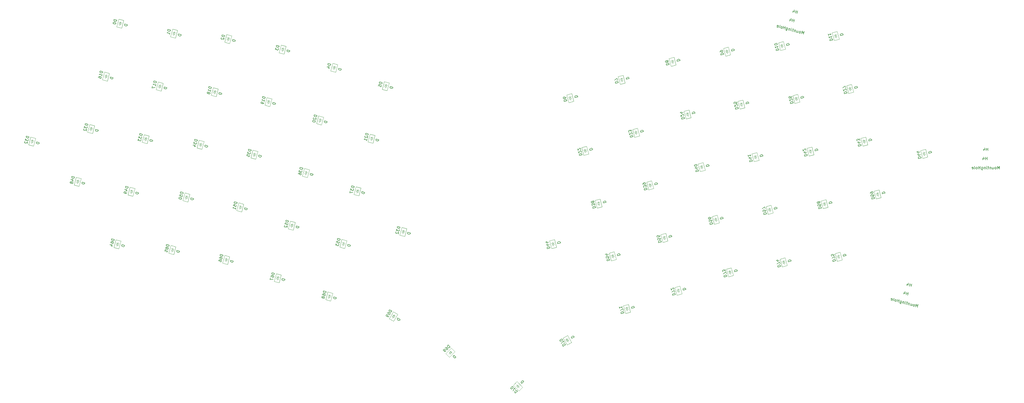
<source format=gbr>
G04 #@! TF.GenerationSoftware,KiCad,Pcbnew,8.0.2*
G04 #@! TF.CreationDate,2024-05-24T22:26:47+01:00*
G04 #@! TF.ProjectId,Phoenixia3,50686f65-6e69-4786-9961-332e6b696361,1*
G04 #@! TF.SameCoordinates,Original*
G04 #@! TF.FileFunction,AssemblyDrawing,Bot*
%FSLAX46Y46*%
G04 Gerber Fmt 4.6, Leading zero omitted, Abs format (unit mm)*
G04 Created by KiCad (PCBNEW 8.0.2) date 2024-05-24 22:26:47*
%MOMM*%
%LPD*%
G01*
G04 APERTURE LIST*
%ADD10C,0.150000*%
%ADD11C,0.100000*%
G04 APERTURE END LIST*
D10*
X85779718Y-124572549D02*
X84813792Y-124313730D01*
X84813792Y-124313730D02*
X84752168Y-124543712D01*
X84752168Y-124543712D02*
X84761191Y-124694026D01*
X84761191Y-124694026D02*
X84828534Y-124810669D01*
X84828534Y-124810669D02*
X84908203Y-124881314D01*
X84908203Y-124881314D02*
X85079864Y-124976610D01*
X85079864Y-124976610D02*
X85217853Y-125013584D01*
X85217853Y-125013584D02*
X85414164Y-125016886D01*
X85414164Y-125016886D02*
X85518481Y-124995539D01*
X85518481Y-124995539D02*
X85635124Y-124928196D01*
X85635124Y-124928196D02*
X85718094Y-124802531D01*
X85718094Y-124802531D02*
X85779718Y-124572549D01*
X82190546Y-122493377D02*
X81224620Y-122234558D01*
X81224620Y-122234558D02*
X81162997Y-122464541D01*
X81162997Y-122464541D02*
X81172019Y-122614855D01*
X81172019Y-122614855D02*
X81239363Y-122731497D01*
X81239363Y-122731497D02*
X81319031Y-122802143D01*
X81319031Y-122802143D02*
X81490692Y-122897438D01*
X81490692Y-122897438D02*
X81628681Y-122934413D01*
X81628681Y-122934413D02*
X81824992Y-122937715D01*
X81824992Y-122937715D02*
X81929310Y-122916368D01*
X81929310Y-122916368D02*
X82045952Y-122849024D01*
X82045952Y-122849024D02*
X82128923Y-122723360D01*
X82128923Y-122723360D02*
X82190546Y-122493377D01*
X80990451Y-123108491D02*
X80830229Y-123706445D01*
X80830229Y-123706445D02*
X81284474Y-123483068D01*
X81284474Y-123483068D02*
X81247500Y-123621057D01*
X81247500Y-123621057D02*
X81268847Y-123725375D01*
X81268847Y-123725375D02*
X81302519Y-123783696D01*
X81302519Y-123783696D02*
X81382187Y-123854342D01*
X81382187Y-123854342D02*
X81612169Y-123915965D01*
X81612169Y-123915965D02*
X81716487Y-123894618D01*
X81716487Y-123894618D02*
X81774808Y-123860947D01*
X81774808Y-123860947D02*
X81845454Y-123781278D01*
X81845454Y-123781278D02*
X81919402Y-123505300D01*
X81919402Y-123505300D02*
X81898055Y-123400982D01*
X81898055Y-123400982D02*
X81864384Y-123342661D01*
X80743956Y-124028421D02*
X80583735Y-124626375D01*
X80583735Y-124626375D02*
X81037980Y-124402997D01*
X81037980Y-124402997D02*
X81001006Y-124540987D01*
X81001006Y-124540987D02*
X81022353Y-124645304D01*
X81022353Y-124645304D02*
X81056025Y-124703625D01*
X81056025Y-124703625D02*
X81135693Y-124774271D01*
X81135693Y-124774271D02*
X81365675Y-124835895D01*
X81365675Y-124835895D02*
X81469993Y-124814548D01*
X81469993Y-124814548D02*
X81528314Y-124780876D01*
X81528314Y-124780876D02*
X81598960Y-124701208D01*
X81598960Y-124701208D02*
X81672908Y-124425229D01*
X81672908Y-124425229D02*
X81651561Y-124320911D01*
X81651561Y-124320911D02*
X81617889Y-124262590D01*
X248108334Y-164929770D02*
X249074260Y-164670951D01*
X249074260Y-164670951D02*
X249012636Y-164440969D01*
X249012636Y-164440969D02*
X248929666Y-164315304D01*
X248929666Y-164315304D02*
X248813023Y-164247960D01*
X248813023Y-164247960D02*
X248708706Y-164226613D01*
X248708706Y-164226613D02*
X248512395Y-164229916D01*
X248512395Y-164229916D02*
X248374406Y-164266890D01*
X248374406Y-164266890D02*
X248202744Y-164362185D01*
X248202744Y-164362185D02*
X248123076Y-164432831D01*
X248123076Y-164432831D02*
X248055733Y-164549473D01*
X248055733Y-164549473D02*
X248046710Y-164699788D01*
X248046710Y-164699788D02*
X248108334Y-164929770D01*
X244453423Y-166763599D02*
X245419349Y-166504780D01*
X245419349Y-166504780D02*
X245357726Y-166274798D01*
X245357726Y-166274798D02*
X245274755Y-166149133D01*
X245274755Y-166149133D02*
X245158113Y-166081790D01*
X245158113Y-166081790D02*
X245053795Y-166060443D01*
X245053795Y-166060443D02*
X244857484Y-166063745D01*
X244857484Y-166063745D02*
X244719495Y-166100719D01*
X244719495Y-166100719D02*
X244547834Y-166196015D01*
X244547834Y-166196015D02*
X244468166Y-166266660D01*
X244468166Y-166266660D02*
X244400822Y-166383303D01*
X244400822Y-166383303D02*
X244391800Y-166533617D01*
X244391800Y-166533617D02*
X244453423Y-166763599D01*
X245037283Y-165078890D02*
X245160530Y-165538854D01*
X245160530Y-165538854D02*
X244712890Y-165708098D01*
X244712890Y-165708098D02*
X244746562Y-165649777D01*
X244746562Y-165649777D02*
X244767909Y-165545459D01*
X244767909Y-165545459D02*
X244706285Y-165315477D01*
X244706285Y-165315477D02*
X244635639Y-165235809D01*
X244635639Y-165235809D02*
X244577318Y-165202137D01*
X244577318Y-165202137D02*
X244473001Y-165180790D01*
X244473001Y-165180790D02*
X244243018Y-165242413D01*
X244243018Y-165242413D02*
X244163350Y-165313059D01*
X244163350Y-165313059D02*
X244129678Y-165371381D01*
X244129678Y-165371381D02*
X244108331Y-165475698D01*
X244108331Y-165475698D02*
X244169955Y-165705681D01*
X244169955Y-165705681D02*
X244240601Y-165785349D01*
X244240601Y-165785349D02*
X244298922Y-165819021D01*
X244481138Y-164291230D02*
X243837187Y-164463776D01*
X244910733Y-164422614D02*
X244282410Y-164837468D01*
X244282410Y-164837468D02*
X244122189Y-164239513D01*
X90710223Y-106171672D02*
X89744297Y-105912853D01*
X89744297Y-105912853D02*
X89682673Y-106142835D01*
X89682673Y-106142835D02*
X89691696Y-106293149D01*
X89691696Y-106293149D02*
X89759039Y-106409792D01*
X89759039Y-106409792D02*
X89838708Y-106480437D01*
X89838708Y-106480437D02*
X90010369Y-106575733D01*
X90010369Y-106575733D02*
X90148358Y-106612707D01*
X90148358Y-106612707D02*
X90344669Y-106616009D01*
X90344669Y-106616009D02*
X90448986Y-106594662D01*
X90448986Y-106594662D02*
X90565629Y-106527319D01*
X90565629Y-106527319D02*
X90648599Y-106401654D01*
X90648599Y-106401654D02*
X90710223Y-106171672D01*
X87121051Y-104092500D02*
X86155125Y-103833681D01*
X86155125Y-103833681D02*
X86093502Y-104063664D01*
X86093502Y-104063664D02*
X86102524Y-104213978D01*
X86102524Y-104213978D02*
X86169868Y-104330620D01*
X86169868Y-104330620D02*
X86249536Y-104401266D01*
X86249536Y-104401266D02*
X86421197Y-104496561D01*
X86421197Y-104496561D02*
X86559186Y-104533536D01*
X86559186Y-104533536D02*
X86755497Y-104536838D01*
X86755497Y-104536838D02*
X86859815Y-104515491D01*
X86859815Y-104515491D02*
X86976457Y-104448147D01*
X86976457Y-104448147D02*
X87059428Y-104322483D01*
X87059428Y-104322483D02*
X87121051Y-104092500D01*
X86726660Y-105564387D02*
X86874557Y-105012430D01*
X86800609Y-105288409D02*
X85834683Y-105029589D01*
X85834683Y-105029589D02*
X85997322Y-104974571D01*
X85997322Y-104974571D02*
X86113964Y-104907227D01*
X86113964Y-104907227D02*
X86184610Y-104827559D01*
X85674461Y-105627544D02*
X85501915Y-106271494D01*
X85501915Y-106271494D02*
X86578764Y-106116345D01*
X377515669Y-128239565D02*
X377515669Y-127239565D01*
X377515669Y-127715755D02*
X376944241Y-127715755D01*
X376944241Y-128239565D02*
X376944241Y-127239565D01*
X376039479Y-127572898D02*
X376039479Y-128239565D01*
X376277574Y-127191946D02*
X376515669Y-127906231D01*
X376515669Y-127906231D02*
X375896622Y-127906231D01*
X381539479Y-134639565D02*
X381539479Y-133639565D01*
X381539479Y-133639565D02*
X381206146Y-134353850D01*
X381206146Y-134353850D02*
X380872813Y-133639565D01*
X380872813Y-133639565D02*
X380872813Y-134639565D01*
X380253765Y-134639565D02*
X380349003Y-134591946D01*
X380349003Y-134591946D02*
X380396622Y-134544326D01*
X380396622Y-134544326D02*
X380444241Y-134449088D01*
X380444241Y-134449088D02*
X380444241Y-134163374D01*
X380444241Y-134163374D02*
X380396622Y-134068136D01*
X380396622Y-134068136D02*
X380349003Y-134020517D01*
X380349003Y-134020517D02*
X380253765Y-133972898D01*
X380253765Y-133972898D02*
X380110908Y-133972898D01*
X380110908Y-133972898D02*
X380015670Y-134020517D01*
X380015670Y-134020517D02*
X379968051Y-134068136D01*
X379968051Y-134068136D02*
X379920432Y-134163374D01*
X379920432Y-134163374D02*
X379920432Y-134449088D01*
X379920432Y-134449088D02*
X379968051Y-134544326D01*
X379968051Y-134544326D02*
X380015670Y-134591946D01*
X380015670Y-134591946D02*
X380110908Y-134639565D01*
X380110908Y-134639565D02*
X380253765Y-134639565D01*
X379063289Y-133972898D02*
X379063289Y-134639565D01*
X379491860Y-133972898D02*
X379491860Y-134496707D01*
X379491860Y-134496707D02*
X379444241Y-134591946D01*
X379444241Y-134591946D02*
X379349003Y-134639565D01*
X379349003Y-134639565D02*
X379206146Y-134639565D01*
X379206146Y-134639565D02*
X379110908Y-134591946D01*
X379110908Y-134591946D02*
X379063289Y-134544326D01*
X378587098Y-133972898D02*
X378587098Y-134639565D01*
X378587098Y-134068136D02*
X378539479Y-134020517D01*
X378539479Y-134020517D02*
X378444241Y-133972898D01*
X378444241Y-133972898D02*
X378301384Y-133972898D01*
X378301384Y-133972898D02*
X378206146Y-134020517D01*
X378206146Y-134020517D02*
X378158527Y-134115755D01*
X378158527Y-134115755D02*
X378158527Y-134639565D01*
X377825193Y-133972898D02*
X377444241Y-133972898D01*
X377682336Y-133639565D02*
X377682336Y-134496707D01*
X377682336Y-134496707D02*
X377634717Y-134591946D01*
X377634717Y-134591946D02*
X377539479Y-134639565D01*
X377539479Y-134639565D02*
X377444241Y-134639565D01*
X377110907Y-134639565D02*
X377110907Y-133972898D01*
X377110907Y-133639565D02*
X377158526Y-133687184D01*
X377158526Y-133687184D02*
X377110907Y-133734803D01*
X377110907Y-133734803D02*
X377063288Y-133687184D01*
X377063288Y-133687184D02*
X377110907Y-133639565D01*
X377110907Y-133639565D02*
X377110907Y-133734803D01*
X376634717Y-133972898D02*
X376634717Y-134639565D01*
X376634717Y-134068136D02*
X376587098Y-134020517D01*
X376587098Y-134020517D02*
X376491860Y-133972898D01*
X376491860Y-133972898D02*
X376349003Y-133972898D01*
X376349003Y-133972898D02*
X376253765Y-134020517D01*
X376253765Y-134020517D02*
X376206146Y-134115755D01*
X376206146Y-134115755D02*
X376206146Y-134639565D01*
X375301384Y-133972898D02*
X375301384Y-134782422D01*
X375301384Y-134782422D02*
X375349003Y-134877660D01*
X375349003Y-134877660D02*
X375396622Y-134925279D01*
X375396622Y-134925279D02*
X375491860Y-134972898D01*
X375491860Y-134972898D02*
X375634717Y-134972898D01*
X375634717Y-134972898D02*
X375729955Y-134925279D01*
X375301384Y-134591946D02*
X375396622Y-134639565D01*
X375396622Y-134639565D02*
X375587098Y-134639565D01*
X375587098Y-134639565D02*
X375682336Y-134591946D01*
X375682336Y-134591946D02*
X375729955Y-134544326D01*
X375729955Y-134544326D02*
X375777574Y-134449088D01*
X375777574Y-134449088D02*
X375777574Y-134163374D01*
X375777574Y-134163374D02*
X375729955Y-134068136D01*
X375729955Y-134068136D02*
X375682336Y-134020517D01*
X375682336Y-134020517D02*
X375587098Y-133972898D01*
X375587098Y-133972898D02*
X375396622Y-133972898D01*
X375396622Y-133972898D02*
X375301384Y-134020517D01*
X374825193Y-134639565D02*
X374825193Y-133639565D01*
X374825193Y-134115755D02*
X374253765Y-134115755D01*
X374253765Y-134639565D02*
X374253765Y-133639565D01*
X373634717Y-134639565D02*
X373729955Y-134591946D01*
X373729955Y-134591946D02*
X373777574Y-134544326D01*
X373777574Y-134544326D02*
X373825193Y-134449088D01*
X373825193Y-134449088D02*
X373825193Y-134163374D01*
X373825193Y-134163374D02*
X373777574Y-134068136D01*
X373777574Y-134068136D02*
X373729955Y-134020517D01*
X373729955Y-134020517D02*
X373634717Y-133972898D01*
X373634717Y-133972898D02*
X373491860Y-133972898D01*
X373491860Y-133972898D02*
X373396622Y-134020517D01*
X373396622Y-134020517D02*
X373349003Y-134068136D01*
X373349003Y-134068136D02*
X373301384Y-134163374D01*
X373301384Y-134163374D02*
X373301384Y-134449088D01*
X373301384Y-134449088D02*
X373349003Y-134544326D01*
X373349003Y-134544326D02*
X373396622Y-134591946D01*
X373396622Y-134591946D02*
X373491860Y-134639565D01*
X373491860Y-134639565D02*
X373634717Y-134639565D01*
X372729955Y-134639565D02*
X372825193Y-134591946D01*
X372825193Y-134591946D02*
X372872812Y-134496707D01*
X372872812Y-134496707D02*
X372872812Y-133639565D01*
X371968050Y-134591946D02*
X372063288Y-134639565D01*
X372063288Y-134639565D02*
X372253764Y-134639565D01*
X372253764Y-134639565D02*
X372349002Y-134591946D01*
X372349002Y-134591946D02*
X372396621Y-134496707D01*
X372396621Y-134496707D02*
X372396621Y-134115755D01*
X372396621Y-134115755D02*
X372349002Y-134020517D01*
X372349002Y-134020517D02*
X372253764Y-133972898D01*
X372253764Y-133972898D02*
X372063288Y-133972898D01*
X372063288Y-133972898D02*
X371968050Y-134020517D01*
X371968050Y-134020517D02*
X371920431Y-134115755D01*
X371920431Y-134115755D02*
X371920431Y-134210993D01*
X371920431Y-134210993D02*
X372396621Y-134306231D01*
X377215669Y-131439565D02*
X377215669Y-130439565D01*
X377215669Y-130915755D02*
X376644241Y-130915755D01*
X376644241Y-131439565D02*
X376644241Y-130439565D01*
X375739479Y-130772898D02*
X375739479Y-131439565D01*
X375977574Y-130391946D02*
X376215669Y-131106231D01*
X376215669Y-131106231D02*
X375596622Y-131106231D01*
X232142120Y-193863016D02*
X233008145Y-193363016D01*
X233008145Y-193363016D02*
X232889098Y-193156820D01*
X232889098Y-193156820D02*
X232776430Y-193056911D01*
X232776430Y-193056911D02*
X232646332Y-193022052D01*
X232646332Y-193022052D02*
X232540044Y-193028431D01*
X232540044Y-193028431D02*
X232351277Y-193082430D01*
X232351277Y-193082430D02*
X232227559Y-193153859D01*
X232227559Y-193153859D02*
X232086412Y-193290336D01*
X232086412Y-193290336D02*
X232027743Y-193379195D01*
X232027743Y-193379195D02*
X231992883Y-193509292D01*
X231992883Y-193509292D02*
X232023072Y-193656820D01*
X232023072Y-193656820D02*
X232142120Y-193863016D01*
X229086378Y-196580320D02*
X229952403Y-196080320D01*
X229952403Y-196080320D02*
X229833355Y-195874124D01*
X229833355Y-195874124D02*
X229720687Y-195774215D01*
X229720687Y-195774215D02*
X229590590Y-195739356D01*
X229590590Y-195739356D02*
X229484302Y-195745736D01*
X229484302Y-195745736D02*
X229295535Y-195799734D01*
X229295535Y-195799734D02*
X229171817Y-195871163D01*
X229171817Y-195871163D02*
X229030669Y-196007640D01*
X229030669Y-196007640D02*
X228972000Y-196096499D01*
X228972000Y-196096499D02*
X228937141Y-196226596D01*
X228937141Y-196226596D02*
X228967330Y-196374124D01*
X228967330Y-196374124D02*
X229086378Y-196580320D01*
X229500022Y-195296774D02*
X229166689Y-194719423D01*
X229166689Y-194719423D02*
X228514949Y-195590577D01*
X228880974Y-194224552D02*
X228833355Y-194142073D01*
X228833355Y-194142073D02*
X228744497Y-194083404D01*
X228744497Y-194083404D02*
X228679448Y-194065974D01*
X228679448Y-194065974D02*
X228573160Y-194072354D01*
X228573160Y-194072354D02*
X228384393Y-194126353D01*
X228384393Y-194126353D02*
X228178197Y-194245400D01*
X228178197Y-194245400D02*
X228037049Y-194381878D01*
X228037049Y-194381878D02*
X227978380Y-194470736D01*
X227978380Y-194470736D02*
X227960950Y-194535785D01*
X227960950Y-194535785D02*
X227967330Y-194642073D01*
X227967330Y-194642073D02*
X228014949Y-194724552D01*
X228014949Y-194724552D02*
X228103807Y-194783221D01*
X228103807Y-194783221D02*
X228168856Y-194800650D01*
X228168856Y-194800650D02*
X228275144Y-194794271D01*
X228275144Y-194794271D02*
X228463911Y-194740272D01*
X228463911Y-194740272D02*
X228670108Y-194621224D01*
X228670108Y-194621224D02*
X228811255Y-194484747D01*
X228811255Y-194484747D02*
X228869924Y-194395889D01*
X228869924Y-194395889D02*
X228887354Y-194330840D01*
X228887354Y-194330840D02*
X228880974Y-194224552D01*
X95692048Y-87675825D02*
X94726122Y-87417006D01*
X94726122Y-87417006D02*
X94664498Y-87646988D01*
X94664498Y-87646988D02*
X94673521Y-87797302D01*
X94673521Y-87797302D02*
X94740864Y-87913945D01*
X94740864Y-87913945D02*
X94820533Y-87984590D01*
X94820533Y-87984590D02*
X94992194Y-88079886D01*
X94992194Y-88079886D02*
X95130183Y-88116860D01*
X95130183Y-88116860D02*
X95326494Y-88120162D01*
X95326494Y-88120162D02*
X95430811Y-88098815D01*
X95430811Y-88098815D02*
X95547454Y-88031472D01*
X95547454Y-88031472D02*
X95630424Y-87905807D01*
X95630424Y-87905807D02*
X95692048Y-87675825D01*
X91979629Y-86056619D02*
X91013703Y-85797799D01*
X91013703Y-85797799D02*
X90952080Y-86027782D01*
X90952080Y-86027782D02*
X90961102Y-86178096D01*
X90961102Y-86178096D02*
X91028445Y-86294738D01*
X91028445Y-86294738D02*
X91108114Y-86365384D01*
X91108114Y-86365384D02*
X91279775Y-86460680D01*
X91279775Y-86460680D02*
X91417764Y-86497654D01*
X91417764Y-86497654D02*
X91614075Y-86500956D01*
X91614075Y-86500956D02*
X91718392Y-86479609D01*
X91718392Y-86479609D02*
X91835035Y-86412266D01*
X91835035Y-86412266D02*
X91918005Y-86286601D01*
X91918005Y-86286601D02*
X91979629Y-86056619D01*
X91585238Y-87528506D02*
X91733135Y-86976548D01*
X91659186Y-87252527D02*
X90693260Y-86993708D01*
X90693260Y-86993708D02*
X90855899Y-86938689D01*
X90855899Y-86938689D02*
X90972542Y-86871345D01*
X90972542Y-86871345D02*
X91043188Y-86791677D01*
X310798232Y-80252113D02*
X311057051Y-79286188D01*
X310933804Y-79746152D02*
X310381846Y-79598256D01*
X310246275Y-80104217D02*
X310505094Y-79138291D01*
X309544888Y-79226097D02*
X309372342Y-79870047D01*
X309873468Y-78919749D02*
X309918579Y-79671319D01*
X309918579Y-79671319D02*
X309320625Y-79511098D01*
X313028492Y-87475478D02*
X313287311Y-86509552D01*
X313287311Y-86509552D02*
X312780465Y-87113226D01*
X312780465Y-87113226D02*
X312643361Y-86337006D01*
X312643361Y-86337006D02*
X312384542Y-87302932D01*
X311786588Y-87142711D02*
X311890905Y-87121364D01*
X311890905Y-87121364D02*
X311949226Y-87087692D01*
X311949226Y-87087692D02*
X312019872Y-87008024D01*
X312019872Y-87008024D02*
X312093821Y-86732045D01*
X312093821Y-86732045D02*
X312072474Y-86627727D01*
X312072474Y-86627727D02*
X312038802Y-86569406D01*
X312038802Y-86569406D02*
X311959134Y-86498760D01*
X311959134Y-86498760D02*
X311821144Y-86461786D01*
X311821144Y-86461786D02*
X311716827Y-86483133D01*
X311716827Y-86483133D02*
X311658505Y-86516805D01*
X311658505Y-86516805D02*
X311587860Y-86596473D01*
X311587860Y-86596473D02*
X311513911Y-86872452D01*
X311513911Y-86872452D02*
X311535258Y-86976770D01*
X311535258Y-86976770D02*
X311568930Y-87035091D01*
X311568930Y-87035091D02*
X311648598Y-87105737D01*
X311648598Y-87105737D02*
X311786588Y-87142711D01*
X310809222Y-86190642D02*
X310636676Y-86834593D01*
X311223190Y-86301565D02*
X311087618Y-86807526D01*
X311087618Y-86807526D02*
X311016972Y-86887194D01*
X311016972Y-86887194D02*
X310912655Y-86908541D01*
X310912655Y-86908541D02*
X310774665Y-86871567D01*
X310774665Y-86871567D02*
X310694997Y-86800921D01*
X310694997Y-86800921D02*
X310661325Y-86742600D01*
X310349257Y-86067395D02*
X310176711Y-86711346D01*
X310324608Y-86159388D02*
X310290936Y-86101067D01*
X310290936Y-86101067D02*
X310211268Y-86030421D01*
X310211268Y-86030421D02*
X310073278Y-85993447D01*
X310073278Y-85993447D02*
X309968961Y-86014794D01*
X309968961Y-86014794D02*
X309898315Y-86094462D01*
X309898315Y-86094462D02*
X309762743Y-86600423D01*
X309613314Y-85870200D02*
X309245342Y-85771602D01*
X309561597Y-85511250D02*
X309339752Y-86339187D01*
X309339752Y-86339187D02*
X309269106Y-86418855D01*
X309269106Y-86418855D02*
X309164789Y-86440202D01*
X309164789Y-86440202D02*
X309072796Y-86415552D01*
X308750820Y-86329279D02*
X308923366Y-85685329D01*
X309009639Y-85363353D02*
X309043311Y-85421675D01*
X309043311Y-85421675D02*
X308984990Y-85455346D01*
X308984990Y-85455346D02*
X308951318Y-85397025D01*
X308951318Y-85397025D02*
X309009639Y-85363353D01*
X309009639Y-85363353D02*
X308984990Y-85455346D01*
X308463402Y-85562082D02*
X308290856Y-86206032D01*
X308438752Y-85654075D02*
X308405081Y-85595753D01*
X308405081Y-85595753D02*
X308325412Y-85525108D01*
X308325412Y-85525108D02*
X308187423Y-85488133D01*
X308187423Y-85488133D02*
X308083105Y-85509480D01*
X308083105Y-85509480D02*
X308012460Y-85589149D01*
X308012460Y-85589149D02*
X307876888Y-86095110D01*
X307175501Y-85216990D02*
X306965981Y-85998930D01*
X306965981Y-85998930D02*
X306987328Y-86103247D01*
X306987328Y-86103247D02*
X307020999Y-86161568D01*
X307020999Y-86161568D02*
X307100668Y-86232214D01*
X307100668Y-86232214D02*
X307238657Y-86269188D01*
X307238657Y-86269188D02*
X307342975Y-86247841D01*
X307015279Y-85814944D02*
X307094948Y-85885590D01*
X307094948Y-85885590D02*
X307278933Y-85934888D01*
X307278933Y-85934888D02*
X307383251Y-85913541D01*
X307383251Y-85913541D02*
X307441572Y-85879870D01*
X307441572Y-85879870D02*
X307512218Y-85800201D01*
X307512218Y-85800201D02*
X307586167Y-85524223D01*
X307586167Y-85524223D02*
X307564819Y-85419905D01*
X307564819Y-85419905D02*
X307531148Y-85361584D01*
X307531148Y-85361584D02*
X307451480Y-85290938D01*
X307451480Y-85290938D02*
X307267494Y-85241639D01*
X307267494Y-85241639D02*
X307163176Y-85262986D01*
X306542990Y-85737693D02*
X306801809Y-84771767D01*
X306678562Y-85231732D02*
X306126604Y-85083835D01*
X305991032Y-85589796D02*
X306249851Y-84623871D01*
X305393078Y-85429575D02*
X305497396Y-85408228D01*
X305497396Y-85408228D02*
X305555717Y-85374556D01*
X305555717Y-85374556D02*
X305626363Y-85294888D01*
X305626363Y-85294888D02*
X305700311Y-85018909D01*
X305700311Y-85018909D02*
X305678964Y-84914592D01*
X305678964Y-84914592D02*
X305645292Y-84856270D01*
X305645292Y-84856270D02*
X305565624Y-84785625D01*
X305565624Y-84785625D02*
X305427635Y-84748650D01*
X305427635Y-84748650D02*
X305323317Y-84769997D01*
X305323317Y-84769997D02*
X305264996Y-84803669D01*
X305264996Y-84803669D02*
X305194350Y-84883337D01*
X305194350Y-84883337D02*
X305120402Y-85159316D01*
X305120402Y-85159316D02*
X305141749Y-85263634D01*
X305141749Y-85263634D02*
X305175421Y-85321955D01*
X305175421Y-85321955D02*
X305255089Y-85392601D01*
X305255089Y-85392601D02*
X305393078Y-85429575D01*
X304519145Y-85195405D02*
X304623463Y-85174058D01*
X304623463Y-85174058D02*
X304694109Y-85094390D01*
X304694109Y-85094390D02*
X304915954Y-84266454D01*
X303795526Y-84952213D02*
X303875194Y-85022859D01*
X303875194Y-85022859D02*
X304059180Y-85072158D01*
X304059180Y-85072158D02*
X304163498Y-85050811D01*
X304163498Y-85050811D02*
X304234144Y-84971143D01*
X304234144Y-84971143D02*
X304332741Y-84603171D01*
X304332741Y-84603171D02*
X304311394Y-84498854D01*
X304311394Y-84498854D02*
X304231726Y-84428208D01*
X304231726Y-84428208D02*
X304047740Y-84378909D01*
X304047740Y-84378909D02*
X303943423Y-84400256D01*
X303943423Y-84400256D02*
X303872777Y-84479924D01*
X303872777Y-84479924D02*
X303848127Y-84571917D01*
X303848127Y-84571917D02*
X304283443Y-84787157D01*
X309680233Y-83265430D02*
X309939052Y-82299505D01*
X309815805Y-82759469D02*
X309263847Y-82611573D01*
X309128276Y-83117534D02*
X309387095Y-82151608D01*
X308426889Y-82239414D02*
X308254343Y-82883364D01*
X308755469Y-81933066D02*
X308800580Y-82684636D01*
X308800580Y-82684636D02*
X308202626Y-82524415D01*
X289029646Y-170553817D02*
X289995572Y-170294998D01*
X289995572Y-170294998D02*
X289933948Y-170065016D01*
X289933948Y-170065016D02*
X289850978Y-169939351D01*
X289850978Y-169939351D02*
X289734335Y-169872007D01*
X289734335Y-169872007D02*
X289630018Y-169850660D01*
X289630018Y-169850660D02*
X289433707Y-169853963D01*
X289433707Y-169853963D02*
X289295718Y-169890937D01*
X289295718Y-169890937D02*
X289124056Y-169986232D01*
X289124056Y-169986232D02*
X289044388Y-170056878D01*
X289044388Y-170056878D02*
X288977045Y-170173520D01*
X288977045Y-170173520D02*
X288968022Y-170323835D01*
X288968022Y-170323835D02*
X289029646Y-170553817D01*
X285374735Y-172387646D02*
X286340661Y-172128827D01*
X286340661Y-172128827D02*
X286279038Y-171898845D01*
X286279038Y-171898845D02*
X286196067Y-171773180D01*
X286196067Y-171773180D02*
X286079425Y-171705837D01*
X286079425Y-171705837D02*
X285975107Y-171684490D01*
X285975107Y-171684490D02*
X285778796Y-171687792D01*
X285778796Y-171687792D02*
X285640807Y-171724766D01*
X285640807Y-171724766D02*
X285469146Y-171820062D01*
X285469146Y-171820062D02*
X285389478Y-171890707D01*
X285389478Y-171890707D02*
X285322134Y-172007350D01*
X285322134Y-172007350D02*
X285313112Y-172157664D01*
X285313112Y-172157664D02*
X285374735Y-172387646D01*
X286106492Y-171254894D02*
X285933946Y-170610944D01*
X285933946Y-170610944D02*
X285078942Y-171283731D01*
X285859997Y-170334965D02*
X285699776Y-169737011D01*
X285699776Y-169737011D02*
X285418077Y-170157584D01*
X285418077Y-170157584D02*
X285381103Y-170019594D01*
X285381103Y-170019594D02*
X285310457Y-169939926D01*
X285310457Y-169939926D02*
X285252136Y-169906255D01*
X285252136Y-169906255D02*
X285147818Y-169884907D01*
X285147818Y-169884907D02*
X284917836Y-169946531D01*
X284917836Y-169946531D02*
X284838168Y-170017177D01*
X284838168Y-170017177D02*
X284804496Y-170075498D01*
X284804496Y-170075498D02*
X284783149Y-170179816D01*
X284783149Y-170179816D02*
X284857097Y-170455795D01*
X284857097Y-170455795D02*
X284927743Y-170535463D01*
X284927743Y-170535463D02*
X284986064Y-170569135D01*
X297963970Y-130293603D02*
X298929896Y-130034784D01*
X298929896Y-130034784D02*
X298868272Y-129804802D01*
X298868272Y-129804802D02*
X298785302Y-129679137D01*
X298785302Y-129679137D02*
X298668659Y-129611793D01*
X298668659Y-129611793D02*
X298564342Y-129590446D01*
X298564342Y-129590446D02*
X298368031Y-129593749D01*
X298368031Y-129593749D02*
X298230042Y-129630723D01*
X298230042Y-129630723D02*
X298058380Y-129726018D01*
X298058380Y-129726018D02*
X297978712Y-129796664D01*
X297978712Y-129796664D02*
X297911369Y-129913306D01*
X297911369Y-129913306D02*
X297902346Y-130063621D01*
X297902346Y-130063621D02*
X297963970Y-130293603D01*
X294309059Y-132127432D02*
X295274985Y-131868613D01*
X295274985Y-131868613D02*
X295213362Y-131638631D01*
X295213362Y-131638631D02*
X295130391Y-131512966D01*
X295130391Y-131512966D02*
X295013749Y-131445623D01*
X295013749Y-131445623D02*
X294909431Y-131424276D01*
X294909431Y-131424276D02*
X294713120Y-131427578D01*
X294713120Y-131427578D02*
X294575131Y-131464552D01*
X294575131Y-131464552D02*
X294403470Y-131559848D01*
X294403470Y-131559848D02*
X294323802Y-131630493D01*
X294323802Y-131630493D02*
X294256458Y-131747136D01*
X294256458Y-131747136D02*
X294247436Y-131897450D01*
X294247436Y-131897450D02*
X294309059Y-132127432D01*
X294583268Y-130574992D02*
X293939318Y-130747538D01*
X295012864Y-130706377D02*
X294384540Y-131121230D01*
X294384540Y-131121230D02*
X294224319Y-130523276D01*
X293668174Y-129735616D02*
X293816071Y-130287574D01*
X293742122Y-130011595D02*
X294708048Y-129752776D01*
X294708048Y-129752776D02*
X294594708Y-129881743D01*
X294594708Y-129881743D02*
X294527365Y-129998385D01*
X294527365Y-129998385D02*
X294506018Y-130102703D01*
X136850183Y-154810190D02*
X135884257Y-154551371D01*
X135884257Y-154551371D02*
X135822633Y-154781353D01*
X135822633Y-154781353D02*
X135831656Y-154931667D01*
X135831656Y-154931667D02*
X135898999Y-155048310D01*
X135898999Y-155048310D02*
X135978668Y-155118955D01*
X135978668Y-155118955D02*
X136150329Y-155214251D01*
X136150329Y-155214251D02*
X136288318Y-155251225D01*
X136288318Y-155251225D02*
X136484629Y-155254527D01*
X136484629Y-155254527D02*
X136588946Y-155233180D01*
X136588946Y-155233180D02*
X136705589Y-155165837D01*
X136705589Y-155165837D02*
X136788559Y-155040172D01*
X136788559Y-155040172D02*
X136850183Y-154810190D01*
X133261011Y-152731018D02*
X132295085Y-152472199D01*
X132295085Y-152472199D02*
X132233462Y-152702182D01*
X132233462Y-152702182D02*
X132242484Y-152852496D01*
X132242484Y-152852496D02*
X132309828Y-152969138D01*
X132309828Y-152969138D02*
X132389496Y-153039784D01*
X132389496Y-153039784D02*
X132561157Y-153135079D01*
X132561157Y-153135079D02*
X132699146Y-153172054D01*
X132699146Y-153172054D02*
X132895457Y-153175356D01*
X132895457Y-153175356D02*
X132999775Y-153154009D01*
X132999775Y-153154009D02*
X133116417Y-153086665D01*
X133116417Y-153086665D02*
X133199388Y-152961001D01*
X133199388Y-152961001D02*
X133261011Y-152731018D01*
X131913019Y-153898090D02*
X132036266Y-153438125D01*
X132036266Y-153438125D02*
X132508556Y-153515376D01*
X132508556Y-153515376D02*
X132450235Y-153549048D01*
X132450235Y-153549048D02*
X132379589Y-153628716D01*
X132379589Y-153628716D02*
X132317965Y-153858698D01*
X132317965Y-153858698D02*
X132339312Y-153963016D01*
X132339312Y-153963016D02*
X132372984Y-154021337D01*
X132372984Y-154021337D02*
X132452652Y-154091983D01*
X132452652Y-154091983D02*
X132682634Y-154153606D01*
X132682634Y-154153606D02*
X132786952Y-154132259D01*
X132786952Y-154132259D02*
X132845273Y-154098588D01*
X132845273Y-154098588D02*
X132915919Y-154018919D01*
X132915919Y-154018919D02*
X132977543Y-153788937D01*
X132977543Y-153788937D02*
X132956196Y-153684619D01*
X132956196Y-153684619D02*
X132922524Y-153626298D01*
X131894090Y-154336708D02*
X131835769Y-154370379D01*
X131835769Y-154370379D02*
X131765123Y-154450047D01*
X131765123Y-154450047D02*
X131703499Y-154680030D01*
X131703499Y-154680030D02*
X131724846Y-154784347D01*
X131724846Y-154784347D02*
X131758518Y-154842669D01*
X131758518Y-154842669D02*
X131838186Y-154913315D01*
X131838186Y-154913315D02*
X131930179Y-154937964D01*
X131930179Y-154937964D02*
X132080493Y-154928942D01*
X132080493Y-154928942D02*
X132780347Y-154524881D01*
X132780347Y-154524881D02*
X132620126Y-155122835D01*
X227232897Y-160681808D02*
X228198823Y-160422989D01*
X228198823Y-160422989D02*
X228137199Y-160193007D01*
X228137199Y-160193007D02*
X228054229Y-160067342D01*
X228054229Y-160067342D02*
X227937586Y-159999998D01*
X227937586Y-159999998D02*
X227833269Y-159978651D01*
X227833269Y-159978651D02*
X227636958Y-159981954D01*
X227636958Y-159981954D02*
X227498969Y-160018928D01*
X227498969Y-160018928D02*
X227327307Y-160114223D01*
X227327307Y-160114223D02*
X227247639Y-160184869D01*
X227247639Y-160184869D02*
X227180296Y-160301511D01*
X227180296Y-160301511D02*
X227171273Y-160451826D01*
X227171273Y-160451826D02*
X227232897Y-160681808D01*
X223577986Y-162515637D02*
X224543912Y-162256818D01*
X224543912Y-162256818D02*
X224482289Y-162026836D01*
X224482289Y-162026836D02*
X224399318Y-161901171D01*
X224399318Y-161901171D02*
X224282676Y-161833828D01*
X224282676Y-161833828D02*
X224178358Y-161812481D01*
X224178358Y-161812481D02*
X223982047Y-161815783D01*
X223982047Y-161815783D02*
X223844058Y-161852757D01*
X223844058Y-161852757D02*
X223672397Y-161948053D01*
X223672397Y-161948053D02*
X223592729Y-162018698D01*
X223592729Y-162018698D02*
X223525385Y-162135341D01*
X223525385Y-162135341D02*
X223516363Y-162285655D01*
X223516363Y-162285655D02*
X223577986Y-162515637D01*
X223852195Y-160963197D02*
X223208245Y-161135743D01*
X224281791Y-161094582D02*
X223653467Y-161509435D01*
X223653467Y-161509435D02*
X223493246Y-160911481D01*
X223605701Y-160043268D02*
X222961750Y-160215814D01*
X224035296Y-160174652D02*
X223406973Y-160589506D01*
X223406973Y-160589506D02*
X223246752Y-159991551D01*
X274235289Y-115365061D02*
X275201215Y-115106242D01*
X275201215Y-115106242D02*
X275139591Y-114876260D01*
X275139591Y-114876260D02*
X275056621Y-114750595D01*
X275056621Y-114750595D02*
X274939978Y-114683251D01*
X274939978Y-114683251D02*
X274835661Y-114661904D01*
X274835661Y-114661904D02*
X274639350Y-114665207D01*
X274639350Y-114665207D02*
X274501361Y-114702181D01*
X274501361Y-114702181D02*
X274329699Y-114797476D01*
X274329699Y-114797476D02*
X274250031Y-114868122D01*
X274250031Y-114868122D02*
X274182688Y-114984764D01*
X274182688Y-114984764D02*
X274173665Y-115135079D01*
X274173665Y-115135079D02*
X274235289Y-115365061D01*
X270580378Y-117198890D02*
X271546304Y-116940071D01*
X271546304Y-116940071D02*
X271484681Y-116710089D01*
X271484681Y-116710089D02*
X271401710Y-116584424D01*
X271401710Y-116584424D02*
X271285068Y-116517081D01*
X271285068Y-116517081D02*
X271180750Y-116495734D01*
X271180750Y-116495734D02*
X270984439Y-116499036D01*
X270984439Y-116499036D02*
X270846450Y-116536010D01*
X270846450Y-116536010D02*
X270674789Y-116631306D01*
X270674789Y-116631306D02*
X270595121Y-116701951D01*
X270595121Y-116701951D02*
X270527777Y-116818594D01*
X270527777Y-116818594D02*
X270518755Y-116968908D01*
X270518755Y-116968908D02*
X270580378Y-117198890D01*
X271207817Y-116044791D02*
X271241489Y-115986470D01*
X271241489Y-115986470D02*
X271262836Y-115882153D01*
X271262836Y-115882153D02*
X271201212Y-115652170D01*
X271201212Y-115652170D02*
X271130566Y-115572502D01*
X271130566Y-115572502D02*
X271072245Y-115538830D01*
X271072245Y-115538830D02*
X270967927Y-115517483D01*
X270967927Y-115517483D02*
X270875934Y-115542133D01*
X270875934Y-115542133D02*
X270750270Y-115625103D01*
X270750270Y-115625103D02*
X270346209Y-116324957D01*
X270346209Y-116324957D02*
X270185987Y-115727003D01*
X270608093Y-114726521D02*
X269964142Y-114899067D01*
X271037688Y-114857905D02*
X270409365Y-115272759D01*
X270409365Y-115272759D02*
X270249144Y-114674804D01*
X214684910Y-209580664D02*
X215392016Y-208873557D01*
X215392016Y-208873557D02*
X215223658Y-208705198D01*
X215223658Y-208705198D02*
X215088971Y-208637855D01*
X215088971Y-208637855D02*
X214954284Y-208637855D01*
X214954284Y-208637855D02*
X214853268Y-208671526D01*
X214853268Y-208671526D02*
X214684910Y-208772542D01*
X214684910Y-208772542D02*
X214583894Y-208873557D01*
X214583894Y-208873557D02*
X214482879Y-209041916D01*
X214482879Y-209041916D02*
X214449207Y-209142931D01*
X214449207Y-209142931D02*
X214449207Y-209277618D01*
X214449207Y-209277618D02*
X214516551Y-209412305D01*
X214516551Y-209412305D02*
X214684910Y-209580664D01*
X212436579Y-212996262D02*
X213143685Y-212289155D01*
X213143685Y-212289155D02*
X212975327Y-212120796D01*
X212975327Y-212120796D02*
X212840640Y-212053453D01*
X212840640Y-212053453D02*
X212705953Y-212053453D01*
X212705953Y-212053453D02*
X212604937Y-212087125D01*
X212604937Y-212087125D02*
X212436579Y-212188140D01*
X212436579Y-212188140D02*
X212335563Y-212289155D01*
X212335563Y-212289155D02*
X212234548Y-212457514D01*
X212234548Y-212457514D02*
X212200876Y-212558529D01*
X212200876Y-212558529D02*
X212200876Y-212693216D01*
X212200876Y-212693216D02*
X212268220Y-212827903D01*
X212268220Y-212827903D02*
X212436579Y-212996262D01*
X212503922Y-211649392D02*
X212032518Y-211177987D01*
X212032518Y-211177987D02*
X211628457Y-212188140D01*
X211628456Y-210773926D02*
X211561113Y-210706583D01*
X211561113Y-210706583D02*
X211460098Y-210672911D01*
X211460098Y-210672911D02*
X211392754Y-210672911D01*
X211392754Y-210672911D02*
X211291739Y-210706583D01*
X211291739Y-210706583D02*
X211123380Y-210807598D01*
X211123380Y-210807598D02*
X210955021Y-210975957D01*
X210955021Y-210975957D02*
X210854006Y-211144315D01*
X210854006Y-211144315D02*
X210820334Y-211245331D01*
X210820334Y-211245331D02*
X210820334Y-211312674D01*
X210820334Y-211312674D02*
X210854006Y-211413689D01*
X210854006Y-211413689D02*
X210921350Y-211481033D01*
X210921350Y-211481033D02*
X211022365Y-211514705D01*
X211022365Y-211514705D02*
X211089708Y-211514705D01*
X211089708Y-211514705D02*
X211190724Y-211481033D01*
X211190724Y-211481033D02*
X211359082Y-211380018D01*
X211359082Y-211380018D02*
X211527441Y-211211659D01*
X211527441Y-211211659D02*
X211628456Y-211043300D01*
X211628456Y-211043300D02*
X211662128Y-210942285D01*
X211662128Y-210942285D02*
X211662128Y-210874941D01*
X211662128Y-210874941D02*
X211628456Y-210773926D01*
X317150886Y-128321154D02*
X318116812Y-128062335D01*
X318116812Y-128062335D02*
X318055188Y-127832353D01*
X318055188Y-127832353D02*
X317972218Y-127706688D01*
X317972218Y-127706688D02*
X317855575Y-127639344D01*
X317855575Y-127639344D02*
X317751258Y-127617997D01*
X317751258Y-127617997D02*
X317554947Y-127621300D01*
X317554947Y-127621300D02*
X317416958Y-127658274D01*
X317416958Y-127658274D02*
X317245296Y-127753569D01*
X317245296Y-127753569D02*
X317165628Y-127824215D01*
X317165628Y-127824215D02*
X317098285Y-127940857D01*
X317098285Y-127940857D02*
X317089262Y-128091172D01*
X317089262Y-128091172D02*
X317150886Y-128321154D01*
X313495975Y-130154983D02*
X314461901Y-129896164D01*
X314461901Y-129896164D02*
X314400278Y-129666182D01*
X314400278Y-129666182D02*
X314317307Y-129540517D01*
X314317307Y-129540517D02*
X314200665Y-129473174D01*
X314200665Y-129473174D02*
X314096347Y-129451827D01*
X314096347Y-129451827D02*
X313900036Y-129455129D01*
X313900036Y-129455129D02*
X313762047Y-129492103D01*
X313762047Y-129492103D02*
X313590386Y-129587399D01*
X313590386Y-129587399D02*
X313510718Y-129658044D01*
X313510718Y-129658044D02*
X313443374Y-129774687D01*
X313443374Y-129774687D02*
X313434352Y-129925001D01*
X313434352Y-129925001D02*
X313495975Y-130154983D01*
X313770184Y-128602543D02*
X313126234Y-128775089D01*
X314199780Y-128733928D02*
X313571456Y-129148781D01*
X313571456Y-129148781D02*
X313411235Y-128550827D01*
X313876920Y-128080955D02*
X313910591Y-128022634D01*
X313910591Y-128022634D02*
X313931938Y-127918316D01*
X313931938Y-127918316D02*
X313870315Y-127688334D01*
X313870315Y-127688334D02*
X313799669Y-127608666D01*
X313799669Y-127608666D02*
X313741348Y-127574994D01*
X313741348Y-127574994D02*
X313637030Y-127553647D01*
X313637030Y-127553647D02*
X313545037Y-127578296D01*
X313545037Y-127578296D02*
X313419372Y-127661267D01*
X313419372Y-127661267D02*
X313015311Y-128361121D01*
X313015311Y-128361121D02*
X312855090Y-127763167D01*
X149932339Y-179590466D02*
X148966413Y-179331647D01*
X148966413Y-179331647D02*
X148904789Y-179561629D01*
X148904789Y-179561629D02*
X148913812Y-179711943D01*
X148913812Y-179711943D02*
X148981155Y-179828586D01*
X148981155Y-179828586D02*
X149060824Y-179899231D01*
X149060824Y-179899231D02*
X149232485Y-179994527D01*
X149232485Y-179994527D02*
X149370474Y-180031501D01*
X149370474Y-180031501D02*
X149566785Y-180034803D01*
X149566785Y-180034803D02*
X149671102Y-180013456D01*
X149671102Y-180013456D02*
X149787745Y-179946113D01*
X149787745Y-179946113D02*
X149870715Y-179820448D01*
X149870715Y-179820448D02*
X149932339Y-179590466D01*
X146343167Y-177511294D02*
X145377241Y-177252475D01*
X145377241Y-177252475D02*
X145315618Y-177482458D01*
X145315618Y-177482458D02*
X145324640Y-177632772D01*
X145324640Y-177632772D02*
X145391984Y-177749414D01*
X145391984Y-177749414D02*
X145471652Y-177820060D01*
X145471652Y-177820060D02*
X145643313Y-177915355D01*
X145643313Y-177915355D02*
X145781302Y-177952330D01*
X145781302Y-177952330D02*
X145977613Y-177955632D01*
X145977613Y-177955632D02*
X146081931Y-177934285D01*
X146081931Y-177934285D02*
X146198573Y-177866941D01*
X146198573Y-177866941D02*
X146281544Y-177741277D01*
X146281544Y-177741277D02*
X146343167Y-177511294D01*
X145007500Y-178632369D02*
X145056799Y-178448383D01*
X145056799Y-178448383D02*
X145127445Y-178368715D01*
X145127445Y-178368715D02*
X145185766Y-178335044D01*
X145185766Y-178335044D02*
X145348405Y-178280025D01*
X145348405Y-178280025D02*
X145544715Y-178283327D01*
X145544715Y-178283327D02*
X145912687Y-178381925D01*
X145912687Y-178381925D02*
X145992355Y-178452571D01*
X145992355Y-178452571D02*
X146026027Y-178510892D01*
X146026027Y-178510892D02*
X146047374Y-178615210D01*
X146047374Y-178615210D02*
X145998075Y-178799195D01*
X145998075Y-178799195D02*
X145927429Y-178878864D01*
X145927429Y-178878864D02*
X145869108Y-178912535D01*
X145869108Y-178912535D02*
X145764790Y-178933882D01*
X145764790Y-178933882D02*
X145534808Y-178872259D01*
X145534808Y-178872259D02*
X145455140Y-178801613D01*
X145455140Y-178801613D02*
X145421468Y-178743292D01*
X145421468Y-178743292D02*
X145400121Y-178638974D01*
X145400121Y-178638974D02*
X145449420Y-178454988D01*
X145449420Y-178454988D02*
X145520066Y-178375320D01*
X145520066Y-178375320D02*
X145578387Y-178341648D01*
X145578387Y-178341648D02*
X145682705Y-178320301D01*
X145248922Y-179387242D02*
X145227575Y-179282925D01*
X145227575Y-179282925D02*
X145193903Y-179224604D01*
X145193903Y-179224604D02*
X145114235Y-179153958D01*
X145114235Y-179153958D02*
X145068239Y-179141633D01*
X145068239Y-179141633D02*
X144963921Y-179162980D01*
X144963921Y-179162980D02*
X144905600Y-179196652D01*
X144905600Y-179196652D02*
X144834954Y-179276320D01*
X144834954Y-179276320D02*
X144785655Y-179460306D01*
X144785655Y-179460306D02*
X144807002Y-179564623D01*
X144807002Y-179564623D02*
X144840674Y-179622945D01*
X144840674Y-179622945D02*
X144920342Y-179693591D01*
X144920342Y-179693591D02*
X144966338Y-179705915D01*
X144966338Y-179705915D02*
X145070656Y-179684568D01*
X145070656Y-179684568D02*
X145128977Y-179650896D01*
X145128977Y-179650896D02*
X145199623Y-179571228D01*
X145199623Y-179571228D02*
X145248922Y-179387242D01*
X145248922Y-179387242D02*
X145319568Y-179307574D01*
X145319568Y-179307574D02*
X145377889Y-179273902D01*
X145377889Y-179273902D02*
X145482207Y-179252555D01*
X145482207Y-179252555D02*
X145666193Y-179301854D01*
X145666193Y-179301854D02*
X145745861Y-179372500D01*
X145745861Y-179372500D02*
X145779533Y-179430821D01*
X145779533Y-179430821D02*
X145800880Y-179535139D01*
X145800880Y-179535139D02*
X145751581Y-179719125D01*
X145751581Y-179719125D02*
X145680935Y-179798793D01*
X145680935Y-179798793D02*
X145622614Y-179832465D01*
X145622614Y-179832465D02*
X145518296Y-179853812D01*
X145518296Y-179853812D02*
X145334310Y-179804513D01*
X145334310Y-179804513D02*
X145254642Y-179733867D01*
X145254642Y-179733867D02*
X145220970Y-179675546D01*
X145220970Y-179675546D02*
X145199623Y-179571228D01*
X123764815Y-130017345D02*
X122798889Y-129758526D01*
X122798889Y-129758526D02*
X122737265Y-129988508D01*
X122737265Y-129988508D02*
X122746288Y-130138822D01*
X122746288Y-130138822D02*
X122813631Y-130255465D01*
X122813631Y-130255465D02*
X122893300Y-130326110D01*
X122893300Y-130326110D02*
X123064961Y-130421406D01*
X123064961Y-130421406D02*
X123202950Y-130458380D01*
X123202950Y-130458380D02*
X123399261Y-130461682D01*
X123399261Y-130461682D02*
X123503578Y-130440335D01*
X123503578Y-130440335D02*
X123620221Y-130372992D01*
X123620221Y-130372992D02*
X123703191Y-130247327D01*
X123703191Y-130247327D02*
X123764815Y-130017345D01*
X120175643Y-127938173D02*
X119209717Y-127679354D01*
X119209717Y-127679354D02*
X119148094Y-127909337D01*
X119148094Y-127909337D02*
X119157116Y-128059651D01*
X119157116Y-128059651D02*
X119224460Y-128176293D01*
X119224460Y-128176293D02*
X119304128Y-128246939D01*
X119304128Y-128246939D02*
X119475789Y-128342234D01*
X119475789Y-128342234D02*
X119613778Y-128379209D01*
X119613778Y-128379209D02*
X119810089Y-128382511D01*
X119810089Y-128382511D02*
X119914407Y-128361164D01*
X119914407Y-128361164D02*
X120031049Y-128293820D01*
X120031049Y-128293820D02*
X120114020Y-128168156D01*
X120114020Y-128168156D02*
X120175643Y-127938173D01*
X118975548Y-128553287D02*
X118815326Y-129151241D01*
X118815326Y-129151241D02*
X119269571Y-128927864D01*
X119269571Y-128927864D02*
X119232597Y-129065853D01*
X119232597Y-129065853D02*
X119253944Y-129170171D01*
X119253944Y-129170171D02*
X119287616Y-129228492D01*
X119287616Y-129228492D02*
X119367284Y-129299138D01*
X119367284Y-129299138D02*
X119597266Y-129360761D01*
X119597266Y-129360761D02*
X119701584Y-129339414D01*
X119701584Y-129339414D02*
X119759905Y-129305743D01*
X119759905Y-129305743D02*
X119830551Y-129226074D01*
X119830551Y-129226074D02*
X119904499Y-128950096D01*
X119904499Y-128950096D02*
X119883152Y-128845778D01*
X119883152Y-128845778D02*
X119849481Y-128787457D01*
X118581157Y-130025174D02*
X118704404Y-129565210D01*
X118704404Y-129565210D02*
X119176693Y-129642460D01*
X119176693Y-129642460D02*
X119118372Y-129676132D01*
X119118372Y-129676132D02*
X119047726Y-129755800D01*
X119047726Y-129755800D02*
X118986103Y-129985783D01*
X118986103Y-129985783D02*
X119007450Y-130090100D01*
X119007450Y-130090100D02*
X119041122Y-130148421D01*
X119041122Y-130148421D02*
X119120790Y-130219067D01*
X119120790Y-130219067D02*
X119350772Y-130280691D01*
X119350772Y-130280691D02*
X119455090Y-130259344D01*
X119455090Y-130259344D02*
X119513411Y-130225672D01*
X119513411Y-130225672D02*
X119584057Y-130146004D01*
X119584057Y-130146004D02*
X119645680Y-129916022D01*
X119645680Y-129916022D02*
X119624333Y-129811704D01*
X119624333Y-129811704D02*
X119590662Y-129753383D01*
X233253393Y-109656949D02*
X234219319Y-109398130D01*
X234219319Y-109398130D02*
X234157695Y-109168148D01*
X234157695Y-109168148D02*
X234074725Y-109042483D01*
X234074725Y-109042483D02*
X233958082Y-108975139D01*
X233958082Y-108975139D02*
X233853765Y-108953792D01*
X233853765Y-108953792D02*
X233657454Y-108957095D01*
X233657454Y-108957095D02*
X233519465Y-108994069D01*
X233519465Y-108994069D02*
X233347803Y-109089364D01*
X233347803Y-109089364D02*
X233268135Y-109160010D01*
X233268135Y-109160010D02*
X233200792Y-109276652D01*
X233200792Y-109276652D02*
X233191769Y-109426967D01*
X233191769Y-109426967D02*
X233253393Y-109656949D01*
X229475235Y-111030813D02*
X230441161Y-110771994D01*
X230441161Y-110771994D02*
X230379537Y-110542012D01*
X230379537Y-110542012D02*
X230296567Y-110416347D01*
X230296567Y-110416347D02*
X230179924Y-110349004D01*
X230179924Y-110349004D02*
X230075607Y-110327657D01*
X230075607Y-110327657D02*
X229879296Y-110330959D01*
X229879296Y-110330959D02*
X229741307Y-110367933D01*
X229741307Y-110367933D02*
X229569645Y-110463228D01*
X229569645Y-110463228D02*
X229489977Y-110533874D01*
X229489977Y-110533874D02*
X229422634Y-110650517D01*
X229422634Y-110650517D02*
X229413611Y-110800831D01*
X229413611Y-110800831D02*
X229475235Y-111030813D01*
X230071419Y-109392100D02*
X230120718Y-109576086D01*
X230120718Y-109576086D02*
X230099371Y-109680404D01*
X230099371Y-109680404D02*
X230065699Y-109738725D01*
X230065699Y-109738725D02*
X229952359Y-109867692D01*
X229952359Y-109867692D02*
X229780698Y-109962987D01*
X229780698Y-109962987D02*
X229412727Y-110061585D01*
X229412727Y-110061585D02*
X229308409Y-110040238D01*
X229308409Y-110040238D02*
X229250088Y-110006566D01*
X229250088Y-110006566D02*
X229179442Y-109926898D01*
X229179442Y-109926898D02*
X229130143Y-109742912D01*
X229130143Y-109742912D02*
X229151490Y-109638594D01*
X229151490Y-109638594D02*
X229185162Y-109580273D01*
X229185162Y-109580273D02*
X229264830Y-109509627D01*
X229264830Y-109509627D02*
X229494812Y-109448004D01*
X229494812Y-109448004D02*
X229599130Y-109469351D01*
X229599130Y-109469351D02*
X229657451Y-109503022D01*
X229657451Y-109503022D02*
X229728097Y-109582691D01*
X229728097Y-109582691D02*
X229777396Y-109766677D01*
X229777396Y-109766677D02*
X229756049Y-109870994D01*
X229756049Y-109870994D02*
X229722377Y-109929315D01*
X229722377Y-109929315D02*
X229642709Y-109999961D01*
X307199985Y-91432899D02*
X308165911Y-91174080D01*
X308165911Y-91174080D02*
X308104287Y-90944098D01*
X308104287Y-90944098D02*
X308021317Y-90818433D01*
X308021317Y-90818433D02*
X307904674Y-90751089D01*
X307904674Y-90751089D02*
X307800357Y-90729742D01*
X307800357Y-90729742D02*
X307604046Y-90733045D01*
X307604046Y-90733045D02*
X307466057Y-90770019D01*
X307466057Y-90770019D02*
X307294395Y-90865314D01*
X307294395Y-90865314D02*
X307214727Y-90935960D01*
X307214727Y-90935960D02*
X307147384Y-91052602D01*
X307147384Y-91052602D02*
X307138361Y-91202917D01*
X307138361Y-91202917D02*
X307199985Y-91432899D01*
X303545074Y-93266728D02*
X304511000Y-93007909D01*
X304511000Y-93007909D02*
X304449377Y-92777927D01*
X304449377Y-92777927D02*
X304366406Y-92652262D01*
X304366406Y-92652262D02*
X304249764Y-92584919D01*
X304249764Y-92584919D02*
X304145446Y-92563572D01*
X304145446Y-92563572D02*
X303949135Y-92566874D01*
X303949135Y-92566874D02*
X303811146Y-92603848D01*
X303811146Y-92603848D02*
X303639485Y-92699144D01*
X303639485Y-92699144D02*
X303559817Y-92769789D01*
X303559817Y-92769789D02*
X303492473Y-92886432D01*
X303492473Y-92886432D02*
X303483451Y-93036746D01*
X303483451Y-93036746D02*
X303545074Y-93266728D01*
X303150683Y-91794841D02*
X303298580Y-92346799D01*
X303224632Y-92070820D02*
X304190558Y-91812001D01*
X304190558Y-91812001D02*
X304077218Y-91940968D01*
X304077218Y-91940968D02*
X304009874Y-92057611D01*
X304009874Y-92057611D02*
X303988527Y-92161928D01*
X303956388Y-90938068D02*
X303931738Y-90846075D01*
X303931738Y-90846075D02*
X303861093Y-90766407D01*
X303861093Y-90766407D02*
X303802771Y-90732735D01*
X303802771Y-90732735D02*
X303698454Y-90711388D01*
X303698454Y-90711388D02*
X303502143Y-90714691D01*
X303502143Y-90714691D02*
X303272161Y-90776314D01*
X303272161Y-90776314D02*
X303100500Y-90871610D01*
X303100500Y-90871610D02*
X303020831Y-90942255D01*
X303020831Y-90942255D02*
X302987160Y-91000577D01*
X302987160Y-91000577D02*
X302965813Y-91104894D01*
X302965813Y-91104894D02*
X302990462Y-91196887D01*
X302990462Y-91196887D02*
X303061108Y-91276555D01*
X303061108Y-91276555D02*
X303119429Y-91310227D01*
X303119429Y-91310227D02*
X303223747Y-91331574D01*
X303223747Y-91331574D02*
X303420057Y-91328272D01*
X303420057Y-91328272D02*
X303650040Y-91266648D01*
X303650040Y-91266648D02*
X303821701Y-91171353D01*
X303821701Y-91171353D02*
X303901369Y-91100707D01*
X303901369Y-91100707D02*
X303935041Y-91042386D01*
X303935041Y-91042386D02*
X303956388Y-90938068D01*
X288013060Y-93405342D02*
X288978986Y-93146523D01*
X288978986Y-93146523D02*
X288917362Y-92916541D01*
X288917362Y-92916541D02*
X288834392Y-92790876D01*
X288834392Y-92790876D02*
X288717749Y-92723532D01*
X288717749Y-92723532D02*
X288613432Y-92702185D01*
X288613432Y-92702185D02*
X288417121Y-92705488D01*
X288417121Y-92705488D02*
X288279132Y-92742462D01*
X288279132Y-92742462D02*
X288107470Y-92837757D01*
X288107470Y-92837757D02*
X288027802Y-92908403D01*
X288027802Y-92908403D02*
X287960459Y-93025045D01*
X287960459Y-93025045D02*
X287951436Y-93175360D01*
X287951436Y-93175360D02*
X288013060Y-93405342D01*
X284234902Y-94779206D02*
X285200828Y-94520387D01*
X285200828Y-94520387D02*
X285139204Y-94290405D01*
X285139204Y-94290405D02*
X285056234Y-94164740D01*
X285056234Y-94164740D02*
X284939591Y-94097397D01*
X284939591Y-94097397D02*
X284835274Y-94076050D01*
X284835274Y-94076050D02*
X284638963Y-94079352D01*
X284638963Y-94079352D02*
X284500974Y-94116326D01*
X284500974Y-94116326D02*
X284329312Y-94211621D01*
X284329312Y-94211621D02*
X284249644Y-94282267D01*
X284249644Y-94282267D02*
X284182301Y-94398910D01*
X284182301Y-94398910D02*
X284173278Y-94549224D01*
X284173278Y-94549224D02*
X284234902Y-94779206D01*
X283963758Y-93767284D02*
X283914459Y-93583298D01*
X283914459Y-93583298D02*
X283935806Y-93478980D01*
X283935806Y-93478980D02*
X283969478Y-93420659D01*
X283969478Y-93420659D02*
X284082818Y-93291692D01*
X284082818Y-93291692D02*
X284254479Y-93196397D01*
X284254479Y-93196397D02*
X284622451Y-93097799D01*
X284622451Y-93097799D02*
X284726769Y-93119146D01*
X284726769Y-93119146D02*
X284785090Y-93152818D01*
X284785090Y-93152818D02*
X284855736Y-93232486D01*
X284855736Y-93232486D02*
X284905035Y-93416472D01*
X284905035Y-93416472D02*
X284883688Y-93520790D01*
X284883688Y-93520790D02*
X284850016Y-93579111D01*
X284850016Y-93579111D02*
X284770348Y-93649757D01*
X284770348Y-93649757D02*
X284540365Y-93711380D01*
X284540365Y-93711380D02*
X284436048Y-93690033D01*
X284436048Y-93690033D02*
X284377726Y-93656361D01*
X284377726Y-93656361D02*
X284307081Y-93576693D01*
X284307081Y-93576693D02*
X284257782Y-93392707D01*
X284257782Y-93392707D02*
X284279129Y-93288390D01*
X284279129Y-93288390D02*
X284312800Y-93230068D01*
X284312800Y-93230068D02*
X284392469Y-93159423D01*
X307822690Y-167067422D02*
X308788616Y-166808603D01*
X308788616Y-166808603D02*
X308726992Y-166578621D01*
X308726992Y-166578621D02*
X308644022Y-166452956D01*
X308644022Y-166452956D02*
X308527379Y-166385612D01*
X308527379Y-166385612D02*
X308423062Y-166364265D01*
X308423062Y-166364265D02*
X308226751Y-166367568D01*
X308226751Y-166367568D02*
X308088762Y-166404542D01*
X308088762Y-166404542D02*
X307917100Y-166499837D01*
X307917100Y-166499837D02*
X307837432Y-166570483D01*
X307837432Y-166570483D02*
X307770089Y-166687125D01*
X307770089Y-166687125D02*
X307761066Y-166837440D01*
X307761066Y-166837440D02*
X307822690Y-167067422D01*
X304167779Y-168901251D02*
X305133705Y-168642432D01*
X305133705Y-168642432D02*
X305072082Y-168412450D01*
X305072082Y-168412450D02*
X304989111Y-168286785D01*
X304989111Y-168286785D02*
X304872469Y-168219442D01*
X304872469Y-168219442D02*
X304768151Y-168198095D01*
X304768151Y-168198095D02*
X304571840Y-168201397D01*
X304571840Y-168201397D02*
X304433851Y-168238371D01*
X304433851Y-168238371D02*
X304262190Y-168333667D01*
X304262190Y-168333667D02*
X304182522Y-168404312D01*
X304182522Y-168404312D02*
X304115178Y-168520955D01*
X304115178Y-168520955D02*
X304106156Y-168671269D01*
X304106156Y-168671269D02*
X304167779Y-168901251D01*
X304899536Y-167768499D02*
X304726990Y-167124549D01*
X304726990Y-167124549D02*
X303871986Y-167797336D01*
X304195494Y-166428882D02*
X303551543Y-166601428D01*
X304625089Y-166560266D02*
X303996766Y-166975120D01*
X303996766Y-166975120D02*
X303836545Y-166377165D01*
X322081389Y-146722043D02*
X323047315Y-146463224D01*
X323047315Y-146463224D02*
X322985691Y-146233242D01*
X322985691Y-146233242D02*
X322902721Y-146107577D01*
X322902721Y-146107577D02*
X322786078Y-146040233D01*
X322786078Y-146040233D02*
X322681761Y-146018886D01*
X322681761Y-146018886D02*
X322485450Y-146022189D01*
X322485450Y-146022189D02*
X322347461Y-146059163D01*
X322347461Y-146059163D02*
X322175799Y-146154458D01*
X322175799Y-146154458D02*
X322096131Y-146225104D01*
X322096131Y-146225104D02*
X322028788Y-146341746D01*
X322028788Y-146341746D02*
X322019765Y-146492061D01*
X322019765Y-146492061D02*
X322081389Y-146722043D01*
X318426478Y-148555872D02*
X319392404Y-148297053D01*
X319392404Y-148297053D02*
X319330781Y-148067071D01*
X319330781Y-148067071D02*
X319247810Y-147941406D01*
X319247810Y-147941406D02*
X319131168Y-147874063D01*
X319131168Y-147874063D02*
X319026850Y-147852716D01*
X319026850Y-147852716D02*
X318830539Y-147856018D01*
X318830539Y-147856018D02*
X318692550Y-147892992D01*
X318692550Y-147892992D02*
X318520889Y-147988288D01*
X318520889Y-147988288D02*
X318441221Y-148058933D01*
X318441221Y-148058933D02*
X318373877Y-148175576D01*
X318373877Y-148175576D02*
X318364855Y-148325890D01*
X318364855Y-148325890D02*
X318426478Y-148555872D01*
X319010338Y-146871163D02*
X319133585Y-147331127D01*
X319133585Y-147331127D02*
X318685945Y-147500371D01*
X318685945Y-147500371D02*
X318719617Y-147442050D01*
X318719617Y-147442050D02*
X318740964Y-147337732D01*
X318740964Y-147337732D02*
X318679340Y-147107750D01*
X318679340Y-147107750D02*
X318608694Y-147028082D01*
X318608694Y-147028082D02*
X318550373Y-146994410D01*
X318550373Y-146994410D02*
X318446056Y-146973063D01*
X318446056Y-146973063D02*
X318216073Y-147034686D01*
X318216073Y-147034686D02*
X318136405Y-147105332D01*
X318136405Y-147105332D02*
X318102733Y-147163654D01*
X318102733Y-147163654D02*
X318081386Y-147267971D01*
X318081386Y-147267971D02*
X318143010Y-147497954D01*
X318143010Y-147497954D02*
X318213656Y-147577622D01*
X318213656Y-147577622D02*
X318271977Y-147611294D01*
X318436148Y-146384131D02*
X318506794Y-146463799D01*
X318506794Y-146463799D02*
X318565115Y-146497471D01*
X318565115Y-146497471D02*
X318669433Y-146518818D01*
X318669433Y-146518818D02*
X318715430Y-146506493D01*
X318715430Y-146506493D02*
X318795098Y-146435847D01*
X318795098Y-146435847D02*
X318828770Y-146377526D01*
X318828770Y-146377526D02*
X318850117Y-146273209D01*
X318850117Y-146273209D02*
X318800818Y-146089223D01*
X318800818Y-146089223D02*
X318730172Y-146009555D01*
X318730172Y-146009555D02*
X318671851Y-145975883D01*
X318671851Y-145975883D02*
X318567533Y-145954536D01*
X318567533Y-145954536D02*
X318521537Y-145966860D01*
X318521537Y-145966860D02*
X318441868Y-146037506D01*
X318441868Y-146037506D02*
X318408197Y-146095828D01*
X318408197Y-146095828D02*
X318386850Y-146200145D01*
X318386850Y-146200145D02*
X318436148Y-146384131D01*
X318436148Y-146384131D02*
X318414801Y-146488449D01*
X318414801Y-146488449D02*
X318381130Y-146546770D01*
X318381130Y-146546770D02*
X318301461Y-146617416D01*
X318301461Y-146617416D02*
X318117476Y-146666715D01*
X318117476Y-146666715D02*
X318013158Y-146645368D01*
X318013158Y-146645368D02*
X317954837Y-146611696D01*
X317954837Y-146611696D02*
X317884191Y-146532028D01*
X317884191Y-146532028D02*
X317834892Y-146348042D01*
X317834892Y-146348042D02*
X317856239Y-146243724D01*
X317856239Y-146243724D02*
X317889911Y-146185403D01*
X317889911Y-146185403D02*
X317969579Y-146114757D01*
X317969579Y-146114757D02*
X318153565Y-146065458D01*
X318153565Y-146065458D02*
X318257882Y-146086805D01*
X318257882Y-146086805D02*
X318316204Y-146120477D01*
X318316204Y-146120477D02*
X318386850Y-146200145D01*
X164717632Y-124410984D02*
X163751706Y-124152165D01*
X163751706Y-124152165D02*
X163690082Y-124382147D01*
X163690082Y-124382147D02*
X163699105Y-124532461D01*
X163699105Y-124532461D02*
X163766448Y-124649104D01*
X163766448Y-124649104D02*
X163846117Y-124719749D01*
X163846117Y-124719749D02*
X164017778Y-124815045D01*
X164017778Y-124815045D02*
X164155767Y-124852019D01*
X164155767Y-124852019D02*
X164352078Y-124855321D01*
X164352078Y-124855321D02*
X164456395Y-124833974D01*
X164456395Y-124833974D02*
X164573038Y-124766631D01*
X164573038Y-124766631D02*
X164656008Y-124640966D01*
X164656008Y-124640966D02*
X164717632Y-124410984D01*
X161128460Y-122331812D02*
X160162534Y-122072993D01*
X160162534Y-122072993D02*
X160100911Y-122302976D01*
X160100911Y-122302976D02*
X160109933Y-122453290D01*
X160109933Y-122453290D02*
X160177277Y-122569932D01*
X160177277Y-122569932D02*
X160256945Y-122640578D01*
X160256945Y-122640578D02*
X160428606Y-122735873D01*
X160428606Y-122735873D02*
X160566595Y-122772848D01*
X160566595Y-122772848D02*
X160762906Y-122776150D01*
X160762906Y-122776150D02*
X160867224Y-122754803D01*
X160867224Y-122754803D02*
X160983866Y-122687459D01*
X160983866Y-122687459D02*
X161066837Y-122561795D01*
X161066837Y-122561795D02*
X161128460Y-122331812D01*
X160008033Y-123017572D02*
X159949712Y-123051244D01*
X159949712Y-123051244D02*
X159879066Y-123130912D01*
X159879066Y-123130912D02*
X159817442Y-123360894D01*
X159817442Y-123360894D02*
X159838789Y-123465212D01*
X159838789Y-123465212D02*
X159872461Y-123523533D01*
X159872461Y-123523533D02*
X159952129Y-123594179D01*
X159952129Y-123594179D02*
X160044122Y-123618829D01*
X160044122Y-123618829D02*
X160194436Y-123609806D01*
X160194436Y-123609806D02*
X160894291Y-123205745D01*
X160894291Y-123205745D02*
X160734069Y-123803699D01*
X160487575Y-124723629D02*
X160635472Y-124171671D01*
X160561523Y-124447650D02*
X159595597Y-124188831D01*
X159595597Y-124188831D02*
X159758236Y-124133812D01*
X159758236Y-124133812D02*
X159874879Y-124066469D01*
X159874879Y-124066469D02*
X159945525Y-123986800D01*
X169665814Y-106040714D02*
X168699888Y-105781895D01*
X168699888Y-105781895D02*
X168638264Y-106011877D01*
X168638264Y-106011877D02*
X168647287Y-106162191D01*
X168647287Y-106162191D02*
X168714630Y-106278834D01*
X168714630Y-106278834D02*
X168794299Y-106349479D01*
X168794299Y-106349479D02*
X168965960Y-106444775D01*
X168965960Y-106444775D02*
X169103949Y-106481749D01*
X169103949Y-106481749D02*
X169300260Y-106485051D01*
X169300260Y-106485051D02*
X169404577Y-106463704D01*
X169404577Y-106463704D02*
X169521220Y-106396361D01*
X169521220Y-106396361D02*
X169604190Y-106270696D01*
X169604190Y-106270696D02*
X169665814Y-106040714D01*
X165953395Y-104421508D02*
X164987469Y-104162688D01*
X164987469Y-104162688D02*
X164925846Y-104392671D01*
X164925846Y-104392671D02*
X164934868Y-104542985D01*
X164934868Y-104542985D02*
X165002211Y-104659627D01*
X165002211Y-104659627D02*
X165081880Y-104730273D01*
X165081880Y-104730273D02*
X165253541Y-104825569D01*
X165253541Y-104825569D02*
X165391530Y-104862543D01*
X165391530Y-104862543D02*
X165587841Y-104865845D01*
X165587841Y-104865845D02*
X165692158Y-104844498D01*
X165692158Y-104844498D02*
X165808801Y-104777155D01*
X165808801Y-104777155D02*
X165891771Y-104651490D01*
X165891771Y-104651490D02*
X165953395Y-104421508D01*
X164605403Y-105588579D02*
X164728650Y-105128614D01*
X164728650Y-105128614D02*
X165200939Y-105205865D01*
X165200939Y-105205865D02*
X165142618Y-105239537D01*
X165142618Y-105239537D02*
X165071972Y-105319205D01*
X165071972Y-105319205D02*
X165010349Y-105549187D01*
X165010349Y-105549187D02*
X165031696Y-105653505D01*
X165031696Y-105653505D02*
X165065368Y-105711826D01*
X165065368Y-105711826D02*
X165145036Y-105782472D01*
X165145036Y-105782472D02*
X165375018Y-105844096D01*
X165375018Y-105844096D02*
X165479336Y-105822749D01*
X165479336Y-105822749D02*
X165537657Y-105789077D01*
X165537657Y-105789077D02*
X165608303Y-105709409D01*
X165608303Y-105709409D02*
X165669926Y-105479426D01*
X165669926Y-105479426D02*
X165648579Y-105375109D01*
X165648579Y-105375109D02*
X165614908Y-105316787D01*
X243177832Y-146528888D02*
X244143758Y-146270069D01*
X244143758Y-146270069D02*
X244082134Y-146040087D01*
X244082134Y-146040087D02*
X243999164Y-145914422D01*
X243999164Y-145914422D02*
X243882521Y-145847078D01*
X243882521Y-145847078D02*
X243778204Y-145825731D01*
X243778204Y-145825731D02*
X243581893Y-145829034D01*
X243581893Y-145829034D02*
X243443904Y-145866008D01*
X243443904Y-145866008D02*
X243272242Y-145961303D01*
X243272242Y-145961303D02*
X243192574Y-146031949D01*
X243192574Y-146031949D02*
X243125231Y-146148591D01*
X243125231Y-146148591D02*
X243116208Y-146298906D01*
X243116208Y-146298906D02*
X243177832Y-146528888D01*
X239522921Y-148362717D02*
X240488847Y-148103898D01*
X240488847Y-148103898D02*
X240427224Y-147873916D01*
X240427224Y-147873916D02*
X240344253Y-147748251D01*
X240344253Y-147748251D02*
X240227611Y-147680908D01*
X240227611Y-147680908D02*
X240123293Y-147659561D01*
X240123293Y-147659561D02*
X239926982Y-147662863D01*
X239926982Y-147662863D02*
X239788993Y-147699837D01*
X239788993Y-147699837D02*
X239617332Y-147795133D01*
X239617332Y-147795133D02*
X239537664Y-147865778D01*
X239537664Y-147865778D02*
X239470320Y-147982421D01*
X239470320Y-147982421D02*
X239461298Y-148132735D01*
X239461298Y-148132735D02*
X239522921Y-148362717D01*
X240254678Y-147229965D02*
X240094456Y-146632011D01*
X240094456Y-146632011D02*
X239812757Y-147052584D01*
X239812757Y-147052584D02*
X239775783Y-146914595D01*
X239775783Y-146914595D02*
X239705137Y-146834927D01*
X239705137Y-146834927D02*
X239646816Y-146801255D01*
X239646816Y-146801255D02*
X239542499Y-146779908D01*
X239542499Y-146779908D02*
X239312516Y-146841531D01*
X239312516Y-146841531D02*
X239232848Y-146912177D01*
X239232848Y-146912177D02*
X239199176Y-146970499D01*
X239199176Y-146970499D02*
X239177829Y-147074816D01*
X239177829Y-147074816D02*
X239251778Y-147350795D01*
X239251778Y-147350795D02*
X239322423Y-147430463D01*
X239322423Y-147430463D02*
X239380745Y-147464135D01*
X239532591Y-146190976D02*
X239603237Y-146270644D01*
X239603237Y-146270644D02*
X239661558Y-146304316D01*
X239661558Y-146304316D02*
X239765876Y-146325663D01*
X239765876Y-146325663D02*
X239811873Y-146313338D01*
X239811873Y-146313338D02*
X239891541Y-146242692D01*
X239891541Y-146242692D02*
X239925213Y-146184371D01*
X239925213Y-146184371D02*
X239946560Y-146080054D01*
X239946560Y-146080054D02*
X239897261Y-145896068D01*
X239897261Y-145896068D02*
X239826615Y-145816400D01*
X239826615Y-145816400D02*
X239768294Y-145782728D01*
X239768294Y-145782728D02*
X239663976Y-145761381D01*
X239663976Y-145761381D02*
X239617980Y-145773705D01*
X239617980Y-145773705D02*
X239538311Y-145844351D01*
X239538311Y-145844351D02*
X239504640Y-145902673D01*
X239504640Y-145902673D02*
X239483293Y-146006990D01*
X239483293Y-146006990D02*
X239532591Y-146190976D01*
X239532591Y-146190976D02*
X239511244Y-146295294D01*
X239511244Y-146295294D02*
X239477573Y-146353615D01*
X239477573Y-146353615D02*
X239397904Y-146424261D01*
X239397904Y-146424261D02*
X239213919Y-146473560D01*
X239213919Y-146473560D02*
X239109601Y-146452213D01*
X239109601Y-146452213D02*
X239051280Y-146418541D01*
X239051280Y-146418541D02*
X238980634Y-146338873D01*
X238980634Y-146338873D02*
X238931335Y-146154887D01*
X238931335Y-146154887D02*
X238952682Y-146050569D01*
X238952682Y-146050569D02*
X238986354Y-145992248D01*
X238986354Y-145992248D02*
X239066022Y-145921602D01*
X239066022Y-145921602D02*
X239250008Y-145872303D01*
X239250008Y-145872303D02*
X239354325Y-145893650D01*
X239354325Y-145893650D02*
X239412647Y-145927322D01*
X239412647Y-145927322D02*
X239483293Y-146006990D01*
X325989435Y-87952533D02*
X326955361Y-87693714D01*
X326955361Y-87693714D02*
X326893737Y-87463732D01*
X326893737Y-87463732D02*
X326810767Y-87338067D01*
X326810767Y-87338067D02*
X326694124Y-87270723D01*
X326694124Y-87270723D02*
X326589807Y-87249376D01*
X326589807Y-87249376D02*
X326393496Y-87252679D01*
X326393496Y-87252679D02*
X326255507Y-87289653D01*
X326255507Y-87289653D02*
X326083845Y-87384948D01*
X326083845Y-87384948D02*
X326004177Y-87455594D01*
X326004177Y-87455594D02*
X325936834Y-87572236D01*
X325936834Y-87572236D02*
X325927811Y-87722551D01*
X325927811Y-87722551D02*
X325989435Y-87952533D01*
X322334524Y-89786362D02*
X323300450Y-89527543D01*
X323300450Y-89527543D02*
X323238827Y-89297561D01*
X323238827Y-89297561D02*
X323155856Y-89171896D01*
X323155856Y-89171896D02*
X323039214Y-89104553D01*
X323039214Y-89104553D02*
X322934896Y-89083206D01*
X322934896Y-89083206D02*
X322738585Y-89086508D01*
X322738585Y-89086508D02*
X322600596Y-89123482D01*
X322600596Y-89123482D02*
X322428935Y-89218778D01*
X322428935Y-89218778D02*
X322349267Y-89289423D01*
X322349267Y-89289423D02*
X322281923Y-89406066D01*
X322281923Y-89406066D02*
X322272901Y-89556380D01*
X322272901Y-89556380D02*
X322334524Y-89786362D01*
X321940133Y-88314475D02*
X322088030Y-88866433D01*
X322014082Y-88590454D02*
X322980008Y-88331635D01*
X322980008Y-88331635D02*
X322866668Y-88460602D01*
X322866668Y-88460602D02*
X322799324Y-88577245D01*
X322799324Y-88577245D02*
X322777977Y-88681562D01*
X321693639Y-87394546D02*
X321841536Y-87946504D01*
X321767587Y-87670525D02*
X322733513Y-87411706D01*
X322733513Y-87411706D02*
X322620173Y-87540673D01*
X322620173Y-87540673D02*
X322552830Y-87657315D01*
X322552830Y-87657315D02*
X322531483Y-87761633D01*
X75934348Y-161340524D02*
X74968422Y-161081705D01*
X74968422Y-161081705D02*
X74906798Y-161311687D01*
X74906798Y-161311687D02*
X74915821Y-161462001D01*
X74915821Y-161462001D02*
X74983164Y-161578644D01*
X74983164Y-161578644D02*
X75062833Y-161649289D01*
X75062833Y-161649289D02*
X75234494Y-161744585D01*
X75234494Y-161744585D02*
X75372483Y-161781559D01*
X75372483Y-161781559D02*
X75568794Y-161784861D01*
X75568794Y-161784861D02*
X75673111Y-161763514D01*
X75673111Y-161763514D02*
X75789754Y-161696171D01*
X75789754Y-161696171D02*
X75872724Y-161570506D01*
X75872724Y-161570506D02*
X75934348Y-161340524D01*
X72345176Y-159261352D02*
X71379250Y-159002533D01*
X71379250Y-159002533D02*
X71317627Y-159232516D01*
X71317627Y-159232516D02*
X71326649Y-159382830D01*
X71326649Y-159382830D02*
X71393993Y-159499472D01*
X71393993Y-159499472D02*
X71473661Y-159570118D01*
X71473661Y-159570118D02*
X71645322Y-159665413D01*
X71645322Y-159665413D02*
X71783311Y-159702388D01*
X71783311Y-159702388D02*
X71979622Y-159705690D01*
X71979622Y-159705690D02*
X72083940Y-159684343D01*
X72083940Y-159684343D02*
X72200582Y-159616999D01*
X72200582Y-159616999D02*
X72283553Y-159491335D01*
X72283553Y-159491335D02*
X72345176Y-159261352D01*
X71009509Y-160382427D02*
X71058808Y-160198441D01*
X71058808Y-160198441D02*
X71129454Y-160118773D01*
X71129454Y-160118773D02*
X71187775Y-160085102D01*
X71187775Y-160085102D02*
X71350414Y-160030083D01*
X71350414Y-160030083D02*
X71546724Y-160033385D01*
X71546724Y-160033385D02*
X71914696Y-160131983D01*
X71914696Y-160131983D02*
X71994364Y-160202629D01*
X71994364Y-160202629D02*
X72028036Y-160260950D01*
X72028036Y-160260950D02*
X72049383Y-160365268D01*
X72049383Y-160365268D02*
X72000084Y-160549253D01*
X72000084Y-160549253D02*
X71929438Y-160628922D01*
X71929438Y-160628922D02*
X71871117Y-160662593D01*
X71871117Y-160662593D02*
X71766799Y-160683940D01*
X71766799Y-160683940D02*
X71536817Y-160622317D01*
X71536817Y-160622317D02*
X71457149Y-160551671D01*
X71457149Y-160551671D02*
X71423477Y-160493350D01*
X71423477Y-160493350D02*
X71402130Y-160389032D01*
X71402130Y-160389032D02*
X71451429Y-160205046D01*
X71451429Y-160205046D02*
X71522075Y-160125378D01*
X71522075Y-160125378D02*
X71580396Y-160091706D01*
X71580396Y-160091706D02*
X71684714Y-160070359D01*
X71084990Y-161388630D02*
X71728940Y-161561176D01*
X70778642Y-161060050D02*
X71530212Y-161014938D01*
X71530212Y-161014938D02*
X71369991Y-161612892D01*
X268969540Y-96943427D02*
X269935466Y-96684608D01*
X269935466Y-96684608D02*
X269873842Y-96454626D01*
X269873842Y-96454626D02*
X269790872Y-96328961D01*
X269790872Y-96328961D02*
X269674229Y-96261617D01*
X269674229Y-96261617D02*
X269569912Y-96240270D01*
X269569912Y-96240270D02*
X269373601Y-96243573D01*
X269373601Y-96243573D02*
X269235612Y-96280547D01*
X269235612Y-96280547D02*
X269063950Y-96375842D01*
X269063950Y-96375842D02*
X268984282Y-96446488D01*
X268984282Y-96446488D02*
X268916939Y-96563130D01*
X268916939Y-96563130D02*
X268907916Y-96713445D01*
X268907916Y-96713445D02*
X268969540Y-96943427D01*
X265191382Y-98317291D02*
X266157308Y-98058472D01*
X266157308Y-98058472D02*
X266095684Y-97828490D01*
X266095684Y-97828490D02*
X266012714Y-97702825D01*
X266012714Y-97702825D02*
X265896071Y-97635482D01*
X265896071Y-97635482D02*
X265791754Y-97614135D01*
X265791754Y-97614135D02*
X265595443Y-97617437D01*
X265595443Y-97617437D02*
X265457454Y-97654411D01*
X265457454Y-97654411D02*
X265285792Y-97749706D01*
X265285792Y-97749706D02*
X265206124Y-97820352D01*
X265206124Y-97820352D02*
X265138781Y-97936995D01*
X265138781Y-97936995D02*
X265129758Y-98087309D01*
X265129758Y-98087309D02*
X265191382Y-98317291D01*
X265447546Y-97065479D02*
X265518192Y-97145148D01*
X265518192Y-97145148D02*
X265576514Y-97178819D01*
X265576514Y-97178819D02*
X265680831Y-97200166D01*
X265680831Y-97200166D02*
X265726828Y-97187842D01*
X265726828Y-97187842D02*
X265806496Y-97117196D01*
X265806496Y-97117196D02*
X265840168Y-97058875D01*
X265840168Y-97058875D02*
X265861515Y-96954557D01*
X265861515Y-96954557D02*
X265812216Y-96770571D01*
X265812216Y-96770571D02*
X265741570Y-96690903D01*
X265741570Y-96690903D02*
X265683249Y-96657231D01*
X265683249Y-96657231D02*
X265578931Y-96635884D01*
X265578931Y-96635884D02*
X265532935Y-96648209D01*
X265532935Y-96648209D02*
X265453266Y-96718855D01*
X265453266Y-96718855D02*
X265419595Y-96777176D01*
X265419595Y-96777176D02*
X265398248Y-96881493D01*
X265398248Y-96881493D02*
X265447546Y-97065479D01*
X265447546Y-97065479D02*
X265426199Y-97169797D01*
X265426199Y-97169797D02*
X265392528Y-97228118D01*
X265392528Y-97228118D02*
X265312859Y-97298764D01*
X265312859Y-97298764D02*
X265128874Y-97348063D01*
X265128874Y-97348063D02*
X265024556Y-97326716D01*
X265024556Y-97326716D02*
X264966235Y-97293044D01*
X264966235Y-97293044D02*
X264895589Y-97213376D01*
X264895589Y-97213376D02*
X264846290Y-97029390D01*
X264846290Y-97029390D02*
X264867637Y-96925072D01*
X264867637Y-96925072D02*
X264901309Y-96866751D01*
X264901309Y-96866751D02*
X264980977Y-96796105D01*
X264980977Y-96796105D02*
X265164963Y-96746806D01*
X265164963Y-96746806D02*
X265269280Y-96768153D01*
X265269280Y-96768153D02*
X265327602Y-96801825D01*
X265327602Y-96801825D02*
X265398248Y-96881493D01*
X271040453Y-176958719D02*
X272006379Y-176699900D01*
X272006379Y-176699900D02*
X271944755Y-176469918D01*
X271944755Y-176469918D02*
X271861785Y-176344253D01*
X271861785Y-176344253D02*
X271745142Y-176276909D01*
X271745142Y-176276909D02*
X271640825Y-176255562D01*
X271640825Y-176255562D02*
X271444514Y-176258865D01*
X271444514Y-176258865D02*
X271306525Y-176295839D01*
X271306525Y-176295839D02*
X271134863Y-176391134D01*
X271134863Y-176391134D02*
X271055195Y-176461780D01*
X271055195Y-176461780D02*
X270987852Y-176578422D01*
X270987852Y-176578422D02*
X270978829Y-176728737D01*
X270978829Y-176728737D02*
X271040453Y-176958719D01*
X267385542Y-178792548D02*
X268351468Y-178533729D01*
X268351468Y-178533729D02*
X268289845Y-178303747D01*
X268289845Y-178303747D02*
X268206874Y-178178082D01*
X268206874Y-178178082D02*
X268090232Y-178110739D01*
X268090232Y-178110739D02*
X267985914Y-178089392D01*
X267985914Y-178089392D02*
X267789603Y-178092694D01*
X267789603Y-178092694D02*
X267651614Y-178129668D01*
X267651614Y-178129668D02*
X267479953Y-178224964D01*
X267479953Y-178224964D02*
X267400285Y-178295609D01*
X267400285Y-178295609D02*
X267332941Y-178412252D01*
X267332941Y-178412252D02*
X267323919Y-178562566D01*
X267323919Y-178562566D02*
X267385542Y-178792548D01*
X268117299Y-177659796D02*
X267944753Y-177015846D01*
X267944753Y-177015846D02*
X267089749Y-177688633D01*
X267766487Y-176718520D02*
X267800158Y-176660199D01*
X267800158Y-176660199D02*
X267821505Y-176555881D01*
X267821505Y-176555881D02*
X267759882Y-176325899D01*
X267759882Y-176325899D02*
X267689236Y-176246231D01*
X267689236Y-176246231D02*
X267630915Y-176212559D01*
X267630915Y-176212559D02*
X267526597Y-176191212D01*
X267526597Y-176191212D02*
X267434604Y-176215861D01*
X267434604Y-176215861D02*
X267308939Y-176298832D01*
X267308939Y-176298832D02*
X266904878Y-176998686D01*
X266904878Y-176998686D02*
X266744657Y-176400732D01*
X172193913Y-187231708D02*
X171327887Y-186731708D01*
X171327887Y-186731708D02*
X171208840Y-186937904D01*
X171208840Y-186937904D02*
X171178650Y-187085432D01*
X171178650Y-187085432D02*
X171213510Y-187215529D01*
X171213510Y-187215529D02*
X171272179Y-187304388D01*
X171272179Y-187304388D02*
X171413327Y-187440865D01*
X171413327Y-187440865D02*
X171537045Y-187512294D01*
X171537045Y-187512294D02*
X171725811Y-187566293D01*
X171725811Y-187566293D02*
X171832100Y-187572672D01*
X171832100Y-187572672D02*
X171962197Y-187537813D01*
X171962197Y-187537813D02*
X172074865Y-187437904D01*
X172074865Y-187437904D02*
X172193913Y-187231708D01*
X169265168Y-184294437D02*
X168399143Y-183794437D01*
X168399143Y-183794437D02*
X168280095Y-184000633D01*
X168280095Y-184000633D02*
X168249906Y-184148161D01*
X168249906Y-184148161D02*
X168284766Y-184278258D01*
X168284766Y-184278258D02*
X168343435Y-184367117D01*
X168343435Y-184367117D02*
X168484582Y-184503594D01*
X168484582Y-184503594D02*
X168608300Y-184575023D01*
X168608300Y-184575023D02*
X168797067Y-184629021D01*
X168797067Y-184629021D02*
X168903355Y-184635401D01*
X168903355Y-184635401D02*
X169033453Y-184600542D01*
X169033453Y-184600542D02*
X169146121Y-184500633D01*
X169146121Y-184500633D02*
X169265168Y-184294437D01*
X167684857Y-185031616D02*
X167780095Y-184866659D01*
X167780095Y-184866659D02*
X167868954Y-184807990D01*
X167868954Y-184807990D02*
X167934002Y-184790560D01*
X167934002Y-184790560D02*
X168105339Y-184779510D01*
X168105339Y-184779510D02*
X168294106Y-184833509D01*
X168294106Y-184833509D02*
X168624021Y-185023985D01*
X168624021Y-185023985D02*
X168682690Y-185112843D01*
X168682690Y-185112843D02*
X168700119Y-185177892D01*
X168700119Y-185177892D02*
X168693740Y-185284180D01*
X168693740Y-185284180D02*
X168598502Y-185449137D01*
X168598502Y-185449137D02*
X168509643Y-185507806D01*
X168509643Y-185507806D02*
X168444594Y-185525236D01*
X168444594Y-185525236D02*
X168338306Y-185518856D01*
X168338306Y-185518856D02*
X168132110Y-185399809D01*
X168132110Y-185399809D02*
X168073441Y-185310950D01*
X168073441Y-185310950D02*
X168056011Y-185245902D01*
X168056011Y-185245902D02*
X168062391Y-185139613D01*
X168062391Y-185139613D02*
X168157629Y-184974656D01*
X168157629Y-184974656D02*
X168246487Y-184915987D01*
X168246487Y-184915987D02*
X168311536Y-184898557D01*
X168311536Y-184898557D02*
X168417824Y-184904937D01*
X168265168Y-186026488D02*
X168169930Y-186191445D01*
X168169930Y-186191445D02*
X168081072Y-186250114D01*
X168081072Y-186250114D02*
X168016023Y-186267544D01*
X168016023Y-186267544D02*
X167844686Y-186278594D01*
X167844686Y-186278594D02*
X167655919Y-186224595D01*
X167655919Y-186224595D02*
X167326005Y-186034119D01*
X167326005Y-186034119D02*
X167267336Y-185945260D01*
X167267336Y-185945260D02*
X167249906Y-185880212D01*
X167249906Y-185880212D02*
X167256286Y-185773923D01*
X167256286Y-185773923D02*
X167351524Y-185608966D01*
X167351524Y-185608966D02*
X167440382Y-185550297D01*
X167440382Y-185550297D02*
X167505431Y-185532867D01*
X167505431Y-185532867D02*
X167611719Y-185539247D01*
X167611719Y-185539247D02*
X167817916Y-185658295D01*
X167817916Y-185658295D02*
X167876585Y-185747153D01*
X167876585Y-185747153D02*
X167894014Y-185812202D01*
X167894014Y-185812202D02*
X167887635Y-185918490D01*
X167887635Y-185918490D02*
X167792397Y-186083447D01*
X167792397Y-186083447D02*
X167703538Y-186142116D01*
X167703538Y-186142116D02*
X167638489Y-186159546D01*
X167638489Y-186159546D02*
X167532201Y-186153166D01*
X191696036Y-200446866D02*
X190988929Y-199739760D01*
X190988929Y-199739760D02*
X190820570Y-199908118D01*
X190820570Y-199908118D02*
X190753227Y-200042805D01*
X190753227Y-200042805D02*
X190753227Y-200177492D01*
X190753227Y-200177492D02*
X190786898Y-200278508D01*
X190786898Y-200278508D02*
X190887914Y-200446866D01*
X190887914Y-200446866D02*
X190988929Y-200547882D01*
X190988929Y-200547882D02*
X191157288Y-200648897D01*
X191157288Y-200648897D02*
X191258303Y-200682569D01*
X191258303Y-200682569D02*
X191392990Y-200682569D01*
X191392990Y-200682569D02*
X191527677Y-200615225D01*
X191527677Y-200615225D02*
X191696036Y-200446866D01*
X189627308Y-196851665D02*
X188920201Y-196144559D01*
X188920201Y-196144559D02*
X188751842Y-196312917D01*
X188751842Y-196312917D02*
X188684499Y-196447604D01*
X188684499Y-196447604D02*
X188684499Y-196582291D01*
X188684499Y-196582291D02*
X188718171Y-196683307D01*
X188718171Y-196683307D02*
X188819186Y-196851665D01*
X188819186Y-196851665D02*
X188920201Y-196952681D01*
X188920201Y-196952681D02*
X189088560Y-197053696D01*
X189088560Y-197053696D02*
X189189575Y-197087368D01*
X189189575Y-197087368D02*
X189324262Y-197087368D01*
X189324262Y-197087368D02*
X189458949Y-197020024D01*
X189458949Y-197020024D02*
X189627308Y-196851665D01*
X187910049Y-197154711D02*
X188044736Y-197020024D01*
X188044736Y-197020024D02*
X188145751Y-196986352D01*
X188145751Y-196986352D02*
X188213094Y-196986352D01*
X188213094Y-196986352D02*
X188381453Y-197020024D01*
X188381453Y-197020024D02*
X188549812Y-197121039D01*
X188549812Y-197121039D02*
X188819186Y-197390413D01*
X188819186Y-197390413D02*
X188852858Y-197491429D01*
X188852858Y-197491429D02*
X188852858Y-197558772D01*
X188852858Y-197558772D02*
X188819186Y-197659787D01*
X188819186Y-197659787D02*
X188684499Y-197794474D01*
X188684499Y-197794474D02*
X188583484Y-197828146D01*
X188583484Y-197828146D02*
X188516140Y-197828146D01*
X188516140Y-197828146D02*
X188415125Y-197794474D01*
X188415125Y-197794474D02*
X188246766Y-197626116D01*
X188246766Y-197626116D02*
X188213094Y-197525100D01*
X188213094Y-197525100D02*
X188213094Y-197457757D01*
X188213094Y-197457757D02*
X188246766Y-197356742D01*
X188246766Y-197356742D02*
X188381453Y-197222055D01*
X188381453Y-197222055D02*
X188482468Y-197188383D01*
X188482468Y-197188383D02*
X188549812Y-197188383D01*
X188549812Y-197188383D02*
X188650827Y-197222055D01*
X188213094Y-198265879D02*
X188078407Y-198400566D01*
X188078407Y-198400566D02*
X187977392Y-198434238D01*
X187977392Y-198434238D02*
X187910048Y-198434238D01*
X187910048Y-198434238D02*
X187741690Y-198400566D01*
X187741690Y-198400566D02*
X187573331Y-198299551D01*
X187573331Y-198299551D02*
X187303957Y-198030177D01*
X187303957Y-198030177D02*
X187270285Y-197929162D01*
X187270285Y-197929162D02*
X187270285Y-197861818D01*
X187270285Y-197861818D02*
X187303957Y-197760803D01*
X187303957Y-197760803D02*
X187438644Y-197626116D01*
X187438644Y-197626116D02*
X187539659Y-197592444D01*
X187539659Y-197592444D02*
X187607003Y-197592444D01*
X187607003Y-197592444D02*
X187708018Y-197626116D01*
X187708018Y-197626116D02*
X187876377Y-197794475D01*
X187876377Y-197794475D02*
X187910048Y-197895490D01*
X187910048Y-197895490D02*
X187910048Y-197962833D01*
X187910048Y-197962833D02*
X187876377Y-198063849D01*
X187876377Y-198063849D02*
X187741690Y-198198536D01*
X187741690Y-198198536D02*
X187640674Y-198232207D01*
X187640674Y-198232207D02*
X187573331Y-198232207D01*
X187573331Y-198232207D02*
X187472316Y-198198536D01*
X76902593Y-84195470D02*
X75936667Y-83936651D01*
X75936667Y-83936651D02*
X75875043Y-84166633D01*
X75875043Y-84166633D02*
X75884066Y-84316947D01*
X75884066Y-84316947D02*
X75951409Y-84433590D01*
X75951409Y-84433590D02*
X76031078Y-84504235D01*
X76031078Y-84504235D02*
X76202739Y-84599531D01*
X76202739Y-84599531D02*
X76340728Y-84636505D01*
X76340728Y-84636505D02*
X76537039Y-84639807D01*
X76537039Y-84639807D02*
X76641356Y-84618460D01*
X76641356Y-84618460D02*
X76757999Y-84551117D01*
X76757999Y-84551117D02*
X76840969Y-84425452D01*
X76840969Y-84425452D02*
X76902593Y-84195470D01*
X73190174Y-82576264D02*
X72224248Y-82317444D01*
X72224248Y-82317444D02*
X72162625Y-82547427D01*
X72162625Y-82547427D02*
X72171647Y-82697741D01*
X72171647Y-82697741D02*
X72238990Y-82814383D01*
X72238990Y-82814383D02*
X72318659Y-82885029D01*
X72318659Y-82885029D02*
X72490320Y-82980325D01*
X72490320Y-82980325D02*
X72628309Y-83017299D01*
X72628309Y-83017299D02*
X72824620Y-83020601D01*
X72824620Y-83020601D02*
X72928937Y-82999254D01*
X72928937Y-82999254D02*
X73045580Y-82931911D01*
X73045580Y-82931911D02*
X73128550Y-82806246D01*
X73128550Y-82806246D02*
X73190174Y-82576264D01*
X71916130Y-83467356D02*
X71891481Y-83559349D01*
X71891481Y-83559349D02*
X71912828Y-83663667D01*
X71912828Y-83663667D02*
X71946500Y-83721988D01*
X71946500Y-83721988D02*
X72026168Y-83792634D01*
X72026168Y-83792634D02*
X72197829Y-83887929D01*
X72197829Y-83887929D02*
X72427811Y-83949553D01*
X72427811Y-83949553D02*
X72624122Y-83952855D01*
X72624122Y-83952855D02*
X72728440Y-83931508D01*
X72728440Y-83931508D02*
X72786761Y-83897836D01*
X72786761Y-83897836D02*
X72857407Y-83818168D01*
X72857407Y-83818168D02*
X72882056Y-83726175D01*
X72882056Y-83726175D02*
X72860709Y-83621858D01*
X72860709Y-83621858D02*
X72827037Y-83563536D01*
X72827037Y-83563536D02*
X72747369Y-83492890D01*
X72747369Y-83492890D02*
X72575708Y-83397595D01*
X72575708Y-83397595D02*
X72345726Y-83335972D01*
X72345726Y-83335972D02*
X72149415Y-83332669D01*
X72149415Y-83332669D02*
X72045097Y-83354016D01*
X72045097Y-83354016D02*
X71986776Y-83387688D01*
X71986776Y-83387688D02*
X71916130Y-83467356D01*
X238470590Y-128090561D02*
X239436516Y-127831742D01*
X239436516Y-127831742D02*
X239374892Y-127601760D01*
X239374892Y-127601760D02*
X239291922Y-127476095D01*
X239291922Y-127476095D02*
X239175279Y-127408751D01*
X239175279Y-127408751D02*
X239070962Y-127387404D01*
X239070962Y-127387404D02*
X238874651Y-127390707D01*
X238874651Y-127390707D02*
X238736662Y-127427681D01*
X238736662Y-127427681D02*
X238565000Y-127522976D01*
X238565000Y-127522976D02*
X238485332Y-127593622D01*
X238485332Y-127593622D02*
X238417989Y-127710264D01*
X238417989Y-127710264D02*
X238408966Y-127860579D01*
X238408966Y-127860579D02*
X238470590Y-128090561D01*
X234815679Y-129924390D02*
X235781605Y-129665571D01*
X235781605Y-129665571D02*
X235719982Y-129435589D01*
X235719982Y-129435589D02*
X235637011Y-129309924D01*
X235637011Y-129309924D02*
X235520369Y-129242581D01*
X235520369Y-129242581D02*
X235416051Y-129221234D01*
X235416051Y-129221234D02*
X235219740Y-129224536D01*
X235219740Y-129224536D02*
X235081751Y-129261510D01*
X235081751Y-129261510D02*
X234910090Y-129356806D01*
X234910090Y-129356806D02*
X234830422Y-129427451D01*
X234830422Y-129427451D02*
X234763078Y-129544094D01*
X234763078Y-129544094D02*
X234754056Y-129694408D01*
X234754056Y-129694408D02*
X234815679Y-129924390D01*
X235443118Y-128770291D02*
X235476790Y-128711970D01*
X235476790Y-128711970D02*
X235498137Y-128607653D01*
X235498137Y-128607653D02*
X235436513Y-128377670D01*
X235436513Y-128377670D02*
X235365867Y-128298002D01*
X235365867Y-128298002D02*
X235307546Y-128264330D01*
X235307546Y-128264330D02*
X235203228Y-128242983D01*
X235203228Y-128242983D02*
X235111235Y-128267633D01*
X235111235Y-128267633D02*
X234985571Y-128350603D01*
X234985571Y-128350603D02*
X234581510Y-129050457D01*
X234581510Y-129050457D02*
X234421288Y-128452503D01*
X235196624Y-127850362D02*
X235230295Y-127792041D01*
X235230295Y-127792041D02*
X235251642Y-127687723D01*
X235251642Y-127687723D02*
X235190019Y-127457741D01*
X235190019Y-127457741D02*
X235119373Y-127378073D01*
X235119373Y-127378073D02*
X235061052Y-127344401D01*
X235061052Y-127344401D02*
X234956734Y-127323054D01*
X234956734Y-127323054D02*
X234864741Y-127347703D01*
X234864741Y-127347703D02*
X234739076Y-127430674D01*
X234739076Y-127430674D02*
X234335015Y-128130528D01*
X234335015Y-128130528D02*
X234174794Y-127532574D01*
X100018048Y-144965885D02*
X99052122Y-144707066D01*
X99052122Y-144707066D02*
X98990498Y-144937048D01*
X98990498Y-144937048D02*
X98999521Y-145087362D01*
X98999521Y-145087362D02*
X99066864Y-145204005D01*
X99066864Y-145204005D02*
X99146533Y-145274650D01*
X99146533Y-145274650D02*
X99318194Y-145369946D01*
X99318194Y-145369946D02*
X99456183Y-145406920D01*
X99456183Y-145406920D02*
X99652494Y-145410222D01*
X99652494Y-145410222D02*
X99756811Y-145388875D01*
X99756811Y-145388875D02*
X99873454Y-145321532D01*
X99873454Y-145321532D02*
X99956424Y-145195867D01*
X99956424Y-145195867D02*
X100018048Y-144965885D01*
X96428876Y-142886713D02*
X95462950Y-142627894D01*
X95462950Y-142627894D02*
X95401327Y-142857877D01*
X95401327Y-142857877D02*
X95410349Y-143008191D01*
X95410349Y-143008191D02*
X95477693Y-143124833D01*
X95477693Y-143124833D02*
X95557361Y-143195479D01*
X95557361Y-143195479D02*
X95729022Y-143290774D01*
X95729022Y-143290774D02*
X95867011Y-143327749D01*
X95867011Y-143327749D02*
X96063322Y-143331051D01*
X96063322Y-143331051D02*
X96167640Y-143309704D01*
X96167640Y-143309704D02*
X96284282Y-143242360D01*
X96284282Y-143242360D02*
X96367253Y-143116696D01*
X96367253Y-143116696D02*
X96428876Y-142886713D01*
X95080884Y-144053785D02*
X95204131Y-143593820D01*
X95204131Y-143593820D02*
X95676421Y-143671071D01*
X95676421Y-143671071D02*
X95618100Y-143704743D01*
X95618100Y-143704743D02*
X95547454Y-143784411D01*
X95547454Y-143784411D02*
X95485830Y-144014393D01*
X95485830Y-144014393D02*
X95507177Y-144118711D01*
X95507177Y-144118711D02*
X95540849Y-144177032D01*
X95540849Y-144177032D02*
X95620517Y-144247678D01*
X95620517Y-144247678D02*
X95850499Y-144309301D01*
X95850499Y-144309301D02*
X95954817Y-144287954D01*
X95954817Y-144287954D02*
X96013138Y-144254283D01*
X96013138Y-144254283D02*
X96083784Y-144174614D01*
X96083784Y-144174614D02*
X96145408Y-143944632D01*
X96145408Y-143944632D02*
X96124061Y-143840314D01*
X96124061Y-143840314D02*
X96090389Y-143781993D01*
X94908338Y-144697735D02*
X94883689Y-144789728D01*
X94883689Y-144789728D02*
X94905036Y-144894046D01*
X94905036Y-144894046D02*
X94938708Y-144952367D01*
X94938708Y-144952367D02*
X95018376Y-145023013D01*
X95018376Y-145023013D02*
X95190037Y-145118308D01*
X95190037Y-145118308D02*
X95420019Y-145179932D01*
X95420019Y-145179932D02*
X95616330Y-145183234D01*
X95616330Y-145183234D02*
X95720647Y-145161887D01*
X95720647Y-145161887D02*
X95778969Y-145128216D01*
X95778969Y-145128216D02*
X95849615Y-145048547D01*
X95849615Y-145048547D02*
X95874264Y-144956554D01*
X95874264Y-144956554D02*
X95852917Y-144852237D01*
X95852917Y-144852237D02*
X95819245Y-144793916D01*
X95819245Y-144793916D02*
X95739577Y-144723270D01*
X95739577Y-144723270D02*
X95567916Y-144627974D01*
X95567916Y-144627974D02*
X95337933Y-144566351D01*
X95337933Y-144566351D02*
X95141623Y-144563048D01*
X95141623Y-144563048D02*
X95037305Y-144584395D01*
X95037305Y-144584395D02*
X94978984Y-144618067D01*
X94978984Y-144618067D02*
X94908338Y-144697735D01*
X331009836Y-106439910D02*
X331975762Y-106181091D01*
X331975762Y-106181091D02*
X331914138Y-105951109D01*
X331914138Y-105951109D02*
X331831168Y-105825444D01*
X331831168Y-105825444D02*
X331714525Y-105758100D01*
X331714525Y-105758100D02*
X331610208Y-105736753D01*
X331610208Y-105736753D02*
X331413897Y-105740056D01*
X331413897Y-105740056D02*
X331275908Y-105777030D01*
X331275908Y-105777030D02*
X331104246Y-105872325D01*
X331104246Y-105872325D02*
X331024578Y-105942971D01*
X331024578Y-105942971D02*
X330957235Y-106059613D01*
X330957235Y-106059613D02*
X330948212Y-106209928D01*
X330948212Y-106209928D02*
X331009836Y-106439910D01*
X327354925Y-108273739D02*
X328320851Y-108014920D01*
X328320851Y-108014920D02*
X328259228Y-107784938D01*
X328259228Y-107784938D02*
X328176257Y-107659273D01*
X328176257Y-107659273D02*
X328059615Y-107591930D01*
X328059615Y-107591930D02*
X327955297Y-107570583D01*
X327955297Y-107570583D02*
X327758986Y-107573885D01*
X327758986Y-107573885D02*
X327620997Y-107610859D01*
X327620997Y-107610859D02*
X327449336Y-107706155D01*
X327449336Y-107706155D02*
X327369668Y-107776800D01*
X327369668Y-107776800D02*
X327302324Y-107893443D01*
X327302324Y-107893443D02*
X327293302Y-108043757D01*
X327293302Y-108043757D02*
X327354925Y-108273739D01*
X327982364Y-107119640D02*
X328016036Y-107061319D01*
X328016036Y-107061319D02*
X328037383Y-106957002D01*
X328037383Y-106957002D02*
X327975759Y-106727019D01*
X327975759Y-106727019D02*
X327905113Y-106647351D01*
X327905113Y-106647351D02*
X327846792Y-106613679D01*
X327846792Y-106613679D02*
X327742474Y-106592332D01*
X327742474Y-106592332D02*
X327650481Y-106616982D01*
X327650481Y-106616982D02*
X327524817Y-106699952D01*
X327524817Y-106699952D02*
X327120756Y-107399806D01*
X327120756Y-107399806D02*
X326960534Y-106801852D01*
X327840187Y-106221058D02*
X327667641Y-105577107D01*
X327667641Y-105577107D02*
X326812638Y-106249895D01*
X62045115Y-139475697D02*
X61079189Y-139216878D01*
X61079189Y-139216878D02*
X61017565Y-139446860D01*
X61017565Y-139446860D02*
X61026588Y-139597174D01*
X61026588Y-139597174D02*
X61093931Y-139713817D01*
X61093931Y-139713817D02*
X61173600Y-139784462D01*
X61173600Y-139784462D02*
X61345261Y-139879758D01*
X61345261Y-139879758D02*
X61483250Y-139916732D01*
X61483250Y-139916732D02*
X61679561Y-139920034D01*
X61679561Y-139920034D02*
X61783878Y-139898687D01*
X61783878Y-139898687D02*
X61900521Y-139831344D01*
X61900521Y-139831344D02*
X61983491Y-139705679D01*
X61983491Y-139705679D02*
X62045115Y-139475697D01*
X58455943Y-137396525D02*
X57490017Y-137137706D01*
X57490017Y-137137706D02*
X57428394Y-137367689D01*
X57428394Y-137367689D02*
X57437416Y-137518003D01*
X57437416Y-137518003D02*
X57504760Y-137634645D01*
X57504760Y-137634645D02*
X57584428Y-137705291D01*
X57584428Y-137705291D02*
X57756089Y-137800586D01*
X57756089Y-137800586D02*
X57894078Y-137837561D01*
X57894078Y-137837561D02*
X58090389Y-137840863D01*
X58090389Y-137840863D02*
X58194707Y-137819516D01*
X58194707Y-137819516D02*
X58311349Y-137752172D01*
X58311349Y-137752172D02*
X58394320Y-137626508D01*
X58394320Y-137626508D02*
X58455943Y-137396525D01*
X57442251Y-138603873D02*
X58086202Y-138776419D01*
X57135903Y-138275293D02*
X57887474Y-138230182D01*
X57887474Y-138230182D02*
X57727252Y-138828136D01*
X57361698Y-139272473D02*
X57340351Y-139168156D01*
X57340351Y-139168156D02*
X57306679Y-139109835D01*
X57306679Y-139109835D02*
X57227011Y-139039189D01*
X57227011Y-139039189D02*
X57181015Y-139026864D01*
X57181015Y-139026864D02*
X57076697Y-139048211D01*
X57076697Y-139048211D02*
X57018376Y-139081883D01*
X57018376Y-139081883D02*
X56947730Y-139161551D01*
X56947730Y-139161551D02*
X56898431Y-139345537D01*
X56898431Y-139345537D02*
X56919778Y-139449854D01*
X56919778Y-139449854D02*
X56953450Y-139508176D01*
X56953450Y-139508176D02*
X57033118Y-139578822D01*
X57033118Y-139578822D02*
X57079114Y-139591146D01*
X57079114Y-139591146D02*
X57183432Y-139569799D01*
X57183432Y-139569799D02*
X57241753Y-139536127D01*
X57241753Y-139536127D02*
X57312399Y-139456459D01*
X57312399Y-139456459D02*
X57361698Y-139272473D01*
X57361698Y-139272473D02*
X57432344Y-139192805D01*
X57432344Y-139192805D02*
X57490665Y-139159133D01*
X57490665Y-139159133D02*
X57594983Y-139137786D01*
X57594983Y-139137786D02*
X57778969Y-139187085D01*
X57778969Y-139187085D02*
X57858637Y-139257731D01*
X57858637Y-139257731D02*
X57892309Y-139316052D01*
X57892309Y-139316052D02*
X57913656Y-139420370D01*
X57913656Y-139420370D02*
X57864357Y-139604356D01*
X57864357Y-139604356D02*
X57793711Y-139684024D01*
X57793711Y-139684024D02*
X57735390Y-139717696D01*
X57735390Y-139717696D02*
X57631072Y-139739043D01*
X57631072Y-139739043D02*
X57447086Y-139689744D01*
X57447086Y-139689744D02*
X57367418Y-139619098D01*
X57367418Y-139619098D02*
X57333746Y-139560777D01*
X57333746Y-139560777D02*
X57312399Y-139456459D01*
X109909408Y-108147404D02*
X108943482Y-107888585D01*
X108943482Y-107888585D02*
X108881858Y-108118567D01*
X108881858Y-108118567D02*
X108890881Y-108268881D01*
X108890881Y-108268881D02*
X108958224Y-108385524D01*
X108958224Y-108385524D02*
X109037893Y-108456169D01*
X109037893Y-108456169D02*
X109209554Y-108551465D01*
X109209554Y-108551465D02*
X109347543Y-108588439D01*
X109347543Y-108588439D02*
X109543854Y-108591741D01*
X109543854Y-108591741D02*
X109648171Y-108570394D01*
X109648171Y-108570394D02*
X109764814Y-108503051D01*
X109764814Y-108503051D02*
X109847784Y-108377386D01*
X109847784Y-108377386D02*
X109909408Y-108147404D01*
X106320236Y-106068232D02*
X105354310Y-105809413D01*
X105354310Y-105809413D02*
X105292687Y-106039396D01*
X105292687Y-106039396D02*
X105301709Y-106189710D01*
X105301709Y-106189710D02*
X105369053Y-106306352D01*
X105369053Y-106306352D02*
X105448721Y-106376998D01*
X105448721Y-106376998D02*
X105620382Y-106472293D01*
X105620382Y-106472293D02*
X105758371Y-106509268D01*
X105758371Y-106509268D02*
X105954682Y-106512570D01*
X105954682Y-106512570D02*
X106059000Y-106491223D01*
X106059000Y-106491223D02*
X106175642Y-106423879D01*
X106175642Y-106423879D02*
X106258613Y-106298215D01*
X106258613Y-106298215D02*
X106320236Y-106068232D01*
X105925845Y-107540119D02*
X106073742Y-106988162D01*
X105999794Y-107264141D02*
X105033868Y-107005321D01*
X105033868Y-107005321D02*
X105196507Y-106950303D01*
X105196507Y-106950303D02*
X105313149Y-106882959D01*
X105313149Y-106882959D02*
X105383795Y-106803291D01*
X105225991Y-107944180D02*
X105204644Y-107839863D01*
X105204644Y-107839863D02*
X105170972Y-107781542D01*
X105170972Y-107781542D02*
X105091304Y-107710896D01*
X105091304Y-107710896D02*
X105045308Y-107698571D01*
X105045308Y-107698571D02*
X104940990Y-107719918D01*
X104940990Y-107719918D02*
X104882669Y-107753590D01*
X104882669Y-107753590D02*
X104812023Y-107833258D01*
X104812023Y-107833258D02*
X104762724Y-108017244D01*
X104762724Y-108017244D02*
X104784071Y-108121561D01*
X104784071Y-108121561D02*
X104817743Y-108179883D01*
X104817743Y-108179883D02*
X104897411Y-108250529D01*
X104897411Y-108250529D02*
X104943407Y-108262853D01*
X104943407Y-108262853D02*
X105047725Y-108241506D01*
X105047725Y-108241506D02*
X105106046Y-108207834D01*
X105106046Y-108207834D02*
X105176692Y-108128166D01*
X105176692Y-108128166D02*
X105225991Y-107944180D01*
X105225991Y-107944180D02*
X105296637Y-107864512D01*
X105296637Y-107864512D02*
X105354958Y-107830840D01*
X105354958Y-107830840D02*
X105459276Y-107809493D01*
X105459276Y-107809493D02*
X105643262Y-107858792D01*
X105643262Y-107858792D02*
X105722930Y-107929438D01*
X105722930Y-107929438D02*
X105756602Y-107987759D01*
X105756602Y-107987759D02*
X105777949Y-108092077D01*
X105777949Y-108092077D02*
X105728650Y-108276063D01*
X105728650Y-108276063D02*
X105658004Y-108355731D01*
X105658004Y-108355731D02*
X105599683Y-108389403D01*
X105599683Y-108389403D02*
X105495365Y-108410750D01*
X105495365Y-108410750D02*
X105311379Y-108361451D01*
X105311379Y-108361451D02*
X105231711Y-108290805D01*
X105231711Y-108290805D02*
X105198039Y-108232484D01*
X105198039Y-108232484D02*
X105176692Y-108128166D01*
X154856625Y-161212761D02*
X153890699Y-160953942D01*
X153890699Y-160953942D02*
X153829075Y-161183924D01*
X153829075Y-161183924D02*
X153838098Y-161334238D01*
X153838098Y-161334238D02*
X153905441Y-161450881D01*
X153905441Y-161450881D02*
X153985110Y-161521526D01*
X153985110Y-161521526D02*
X154156771Y-161616822D01*
X154156771Y-161616822D02*
X154294760Y-161653796D01*
X154294760Y-161653796D02*
X154491071Y-161657098D01*
X154491071Y-161657098D02*
X154595388Y-161635751D01*
X154595388Y-161635751D02*
X154712031Y-161568408D01*
X154712031Y-161568408D02*
X154795001Y-161442743D01*
X154795001Y-161442743D02*
X154856625Y-161212761D01*
X151267453Y-159133589D02*
X150301527Y-158874770D01*
X150301527Y-158874770D02*
X150239904Y-159104753D01*
X150239904Y-159104753D02*
X150248926Y-159255067D01*
X150248926Y-159255067D02*
X150316270Y-159371709D01*
X150316270Y-159371709D02*
X150395938Y-159442355D01*
X150395938Y-159442355D02*
X150567599Y-159537650D01*
X150567599Y-159537650D02*
X150705588Y-159574625D01*
X150705588Y-159574625D02*
X150901899Y-159577927D01*
X150901899Y-159577927D02*
X151006217Y-159556580D01*
X151006217Y-159556580D02*
X151122859Y-159489236D01*
X151122859Y-159489236D02*
X151205830Y-159363572D01*
X151205830Y-159363572D02*
X151267453Y-159133589D01*
X149919461Y-160300661D02*
X150042708Y-159840696D01*
X150042708Y-159840696D02*
X150514998Y-159917947D01*
X150514998Y-159917947D02*
X150456677Y-159951619D01*
X150456677Y-159951619D02*
X150386031Y-160031287D01*
X150386031Y-160031287D02*
X150324407Y-160261269D01*
X150324407Y-160261269D02*
X150345754Y-160365587D01*
X150345754Y-160365587D02*
X150379426Y-160423908D01*
X150379426Y-160423908D02*
X150459094Y-160494554D01*
X150459094Y-160494554D02*
X150689076Y-160556177D01*
X150689076Y-160556177D02*
X150793394Y-160534830D01*
X150793394Y-160534830D02*
X150851715Y-160501159D01*
X150851715Y-160501159D02*
X150922361Y-160421490D01*
X150922361Y-160421490D02*
X150983985Y-160191508D01*
X150983985Y-160191508D02*
X150962638Y-160087190D01*
X150962638Y-160087190D02*
X150928966Y-160028869D01*
X149820863Y-160668633D02*
X149660642Y-161266587D01*
X149660642Y-161266587D02*
X150114887Y-161043209D01*
X150114887Y-161043209D02*
X150077913Y-161181199D01*
X150077913Y-161181199D02*
X150099260Y-161285516D01*
X150099260Y-161285516D02*
X150132932Y-161343837D01*
X150132932Y-161343837D02*
X150212600Y-161414483D01*
X150212600Y-161414483D02*
X150442582Y-161476107D01*
X150442582Y-161476107D02*
X150546900Y-161454760D01*
X150546900Y-161454760D02*
X150605221Y-161421088D01*
X150605221Y-161421088D02*
X150675867Y-161341420D01*
X150675867Y-161341420D02*
X150749815Y-161065441D01*
X150749815Y-161065441D02*
X150728468Y-160961123D01*
X150728468Y-160961123D02*
X150694796Y-160902802D01*
X253055825Y-183358432D02*
X254021751Y-183099613D01*
X254021751Y-183099613D02*
X253960127Y-182869631D01*
X253960127Y-182869631D02*
X253877157Y-182743966D01*
X253877157Y-182743966D02*
X253760514Y-182676622D01*
X253760514Y-182676622D02*
X253656197Y-182655275D01*
X253656197Y-182655275D02*
X253459886Y-182658578D01*
X253459886Y-182658578D02*
X253321897Y-182695552D01*
X253321897Y-182695552D02*
X253150235Y-182790847D01*
X253150235Y-182790847D02*
X253070567Y-182861493D01*
X253070567Y-182861493D02*
X253003224Y-182978135D01*
X253003224Y-182978135D02*
X252994201Y-183128450D01*
X252994201Y-183128450D02*
X253055825Y-183358432D01*
X249400914Y-185192261D02*
X250366840Y-184933442D01*
X250366840Y-184933442D02*
X250305217Y-184703460D01*
X250305217Y-184703460D02*
X250222246Y-184577795D01*
X250222246Y-184577795D02*
X250105604Y-184510452D01*
X250105604Y-184510452D02*
X250001286Y-184489105D01*
X250001286Y-184489105D02*
X249804975Y-184492407D01*
X249804975Y-184492407D02*
X249666986Y-184529381D01*
X249666986Y-184529381D02*
X249495325Y-184624677D01*
X249495325Y-184624677D02*
X249415657Y-184695322D01*
X249415657Y-184695322D02*
X249348313Y-184811965D01*
X249348313Y-184811965D02*
X249339291Y-184962279D01*
X249339291Y-184962279D02*
X249400914Y-185192261D01*
X250132671Y-184059509D02*
X249960125Y-183415559D01*
X249960125Y-183415559D02*
X249105121Y-184088346D01*
X248760029Y-182800445D02*
X248907926Y-183352403D01*
X248833977Y-183076424D02*
X249799903Y-182817605D01*
X249799903Y-182817605D02*
X249686563Y-182946572D01*
X249686563Y-182946572D02*
X249619220Y-183063214D01*
X249619220Y-183063214D02*
X249597873Y-183167532D01*
X118834304Y-148418229D02*
X117868378Y-148159410D01*
X117868378Y-148159410D02*
X117806754Y-148389392D01*
X117806754Y-148389392D02*
X117815777Y-148539706D01*
X117815777Y-148539706D02*
X117883120Y-148656349D01*
X117883120Y-148656349D02*
X117962789Y-148726994D01*
X117962789Y-148726994D02*
X118134450Y-148822290D01*
X118134450Y-148822290D02*
X118272439Y-148859264D01*
X118272439Y-148859264D02*
X118468750Y-148862566D01*
X118468750Y-148862566D02*
X118573067Y-148841219D01*
X118573067Y-148841219D02*
X118689710Y-148773876D01*
X118689710Y-148773876D02*
X118772680Y-148648211D01*
X118772680Y-148648211D02*
X118834304Y-148418229D01*
X115245132Y-146339057D02*
X114279206Y-146080238D01*
X114279206Y-146080238D02*
X114217583Y-146310221D01*
X114217583Y-146310221D02*
X114226605Y-146460535D01*
X114226605Y-146460535D02*
X114293949Y-146577177D01*
X114293949Y-146577177D02*
X114373617Y-146647823D01*
X114373617Y-146647823D02*
X114545278Y-146743118D01*
X114545278Y-146743118D02*
X114683267Y-146780093D01*
X114683267Y-146780093D02*
X114879578Y-146783395D01*
X114879578Y-146783395D02*
X114983896Y-146762048D01*
X114983896Y-146762048D02*
X115100538Y-146694704D01*
X115100538Y-146694704D02*
X115183509Y-146569040D01*
X115183509Y-146569040D02*
X115245132Y-146339057D01*
X113897140Y-147506129D02*
X114020387Y-147046164D01*
X114020387Y-147046164D02*
X114492677Y-147123415D01*
X114492677Y-147123415D02*
X114434356Y-147157087D01*
X114434356Y-147157087D02*
X114363710Y-147236755D01*
X114363710Y-147236755D02*
X114302086Y-147466737D01*
X114302086Y-147466737D02*
X114323433Y-147571055D01*
X114323433Y-147571055D02*
X114357105Y-147629376D01*
X114357105Y-147629376D02*
X114436773Y-147700022D01*
X114436773Y-147700022D02*
X114666755Y-147761645D01*
X114666755Y-147761645D02*
X114771073Y-147740298D01*
X114771073Y-147740298D02*
X114829394Y-147706627D01*
X114829394Y-147706627D02*
X114900040Y-147626958D01*
X114900040Y-147626958D02*
X114961664Y-147396976D01*
X114961664Y-147396976D02*
X114940317Y-147292658D01*
X114940317Y-147292658D02*
X114906645Y-147234337D01*
X114604247Y-148730874D02*
X114752144Y-148178916D01*
X114678195Y-148454895D02*
X113712269Y-148196076D01*
X113712269Y-148196076D02*
X113874908Y-148141057D01*
X113874908Y-148141057D02*
X113991551Y-148073714D01*
X113991551Y-148073714D02*
X114062197Y-147994045D01*
X340625492Y-143307424D02*
X341591418Y-143048605D01*
X341591418Y-143048605D02*
X341529794Y-142818623D01*
X341529794Y-142818623D02*
X341446824Y-142692958D01*
X341446824Y-142692958D02*
X341330181Y-142625614D01*
X341330181Y-142625614D02*
X341225864Y-142604267D01*
X341225864Y-142604267D02*
X341029553Y-142607570D01*
X341029553Y-142607570D02*
X340891564Y-142644544D01*
X340891564Y-142644544D02*
X340719902Y-142739839D01*
X340719902Y-142739839D02*
X340640234Y-142810485D01*
X340640234Y-142810485D02*
X340572891Y-142927127D01*
X340572891Y-142927127D02*
X340563868Y-143077442D01*
X340563868Y-143077442D02*
X340625492Y-143307424D01*
X336970581Y-145141253D02*
X337936507Y-144882434D01*
X337936507Y-144882434D02*
X337874884Y-144652452D01*
X337874884Y-144652452D02*
X337791913Y-144526787D01*
X337791913Y-144526787D02*
X337675271Y-144459444D01*
X337675271Y-144459444D02*
X337570953Y-144438097D01*
X337570953Y-144438097D02*
X337374642Y-144441399D01*
X337374642Y-144441399D02*
X337236653Y-144478373D01*
X337236653Y-144478373D02*
X337064992Y-144573669D01*
X337064992Y-144573669D02*
X336985324Y-144644314D01*
X336985324Y-144644314D02*
X336917980Y-144760957D01*
X336917980Y-144760957D02*
X336908958Y-144911271D01*
X336908958Y-144911271D02*
X336970581Y-145141253D01*
X337554441Y-143456544D02*
X337677688Y-143916508D01*
X337677688Y-143916508D02*
X337230048Y-144085752D01*
X337230048Y-144085752D02*
X337263720Y-144027431D01*
X337263720Y-144027431D02*
X337285067Y-143923113D01*
X337285067Y-143923113D02*
X337223443Y-143693131D01*
X337223443Y-143693131D02*
X337152797Y-143613463D01*
X337152797Y-143613463D02*
X337094476Y-143579791D01*
X337094476Y-143579791D02*
X336990159Y-143558444D01*
X336990159Y-143558444D02*
X336760176Y-143620067D01*
X336760176Y-143620067D02*
X336680508Y-143690713D01*
X336680508Y-143690713D02*
X336646836Y-143749035D01*
X336646836Y-143749035D02*
X336625489Y-143853352D01*
X336625489Y-143853352D02*
X336687113Y-144083335D01*
X336687113Y-144083335D02*
X336757759Y-144163003D01*
X336757759Y-144163003D02*
X336816080Y-144196675D01*
X336452943Y-143209402D02*
X336403644Y-143025416D01*
X336403644Y-143025416D02*
X336424991Y-142921098D01*
X336424991Y-142921098D02*
X336458663Y-142862777D01*
X336458663Y-142862777D02*
X336572003Y-142733810D01*
X336572003Y-142733810D02*
X336743664Y-142638514D01*
X336743664Y-142638514D02*
X337111636Y-142539917D01*
X337111636Y-142539917D02*
X337215954Y-142561264D01*
X337215954Y-142561264D02*
X337274275Y-142594936D01*
X337274275Y-142594936D02*
X337344921Y-142674604D01*
X337344921Y-142674604D02*
X337394220Y-142858590D01*
X337394220Y-142858590D02*
X337372873Y-142962907D01*
X337372873Y-142962907D02*
X337339201Y-143021228D01*
X337339201Y-143021228D02*
X337259533Y-143091874D01*
X337259533Y-143091874D02*
X337029550Y-143153498D01*
X337029550Y-143153498D02*
X336925233Y-143132151D01*
X336925233Y-143132151D02*
X336866911Y-143098479D01*
X336866911Y-143098479D02*
X336796266Y-143018811D01*
X336796266Y-143018811D02*
X336746967Y-142834825D01*
X336746967Y-142834825D02*
X336768314Y-142730507D01*
X336768314Y-142730507D02*
X336801985Y-142672186D01*
X336801985Y-142672186D02*
X336881654Y-142601540D01*
X335940336Y-124840799D02*
X336906262Y-124581980D01*
X336906262Y-124581980D02*
X336844638Y-124351998D01*
X336844638Y-124351998D02*
X336761668Y-124226333D01*
X336761668Y-124226333D02*
X336645025Y-124158989D01*
X336645025Y-124158989D02*
X336540708Y-124137642D01*
X336540708Y-124137642D02*
X336344397Y-124140945D01*
X336344397Y-124140945D02*
X336206408Y-124177919D01*
X336206408Y-124177919D02*
X336034746Y-124273214D01*
X336034746Y-124273214D02*
X335955078Y-124343860D01*
X335955078Y-124343860D02*
X335887735Y-124460502D01*
X335887735Y-124460502D02*
X335878712Y-124610817D01*
X335878712Y-124610817D02*
X335940336Y-124840799D01*
X332285425Y-126674628D02*
X333251351Y-126415809D01*
X333251351Y-126415809D02*
X333189728Y-126185827D01*
X333189728Y-126185827D02*
X333106757Y-126060162D01*
X333106757Y-126060162D02*
X332990115Y-125992819D01*
X332990115Y-125992819D02*
X332885797Y-125971472D01*
X332885797Y-125971472D02*
X332689486Y-125974774D01*
X332689486Y-125974774D02*
X332551497Y-126011748D01*
X332551497Y-126011748D02*
X332379836Y-126107044D01*
X332379836Y-126107044D02*
X332300168Y-126177689D01*
X332300168Y-126177689D02*
X332232824Y-126294332D01*
X332232824Y-126294332D02*
X332223802Y-126444646D01*
X332223802Y-126444646D02*
X332285425Y-126674628D01*
X332559634Y-125122188D02*
X331915684Y-125294734D01*
X332989230Y-125253573D02*
X332360906Y-125668426D01*
X332360906Y-125668426D02*
X332200685Y-125070472D01*
X332770687Y-124621947D02*
X332610466Y-124023993D01*
X332610466Y-124023993D02*
X332328767Y-124444566D01*
X332328767Y-124444566D02*
X332291793Y-124306576D01*
X332291793Y-124306576D02*
X332221147Y-124226908D01*
X332221147Y-124226908D02*
X332162826Y-124193237D01*
X332162826Y-124193237D02*
X332058508Y-124171889D01*
X332058508Y-124171889D02*
X331828526Y-124233513D01*
X331828526Y-124233513D02*
X331748858Y-124304159D01*
X331748858Y-124304159D02*
X331715186Y-124362480D01*
X331715186Y-124362480D02*
X331693839Y-124466798D01*
X331693839Y-124466798D02*
X331767787Y-124742777D01*
X331767787Y-124742777D02*
X331838433Y-124822445D01*
X331838433Y-124822445D02*
X331896754Y-124856117D01*
X312220384Y-109920270D02*
X313186310Y-109661451D01*
X313186310Y-109661451D02*
X313124686Y-109431469D01*
X313124686Y-109431469D02*
X313041716Y-109305804D01*
X313041716Y-109305804D02*
X312925073Y-109238460D01*
X312925073Y-109238460D02*
X312820756Y-109217113D01*
X312820756Y-109217113D02*
X312624445Y-109220416D01*
X312624445Y-109220416D02*
X312486456Y-109257390D01*
X312486456Y-109257390D02*
X312314794Y-109352685D01*
X312314794Y-109352685D02*
X312235126Y-109423331D01*
X312235126Y-109423331D02*
X312167783Y-109539973D01*
X312167783Y-109539973D02*
X312158760Y-109690288D01*
X312158760Y-109690288D02*
X312220384Y-109920270D01*
X308565473Y-111754099D02*
X309531399Y-111495280D01*
X309531399Y-111495280D02*
X309469776Y-111265298D01*
X309469776Y-111265298D02*
X309386805Y-111139633D01*
X309386805Y-111139633D02*
X309270163Y-111072290D01*
X309270163Y-111072290D02*
X309165845Y-111050943D01*
X309165845Y-111050943D02*
X308969534Y-111054245D01*
X308969534Y-111054245D02*
X308831545Y-111091219D01*
X308831545Y-111091219D02*
X308659884Y-111186515D01*
X308659884Y-111186515D02*
X308580216Y-111257160D01*
X308580216Y-111257160D02*
X308512872Y-111373803D01*
X308512872Y-111373803D02*
X308503850Y-111524117D01*
X308503850Y-111524117D02*
X308565473Y-111754099D01*
X309192912Y-110600000D02*
X309226584Y-110541679D01*
X309226584Y-110541679D02*
X309247931Y-110437362D01*
X309247931Y-110437362D02*
X309186307Y-110207379D01*
X309186307Y-110207379D02*
X309115661Y-110127711D01*
X309115661Y-110127711D02*
X309057340Y-110094039D01*
X309057340Y-110094039D02*
X308953022Y-110072692D01*
X308953022Y-110072692D02*
X308861029Y-110097342D01*
X308861029Y-110097342D02*
X308735365Y-110180312D01*
X308735365Y-110180312D02*
X308331304Y-110880166D01*
X308331304Y-110880166D02*
X308171082Y-110282212D01*
X308915163Y-109195457D02*
X308964462Y-109379443D01*
X308964462Y-109379443D02*
X308943115Y-109483760D01*
X308943115Y-109483760D02*
X308909443Y-109542082D01*
X308909443Y-109542082D02*
X308796103Y-109671049D01*
X308796103Y-109671049D02*
X308624442Y-109766344D01*
X308624442Y-109766344D02*
X308256471Y-109864942D01*
X308256471Y-109864942D02*
X308152153Y-109843595D01*
X308152153Y-109843595D02*
X308093832Y-109809923D01*
X308093832Y-109809923D02*
X308023186Y-109730255D01*
X308023186Y-109730255D02*
X307973887Y-109546269D01*
X307973887Y-109546269D02*
X307995234Y-109441951D01*
X307995234Y-109441951D02*
X308028906Y-109383630D01*
X308028906Y-109383630D02*
X308108574Y-109312984D01*
X308108574Y-109312984D02*
X308338556Y-109251360D01*
X308338556Y-109251360D02*
X308442874Y-109272708D01*
X308442874Y-109272708D02*
X308501195Y-109306379D01*
X308501195Y-109306379D02*
X308571841Y-109386047D01*
X308571841Y-109386047D02*
X308621140Y-109570033D01*
X308621140Y-109570033D02*
X308599793Y-109674351D01*
X308599793Y-109674351D02*
X308566121Y-109732672D01*
X308566121Y-109732672D02*
X308486453Y-109803318D01*
X146711108Y-118033232D02*
X145745182Y-117774413D01*
X145745182Y-117774413D02*
X145683558Y-118004395D01*
X145683558Y-118004395D02*
X145692581Y-118154709D01*
X145692581Y-118154709D02*
X145759924Y-118271352D01*
X145759924Y-118271352D02*
X145839593Y-118341997D01*
X145839593Y-118341997D02*
X146011254Y-118437293D01*
X146011254Y-118437293D02*
X146149243Y-118474267D01*
X146149243Y-118474267D02*
X146345554Y-118477569D01*
X146345554Y-118477569D02*
X146449871Y-118456222D01*
X146449871Y-118456222D02*
X146566514Y-118388879D01*
X146566514Y-118388879D02*
X146649484Y-118263214D01*
X146649484Y-118263214D02*
X146711108Y-118033232D01*
X143121936Y-115954060D02*
X142156010Y-115695241D01*
X142156010Y-115695241D02*
X142094387Y-115925224D01*
X142094387Y-115925224D02*
X142103409Y-116075538D01*
X142103409Y-116075538D02*
X142170753Y-116192180D01*
X142170753Y-116192180D02*
X142250421Y-116262826D01*
X142250421Y-116262826D02*
X142422082Y-116358121D01*
X142422082Y-116358121D02*
X142560071Y-116395096D01*
X142560071Y-116395096D02*
X142756382Y-116398398D01*
X142756382Y-116398398D02*
X142860700Y-116377051D01*
X142860700Y-116377051D02*
X142977342Y-116309707D01*
X142977342Y-116309707D02*
X143060313Y-116184043D01*
X143060313Y-116184043D02*
X143121936Y-115954060D01*
X142001509Y-116639820D02*
X141943188Y-116673492D01*
X141943188Y-116673492D02*
X141872542Y-116753160D01*
X141872542Y-116753160D02*
X141810918Y-116983142D01*
X141810918Y-116983142D02*
X141832265Y-117087460D01*
X141832265Y-117087460D02*
X141865937Y-117145781D01*
X141865937Y-117145781D02*
X141945605Y-117216427D01*
X141945605Y-117216427D02*
X142037598Y-117241077D01*
X142037598Y-117241077D02*
X142187912Y-117232054D01*
X142187912Y-117232054D02*
X142887767Y-116827993D01*
X142887767Y-116827993D02*
X142727545Y-117425947D01*
X141601398Y-117765082D02*
X141576749Y-117857075D01*
X141576749Y-117857075D02*
X141598096Y-117961393D01*
X141598096Y-117961393D02*
X141631768Y-118019714D01*
X141631768Y-118019714D02*
X141711436Y-118090360D01*
X141711436Y-118090360D02*
X141883097Y-118185655D01*
X141883097Y-118185655D02*
X142113079Y-118247279D01*
X142113079Y-118247279D02*
X142309390Y-118250581D01*
X142309390Y-118250581D02*
X142413707Y-118229234D01*
X142413707Y-118229234D02*
X142472029Y-118195563D01*
X142472029Y-118195563D02*
X142542675Y-118115894D01*
X142542675Y-118115894D02*
X142567324Y-118023901D01*
X142567324Y-118023901D02*
X142545977Y-117919584D01*
X142545977Y-117919584D02*
X142512305Y-117861263D01*
X142512305Y-117861263D02*
X142432637Y-117790617D01*
X142432637Y-117790617D02*
X142260976Y-117695321D01*
X142260976Y-117695321D02*
X142030993Y-117633698D01*
X142030993Y-117633698D02*
X141834683Y-117630395D01*
X141834683Y-117630395D02*
X141730365Y-117651742D01*
X141730365Y-117651742D02*
X141672044Y-117685414D01*
X141672044Y-117685414D02*
X141601398Y-117765082D01*
X251211286Y-103266353D02*
X252177212Y-103007534D01*
X252177212Y-103007534D02*
X252115588Y-102777552D01*
X252115588Y-102777552D02*
X252032618Y-102651887D01*
X252032618Y-102651887D02*
X251915975Y-102584543D01*
X251915975Y-102584543D02*
X251811658Y-102563196D01*
X251811658Y-102563196D02*
X251615347Y-102566499D01*
X251615347Y-102566499D02*
X251477358Y-102603473D01*
X251477358Y-102603473D02*
X251305696Y-102698768D01*
X251305696Y-102698768D02*
X251226028Y-102769414D01*
X251226028Y-102769414D02*
X251158685Y-102886056D01*
X251158685Y-102886056D02*
X251149662Y-103036371D01*
X251149662Y-103036371D02*
X251211286Y-103266353D01*
X247433128Y-104640217D02*
X248399054Y-104381398D01*
X248399054Y-104381398D02*
X248337430Y-104151416D01*
X248337430Y-104151416D02*
X248254460Y-104025751D01*
X248254460Y-104025751D02*
X248137817Y-103958408D01*
X248137817Y-103958408D02*
X248033500Y-103937061D01*
X248033500Y-103937061D02*
X247837189Y-103940363D01*
X247837189Y-103940363D02*
X247699200Y-103977337D01*
X247699200Y-103977337D02*
X247527538Y-104072632D01*
X247527538Y-104072632D02*
X247447870Y-104143278D01*
X247447870Y-104143278D02*
X247380527Y-104259921D01*
X247380527Y-104259921D02*
X247371504Y-104410235D01*
X247371504Y-104410235D02*
X247433128Y-104640217D01*
X248164884Y-103507465D02*
X247992338Y-102863515D01*
X247992338Y-102863515D02*
X247137335Y-103536302D01*
X261162190Y-140154613D02*
X262128116Y-139895794D01*
X262128116Y-139895794D02*
X262066492Y-139665812D01*
X262066492Y-139665812D02*
X261983522Y-139540147D01*
X261983522Y-139540147D02*
X261866879Y-139472803D01*
X261866879Y-139472803D02*
X261762562Y-139451456D01*
X261762562Y-139451456D02*
X261566251Y-139454759D01*
X261566251Y-139454759D02*
X261428262Y-139491733D01*
X261428262Y-139491733D02*
X261256600Y-139587028D01*
X261256600Y-139587028D02*
X261176932Y-139657674D01*
X261176932Y-139657674D02*
X261109589Y-139774316D01*
X261109589Y-139774316D02*
X261100566Y-139924631D01*
X261100566Y-139924631D02*
X261162190Y-140154613D01*
X257507279Y-141988442D02*
X258473205Y-141729623D01*
X258473205Y-141729623D02*
X258411582Y-141499641D01*
X258411582Y-141499641D02*
X258328611Y-141373976D01*
X258328611Y-141373976D02*
X258211969Y-141306633D01*
X258211969Y-141306633D02*
X258107651Y-141285286D01*
X258107651Y-141285286D02*
X257911340Y-141288588D01*
X257911340Y-141288588D02*
X257773351Y-141325562D01*
X257773351Y-141325562D02*
X257601690Y-141420858D01*
X257601690Y-141420858D02*
X257522022Y-141491503D01*
X257522022Y-141491503D02*
X257454678Y-141608146D01*
X257454678Y-141608146D02*
X257445656Y-141758460D01*
X257445656Y-141758460D02*
X257507279Y-141988442D01*
X258239036Y-140855690D02*
X258078814Y-140257736D01*
X258078814Y-140257736D02*
X257797115Y-140678309D01*
X257797115Y-140678309D02*
X257760141Y-140540320D01*
X257760141Y-140540320D02*
X257689495Y-140460652D01*
X257689495Y-140460652D02*
X257631174Y-140426980D01*
X257631174Y-140426980D02*
X257526857Y-140405633D01*
X257526857Y-140405633D02*
X257296874Y-140467256D01*
X257296874Y-140467256D02*
X257217206Y-140537902D01*
X257217206Y-140537902D02*
X257183534Y-140596224D01*
X257183534Y-140596224D02*
X257162187Y-140700541D01*
X257162187Y-140700541D02*
X257236136Y-140976520D01*
X257236136Y-140976520D02*
X257306781Y-141056188D01*
X257306781Y-141056188D02*
X257365103Y-141089860D01*
X256989641Y-140056591D02*
X256940342Y-139872605D01*
X256940342Y-139872605D02*
X256961689Y-139768287D01*
X256961689Y-139768287D02*
X256995361Y-139709966D01*
X256995361Y-139709966D02*
X257108701Y-139580999D01*
X257108701Y-139580999D02*
X257280362Y-139485703D01*
X257280362Y-139485703D02*
X257648334Y-139387106D01*
X257648334Y-139387106D02*
X257752652Y-139408453D01*
X257752652Y-139408453D02*
X257810973Y-139442125D01*
X257810973Y-139442125D02*
X257881619Y-139521793D01*
X257881619Y-139521793D02*
X257930918Y-139705779D01*
X257930918Y-139705779D02*
X257909571Y-139810096D01*
X257909571Y-139810096D02*
X257875899Y-139868417D01*
X257875899Y-139868417D02*
X257796231Y-139939063D01*
X257796231Y-139939063D02*
X257566248Y-140000687D01*
X257566248Y-140000687D02*
X257461931Y-139979340D01*
X257461931Y-139979340D02*
X257403609Y-139945668D01*
X257403609Y-139945668D02*
X257332964Y-139866000D01*
X257332964Y-139866000D02*
X257283665Y-139682014D01*
X257283665Y-139682014D02*
X257305012Y-139577696D01*
X257305012Y-139577696D02*
X257338683Y-139519375D01*
X257338683Y-139519375D02*
X257418352Y-139448729D01*
X113919445Y-166785311D02*
X112953519Y-166526492D01*
X112953519Y-166526492D02*
X112891895Y-166756474D01*
X112891895Y-166756474D02*
X112900918Y-166906788D01*
X112900918Y-166906788D02*
X112968261Y-167023431D01*
X112968261Y-167023431D02*
X113047930Y-167094076D01*
X113047930Y-167094076D02*
X113219591Y-167189372D01*
X113219591Y-167189372D02*
X113357580Y-167226346D01*
X113357580Y-167226346D02*
X113553891Y-167229648D01*
X113553891Y-167229648D02*
X113658208Y-167208301D01*
X113658208Y-167208301D02*
X113774851Y-167140958D01*
X113774851Y-167140958D02*
X113857821Y-167015293D01*
X113857821Y-167015293D02*
X113919445Y-166785311D01*
X110330273Y-164706139D02*
X109364347Y-164447320D01*
X109364347Y-164447320D02*
X109302724Y-164677303D01*
X109302724Y-164677303D02*
X109311746Y-164827617D01*
X109311746Y-164827617D02*
X109379090Y-164944259D01*
X109379090Y-164944259D02*
X109458758Y-165014905D01*
X109458758Y-165014905D02*
X109630419Y-165110200D01*
X109630419Y-165110200D02*
X109768408Y-165147175D01*
X109768408Y-165147175D02*
X109964719Y-165150477D01*
X109964719Y-165150477D02*
X110069037Y-165129130D01*
X110069037Y-165129130D02*
X110185679Y-165061786D01*
X110185679Y-165061786D02*
X110268650Y-164936122D01*
X110268650Y-164936122D02*
X110330273Y-164706139D01*
X108994606Y-165827214D02*
X109043905Y-165643228D01*
X109043905Y-165643228D02*
X109114551Y-165563560D01*
X109114551Y-165563560D02*
X109172872Y-165529889D01*
X109172872Y-165529889D02*
X109335511Y-165474870D01*
X109335511Y-165474870D02*
X109531821Y-165478172D01*
X109531821Y-165478172D02*
X109899793Y-165576770D01*
X109899793Y-165576770D02*
X109979461Y-165647416D01*
X109979461Y-165647416D02*
X110013133Y-165705737D01*
X110013133Y-165705737D02*
X110034480Y-165810055D01*
X110034480Y-165810055D02*
X109985181Y-165994040D01*
X109985181Y-165994040D02*
X109914535Y-166073709D01*
X109914535Y-166073709D02*
X109856214Y-166107380D01*
X109856214Y-166107380D02*
X109751896Y-166128727D01*
X109751896Y-166128727D02*
X109521914Y-166067104D01*
X109521914Y-166067104D02*
X109442246Y-165996458D01*
X109442246Y-165996458D02*
X109408574Y-165938137D01*
X109408574Y-165938137D02*
X109387227Y-165833819D01*
X109387227Y-165833819D02*
X109436526Y-165649833D01*
X109436526Y-165649833D02*
X109507172Y-165570165D01*
X109507172Y-165570165D02*
X109565493Y-165536493D01*
X109565493Y-165536493D02*
X109669811Y-165515146D01*
X108748112Y-166747144D02*
X108797410Y-166563158D01*
X108797410Y-166563158D02*
X108868056Y-166483490D01*
X108868056Y-166483490D02*
X108926378Y-166449818D01*
X108926378Y-166449818D02*
X109089016Y-166394799D01*
X109089016Y-166394799D02*
X109285327Y-166398102D01*
X109285327Y-166398102D02*
X109653299Y-166496699D01*
X109653299Y-166496699D02*
X109732967Y-166567345D01*
X109732967Y-166567345D02*
X109766639Y-166625666D01*
X109766639Y-166625666D02*
X109787986Y-166729984D01*
X109787986Y-166729984D02*
X109738687Y-166913970D01*
X109738687Y-166913970D02*
X109668041Y-166993638D01*
X109668041Y-166993638D02*
X109609720Y-167027310D01*
X109609720Y-167027310D02*
X109505402Y-167048657D01*
X109505402Y-167048657D02*
X109275420Y-166987033D01*
X109275420Y-166987033D02*
X109195752Y-166916387D01*
X109195752Y-166916387D02*
X109162080Y-166858066D01*
X109162080Y-166858066D02*
X109140733Y-166753749D01*
X109140733Y-166753749D02*
X109190032Y-166569763D01*
X109190032Y-166569763D02*
X109260678Y-166490094D01*
X109260678Y-166490094D02*
X109318999Y-166456423D01*
X109318999Y-166456423D02*
X109423316Y-166435076D01*
X159787132Y-142811868D02*
X158821206Y-142553049D01*
X158821206Y-142553049D02*
X158759582Y-142783031D01*
X158759582Y-142783031D02*
X158768605Y-142933345D01*
X158768605Y-142933345D02*
X158835948Y-143049988D01*
X158835948Y-143049988D02*
X158915617Y-143120633D01*
X158915617Y-143120633D02*
X159087278Y-143215929D01*
X159087278Y-143215929D02*
X159225267Y-143252903D01*
X159225267Y-143252903D02*
X159421578Y-143256205D01*
X159421578Y-143256205D02*
X159525895Y-143234858D01*
X159525895Y-143234858D02*
X159642538Y-143167515D01*
X159642538Y-143167515D02*
X159725508Y-143041850D01*
X159725508Y-143041850D02*
X159787132Y-142811868D01*
X156197960Y-140732696D02*
X155232034Y-140473877D01*
X155232034Y-140473877D02*
X155170411Y-140703860D01*
X155170411Y-140703860D02*
X155179433Y-140854174D01*
X155179433Y-140854174D02*
X155246777Y-140970816D01*
X155246777Y-140970816D02*
X155326445Y-141041462D01*
X155326445Y-141041462D02*
X155498106Y-141136757D01*
X155498106Y-141136757D02*
X155636095Y-141173732D01*
X155636095Y-141173732D02*
X155832406Y-141177034D01*
X155832406Y-141177034D02*
X155936724Y-141155687D01*
X155936724Y-141155687D02*
X156053366Y-141088343D01*
X156053366Y-141088343D02*
X156136337Y-140962679D01*
X156136337Y-140962679D02*
X156197960Y-140732696D01*
X154997865Y-141347810D02*
X154837643Y-141945764D01*
X154837643Y-141945764D02*
X155291888Y-141722387D01*
X155291888Y-141722387D02*
X155254914Y-141860376D01*
X155254914Y-141860376D02*
X155276261Y-141964694D01*
X155276261Y-141964694D02*
X155309933Y-142023015D01*
X155309933Y-142023015D02*
X155389601Y-142093661D01*
X155389601Y-142093661D02*
X155619583Y-142155284D01*
X155619583Y-142155284D02*
X155723901Y-142133937D01*
X155723901Y-142133937D02*
X155782222Y-142100266D01*
X155782222Y-142100266D02*
X155852868Y-142020597D01*
X155852868Y-142020597D02*
X155926816Y-141744619D01*
X155926816Y-141744619D02*
X155905469Y-141640301D01*
X155905469Y-141640301D02*
X155871798Y-141581980D01*
X154751370Y-142267740D02*
X154578824Y-142911690D01*
X154578824Y-142911690D02*
X155655673Y-142756541D01*
X302894472Y-148694493D02*
X303860398Y-148435674D01*
X303860398Y-148435674D02*
X303798774Y-148205692D01*
X303798774Y-148205692D02*
X303715804Y-148080027D01*
X303715804Y-148080027D02*
X303599161Y-148012683D01*
X303599161Y-148012683D02*
X303494844Y-147991336D01*
X303494844Y-147991336D02*
X303298533Y-147994639D01*
X303298533Y-147994639D02*
X303160544Y-148031613D01*
X303160544Y-148031613D02*
X302988882Y-148126908D01*
X302988882Y-148126908D02*
X302909214Y-148197554D01*
X302909214Y-148197554D02*
X302841871Y-148314196D01*
X302841871Y-148314196D02*
X302832848Y-148464511D01*
X302832848Y-148464511D02*
X302894472Y-148694493D01*
X299239561Y-150528322D02*
X300205487Y-150269503D01*
X300205487Y-150269503D02*
X300143864Y-150039521D01*
X300143864Y-150039521D02*
X300060893Y-149913856D01*
X300060893Y-149913856D02*
X299944251Y-149846513D01*
X299944251Y-149846513D02*
X299839933Y-149825166D01*
X299839933Y-149825166D02*
X299643622Y-149828468D01*
X299643622Y-149828468D02*
X299505633Y-149865442D01*
X299505633Y-149865442D02*
X299333972Y-149960738D01*
X299333972Y-149960738D02*
X299254304Y-150031383D01*
X299254304Y-150031383D02*
X299186960Y-150148026D01*
X299186960Y-150148026D02*
X299177938Y-150298340D01*
X299177938Y-150298340D02*
X299239561Y-150528322D01*
X299823421Y-148843613D02*
X299946668Y-149303577D01*
X299946668Y-149303577D02*
X299499028Y-149472821D01*
X299499028Y-149472821D02*
X299532700Y-149414500D01*
X299532700Y-149414500D02*
X299554047Y-149310182D01*
X299554047Y-149310182D02*
X299492423Y-149080200D01*
X299492423Y-149080200D02*
X299421777Y-149000532D01*
X299421777Y-149000532D02*
X299363456Y-148966860D01*
X299363456Y-148966860D02*
X299259139Y-148945513D01*
X299259139Y-148945513D02*
X299029156Y-149007136D01*
X299029156Y-149007136D02*
X298949488Y-149077782D01*
X298949488Y-149077782D02*
X298915816Y-149136104D01*
X298915816Y-149136104D02*
X298894469Y-149240421D01*
X298894469Y-149240421D02*
X298956093Y-149470404D01*
X298956093Y-149470404D02*
X299026739Y-149550072D01*
X299026739Y-149550072D02*
X299085060Y-149583744D01*
X299724823Y-148475641D02*
X299552277Y-147831690D01*
X299552277Y-147831690D02*
X298697274Y-148504478D01*
X356877449Y-129132759D02*
X357843375Y-128873940D01*
X357843375Y-128873940D02*
X357781751Y-128643958D01*
X357781751Y-128643958D02*
X357698781Y-128518293D01*
X357698781Y-128518293D02*
X357582138Y-128450949D01*
X357582138Y-128450949D02*
X357477821Y-128429602D01*
X357477821Y-128429602D02*
X357281510Y-128432905D01*
X357281510Y-128432905D02*
X357143521Y-128469879D01*
X357143521Y-128469879D02*
X356971859Y-128565174D01*
X356971859Y-128565174D02*
X356892191Y-128635820D01*
X356892191Y-128635820D02*
X356824848Y-128752462D01*
X356824848Y-128752462D02*
X356815825Y-128902777D01*
X356815825Y-128902777D02*
X356877449Y-129132759D01*
X353222538Y-130966588D02*
X354188464Y-130707769D01*
X354188464Y-130707769D02*
X354126841Y-130477787D01*
X354126841Y-130477787D02*
X354043870Y-130352122D01*
X354043870Y-130352122D02*
X353927228Y-130284779D01*
X353927228Y-130284779D02*
X353822910Y-130263432D01*
X353822910Y-130263432D02*
X353626599Y-130266734D01*
X353626599Y-130266734D02*
X353488610Y-130303708D01*
X353488610Y-130303708D02*
X353316949Y-130399004D01*
X353316949Y-130399004D02*
X353237281Y-130469649D01*
X353237281Y-130469649D02*
X353169937Y-130586292D01*
X353169937Y-130586292D02*
X353160915Y-130736606D01*
X353160915Y-130736606D02*
X353222538Y-130966588D01*
X353496747Y-129414148D02*
X352852797Y-129586694D01*
X353926343Y-129545533D02*
X353298019Y-129960386D01*
X353298019Y-129960386D02*
X353137798Y-129362432D01*
X353250253Y-128494219D02*
X352606302Y-128666765D01*
X353679848Y-128625603D02*
X353051525Y-129040457D01*
X353051525Y-129040457D02*
X352891304Y-128442502D01*
X284096299Y-152166834D02*
X285062225Y-151908015D01*
X285062225Y-151908015D02*
X285000601Y-151678033D01*
X285000601Y-151678033D02*
X284917631Y-151552368D01*
X284917631Y-151552368D02*
X284800988Y-151485024D01*
X284800988Y-151485024D02*
X284696671Y-151463677D01*
X284696671Y-151463677D02*
X284500360Y-151466980D01*
X284500360Y-151466980D02*
X284362371Y-151503954D01*
X284362371Y-151503954D02*
X284190709Y-151599249D01*
X284190709Y-151599249D02*
X284111041Y-151669895D01*
X284111041Y-151669895D02*
X284043698Y-151786537D01*
X284043698Y-151786537D02*
X284034675Y-151936852D01*
X284034675Y-151936852D02*
X284096299Y-152166834D01*
X280441388Y-154000663D02*
X281407314Y-153741844D01*
X281407314Y-153741844D02*
X281345691Y-153511862D01*
X281345691Y-153511862D02*
X281262720Y-153386197D01*
X281262720Y-153386197D02*
X281146078Y-153318854D01*
X281146078Y-153318854D02*
X281041760Y-153297507D01*
X281041760Y-153297507D02*
X280845449Y-153300809D01*
X280845449Y-153300809D02*
X280707460Y-153337783D01*
X280707460Y-153337783D02*
X280535799Y-153433079D01*
X280535799Y-153433079D02*
X280456131Y-153503724D01*
X280456131Y-153503724D02*
X280388787Y-153620367D01*
X280388787Y-153620367D02*
X280379765Y-153770681D01*
X280379765Y-153770681D02*
X280441388Y-154000663D01*
X281025248Y-152315954D02*
X281148495Y-152775918D01*
X281148495Y-152775918D02*
X280700855Y-152945162D01*
X280700855Y-152945162D02*
X280734527Y-152886841D01*
X280734527Y-152886841D02*
X280755874Y-152782523D01*
X280755874Y-152782523D02*
X280694250Y-152552541D01*
X280694250Y-152552541D02*
X280623604Y-152472873D01*
X280623604Y-152472873D02*
X280565283Y-152439201D01*
X280565283Y-152439201D02*
X280460966Y-152417854D01*
X280460966Y-152417854D02*
X280230983Y-152479477D01*
X280230983Y-152479477D02*
X280151315Y-152550123D01*
X280151315Y-152550123D02*
X280117643Y-152608445D01*
X280117643Y-152608445D02*
X280096296Y-152712762D01*
X280096296Y-152712762D02*
X280157920Y-152942745D01*
X280157920Y-152942745D02*
X280228566Y-153022413D01*
X280228566Y-153022413D02*
X280286887Y-153056085D01*
X280791078Y-151442021D02*
X280840377Y-151626007D01*
X280840377Y-151626007D02*
X280819030Y-151730324D01*
X280819030Y-151730324D02*
X280785358Y-151788646D01*
X280785358Y-151788646D02*
X280672018Y-151917613D01*
X280672018Y-151917613D02*
X280500357Y-152012908D01*
X280500357Y-152012908D02*
X280132386Y-152111506D01*
X280132386Y-152111506D02*
X280028068Y-152090159D01*
X280028068Y-152090159D02*
X279969747Y-152056487D01*
X279969747Y-152056487D02*
X279899101Y-151976819D01*
X279899101Y-151976819D02*
X279849802Y-151792833D01*
X279849802Y-151792833D02*
X279871149Y-151688515D01*
X279871149Y-151688515D02*
X279904821Y-151630194D01*
X279904821Y-151630194D02*
X279984489Y-151559548D01*
X279984489Y-151559548D02*
X280214471Y-151497924D01*
X280214471Y-151497924D02*
X280318789Y-151519272D01*
X280318789Y-151519272D02*
X280377110Y-151552943D01*
X280377110Y-151552943D02*
X280447756Y-151632611D01*
X280447756Y-151632611D02*
X280497055Y-151816597D01*
X280497055Y-151816597D02*
X280475708Y-151920915D01*
X280475708Y-151920915D02*
X280442036Y-151979236D01*
X280442036Y-151979236D02*
X280362368Y-152049882D01*
X141780685Y-136409299D02*
X140814759Y-136150480D01*
X140814759Y-136150480D02*
X140753135Y-136380462D01*
X140753135Y-136380462D02*
X140762158Y-136530776D01*
X140762158Y-136530776D02*
X140829501Y-136647419D01*
X140829501Y-136647419D02*
X140909170Y-136718064D01*
X140909170Y-136718064D02*
X141080831Y-136813360D01*
X141080831Y-136813360D02*
X141218820Y-136850334D01*
X141218820Y-136850334D02*
X141415131Y-136853636D01*
X141415131Y-136853636D02*
X141519448Y-136832289D01*
X141519448Y-136832289D02*
X141636091Y-136764946D01*
X141636091Y-136764946D02*
X141719061Y-136639281D01*
X141719061Y-136639281D02*
X141780685Y-136409299D01*
X138191513Y-134330127D02*
X137225587Y-134071308D01*
X137225587Y-134071308D02*
X137163964Y-134301291D01*
X137163964Y-134301291D02*
X137172986Y-134451605D01*
X137172986Y-134451605D02*
X137240330Y-134568247D01*
X137240330Y-134568247D02*
X137319998Y-134638893D01*
X137319998Y-134638893D02*
X137491659Y-134734188D01*
X137491659Y-134734188D02*
X137629648Y-134771163D01*
X137629648Y-134771163D02*
X137825959Y-134774465D01*
X137825959Y-134774465D02*
X137930277Y-134753118D01*
X137930277Y-134753118D02*
X138046919Y-134685774D01*
X138046919Y-134685774D02*
X138129890Y-134560110D01*
X138129890Y-134560110D02*
X138191513Y-134330127D01*
X136991418Y-134945241D02*
X136831196Y-135543195D01*
X136831196Y-135543195D02*
X137285441Y-135319818D01*
X137285441Y-135319818D02*
X137248467Y-135457807D01*
X137248467Y-135457807D02*
X137269814Y-135562125D01*
X137269814Y-135562125D02*
X137303486Y-135620446D01*
X137303486Y-135620446D02*
X137383154Y-135691092D01*
X137383154Y-135691092D02*
X137613136Y-135752715D01*
X137613136Y-135752715D02*
X137717454Y-135731368D01*
X137717454Y-135731368D02*
X137775775Y-135697697D01*
X137775775Y-135697697D02*
X137846421Y-135618028D01*
X137846421Y-135618028D02*
X137920369Y-135342050D01*
X137920369Y-135342050D02*
X137899022Y-135237732D01*
X137899022Y-135237732D02*
X137865351Y-135179411D01*
X136609352Y-136371132D02*
X136658650Y-136187146D01*
X136658650Y-136187146D02*
X136729296Y-136107478D01*
X136729296Y-136107478D02*
X136787618Y-136073806D01*
X136787618Y-136073806D02*
X136950256Y-136018787D01*
X136950256Y-136018787D02*
X137146567Y-136022090D01*
X137146567Y-136022090D02*
X137514539Y-136120687D01*
X137514539Y-136120687D02*
X137594207Y-136191333D01*
X137594207Y-136191333D02*
X137627879Y-136249654D01*
X137627879Y-136249654D02*
X137649226Y-136353972D01*
X137649226Y-136353972D02*
X137599927Y-136537958D01*
X137599927Y-136537958D02*
X137529281Y-136617626D01*
X137529281Y-136617626D02*
X137470960Y-136651298D01*
X137470960Y-136651298D02*
X137366642Y-136672645D01*
X137366642Y-136672645D02*
X137136660Y-136611021D01*
X137136660Y-136611021D02*
X137056992Y-136540375D01*
X137056992Y-136540375D02*
X137023320Y-136482054D01*
X137023320Y-136482054D02*
X137001973Y-136377737D01*
X137001973Y-136377737D02*
X137051272Y-136193751D01*
X137051272Y-136193751D02*
X137121918Y-136114082D01*
X137121918Y-136114082D02*
X137180239Y-136080411D01*
X137180239Y-136080411D02*
X137284556Y-136059064D01*
X46138363Y-125430140D02*
X45172437Y-125171321D01*
X45172437Y-125171321D02*
X45110813Y-125401303D01*
X45110813Y-125401303D02*
X45119836Y-125551617D01*
X45119836Y-125551617D02*
X45187179Y-125668260D01*
X45187179Y-125668260D02*
X45266848Y-125738905D01*
X45266848Y-125738905D02*
X45438509Y-125834201D01*
X45438509Y-125834201D02*
X45576498Y-125871175D01*
X45576498Y-125871175D02*
X45772809Y-125874477D01*
X45772809Y-125874477D02*
X45877126Y-125853130D01*
X45877126Y-125853130D02*
X45993769Y-125785787D01*
X45993769Y-125785787D02*
X46076739Y-125660122D01*
X46076739Y-125660122D02*
X46138363Y-125430140D01*
X42549191Y-123350968D02*
X41583265Y-123092149D01*
X41583265Y-123092149D02*
X41521642Y-123322132D01*
X41521642Y-123322132D02*
X41530664Y-123472446D01*
X41530664Y-123472446D02*
X41598008Y-123589088D01*
X41598008Y-123589088D02*
X41677676Y-123659734D01*
X41677676Y-123659734D02*
X41849337Y-123755029D01*
X41849337Y-123755029D02*
X41987326Y-123792004D01*
X41987326Y-123792004D02*
X42183637Y-123795306D01*
X42183637Y-123795306D02*
X42287955Y-123773959D01*
X42287955Y-123773959D02*
X42404597Y-123706615D01*
X42404597Y-123706615D02*
X42487568Y-123580951D01*
X42487568Y-123580951D02*
X42549191Y-123350968D01*
X41349096Y-123966082D02*
X41188874Y-124564036D01*
X41188874Y-124564036D02*
X41643119Y-124340659D01*
X41643119Y-124340659D02*
X41606145Y-124478648D01*
X41606145Y-124478648D02*
X41627492Y-124582966D01*
X41627492Y-124582966D02*
X41661164Y-124641287D01*
X41661164Y-124641287D02*
X41740832Y-124711933D01*
X41740832Y-124711933D02*
X41970814Y-124773556D01*
X41970814Y-124773556D02*
X42075132Y-124752209D01*
X42075132Y-124752209D02*
X42133453Y-124718538D01*
X42133453Y-124718538D02*
X42204099Y-124638869D01*
X42204099Y-124638869D02*
X42278047Y-124362891D01*
X42278047Y-124362891D02*
X42256700Y-124258573D01*
X42256700Y-124258573D02*
X42223029Y-124200252D01*
X41182270Y-124956658D02*
X41123949Y-124990329D01*
X41123949Y-124990329D02*
X41053303Y-125069997D01*
X41053303Y-125069997D02*
X40991679Y-125299980D01*
X40991679Y-125299980D02*
X41013026Y-125404297D01*
X41013026Y-125404297D02*
X41046698Y-125462619D01*
X41046698Y-125462619D02*
X41126366Y-125533265D01*
X41126366Y-125533265D02*
X41218359Y-125557914D01*
X41218359Y-125557914D02*
X41368673Y-125548892D01*
X41368673Y-125548892D02*
X42068527Y-125144831D01*
X42068527Y-125144831D02*
X41908306Y-125742785D01*
X128695315Y-111616460D02*
X127729389Y-111357641D01*
X127729389Y-111357641D02*
X127667765Y-111587623D01*
X127667765Y-111587623D02*
X127676788Y-111737937D01*
X127676788Y-111737937D02*
X127744131Y-111854580D01*
X127744131Y-111854580D02*
X127823800Y-111925225D01*
X127823800Y-111925225D02*
X127995461Y-112020521D01*
X127995461Y-112020521D02*
X128133450Y-112057495D01*
X128133450Y-112057495D02*
X128329761Y-112060797D01*
X128329761Y-112060797D02*
X128434078Y-112039450D01*
X128434078Y-112039450D02*
X128550721Y-111972107D01*
X128550721Y-111972107D02*
X128633691Y-111846442D01*
X128633691Y-111846442D02*
X128695315Y-111616460D01*
X125106143Y-109537288D02*
X124140217Y-109278469D01*
X124140217Y-109278469D02*
X124078594Y-109508452D01*
X124078594Y-109508452D02*
X124087616Y-109658766D01*
X124087616Y-109658766D02*
X124154960Y-109775408D01*
X124154960Y-109775408D02*
X124234628Y-109846054D01*
X124234628Y-109846054D02*
X124406289Y-109941349D01*
X124406289Y-109941349D02*
X124544278Y-109978324D01*
X124544278Y-109978324D02*
X124740589Y-109981626D01*
X124740589Y-109981626D02*
X124844907Y-109960279D01*
X124844907Y-109960279D02*
X124961549Y-109892935D01*
X124961549Y-109892935D02*
X125044520Y-109767271D01*
X125044520Y-109767271D02*
X125106143Y-109537288D01*
X124711752Y-111009175D02*
X124859649Y-110457218D01*
X124785701Y-110733197D02*
X123819775Y-110474377D01*
X123819775Y-110474377D02*
X123982414Y-110419359D01*
X123982414Y-110419359D02*
X124099056Y-110352015D01*
X124099056Y-110352015D02*
X124169702Y-110272347D01*
X124588505Y-111469140D02*
X124539206Y-111653126D01*
X124539206Y-111653126D02*
X124468560Y-111732794D01*
X124468560Y-111732794D02*
X124410239Y-111766466D01*
X124410239Y-111766466D02*
X124247600Y-111821485D01*
X124247600Y-111821485D02*
X124051290Y-111818182D01*
X124051290Y-111818182D02*
X123683318Y-111719585D01*
X123683318Y-111719585D02*
X123603650Y-111648939D01*
X123603650Y-111648939D02*
X123569978Y-111590617D01*
X123569978Y-111590617D02*
X123548631Y-111486300D01*
X123548631Y-111486300D02*
X123597930Y-111302314D01*
X123597930Y-111302314D02*
X123668576Y-111222646D01*
X123668576Y-111222646D02*
X123726897Y-111188974D01*
X123726897Y-111188974D02*
X123831215Y-111167627D01*
X123831215Y-111167627D02*
X124061197Y-111229251D01*
X124061197Y-111229251D02*
X124140865Y-111299896D01*
X124140865Y-111299896D02*
X124174537Y-111358218D01*
X124174537Y-111358218D02*
X124195884Y-111462535D01*
X124195884Y-111462535D02*
X124146585Y-111646521D01*
X124146585Y-111646521D02*
X124075939Y-111726189D01*
X124075939Y-111726189D02*
X124017618Y-111759861D01*
X124017618Y-111759861D02*
X123913300Y-111781208D01*
X350623233Y-175727112D02*
X350882052Y-174761187D01*
X350758805Y-175221151D02*
X350206847Y-175073255D01*
X350071276Y-175579216D02*
X350330095Y-174613290D01*
X349369889Y-174701096D02*
X349197343Y-175345046D01*
X349698469Y-174394748D02*
X349743580Y-175146318D01*
X349743580Y-175146318D02*
X349145626Y-174986097D01*
X352853493Y-182950477D02*
X353112312Y-181984551D01*
X353112312Y-181984551D02*
X352605466Y-182588225D01*
X352605466Y-182588225D02*
X352468362Y-181812005D01*
X352468362Y-181812005D02*
X352209543Y-182777931D01*
X351611589Y-182617710D02*
X351715906Y-182596363D01*
X351715906Y-182596363D02*
X351774227Y-182562691D01*
X351774227Y-182562691D02*
X351844873Y-182483023D01*
X351844873Y-182483023D02*
X351918822Y-182207044D01*
X351918822Y-182207044D02*
X351897475Y-182102726D01*
X351897475Y-182102726D02*
X351863803Y-182044405D01*
X351863803Y-182044405D02*
X351784135Y-181973759D01*
X351784135Y-181973759D02*
X351646145Y-181936785D01*
X351646145Y-181936785D02*
X351541828Y-181958132D01*
X351541828Y-181958132D02*
X351483506Y-181991804D01*
X351483506Y-181991804D02*
X351412861Y-182071472D01*
X351412861Y-182071472D02*
X351338912Y-182347451D01*
X351338912Y-182347451D02*
X351360259Y-182451769D01*
X351360259Y-182451769D02*
X351393931Y-182510090D01*
X351393931Y-182510090D02*
X351473599Y-182580736D01*
X351473599Y-182580736D02*
X351611589Y-182617710D01*
X350634223Y-181665641D02*
X350461677Y-182309592D01*
X351048191Y-181776564D02*
X350912619Y-182282525D01*
X350912619Y-182282525D02*
X350841973Y-182362193D01*
X350841973Y-182362193D02*
X350737656Y-182383540D01*
X350737656Y-182383540D02*
X350599666Y-182346566D01*
X350599666Y-182346566D02*
X350519998Y-182275920D01*
X350519998Y-182275920D02*
X350486326Y-182217599D01*
X350174258Y-181542394D02*
X350001712Y-182186345D01*
X350149609Y-181634387D02*
X350115937Y-181576066D01*
X350115937Y-181576066D02*
X350036269Y-181505420D01*
X350036269Y-181505420D02*
X349898279Y-181468446D01*
X349898279Y-181468446D02*
X349793962Y-181489793D01*
X349793962Y-181489793D02*
X349723316Y-181569461D01*
X349723316Y-181569461D02*
X349587744Y-182075422D01*
X349438315Y-181345199D02*
X349070343Y-181246601D01*
X349386598Y-180986249D02*
X349164753Y-181814186D01*
X349164753Y-181814186D02*
X349094107Y-181893854D01*
X349094107Y-181893854D02*
X348989790Y-181915201D01*
X348989790Y-181915201D02*
X348897797Y-181890551D01*
X348575821Y-181804278D02*
X348748367Y-181160328D01*
X348834640Y-180838352D02*
X348868312Y-180896674D01*
X348868312Y-180896674D02*
X348809991Y-180930345D01*
X348809991Y-180930345D02*
X348776319Y-180872024D01*
X348776319Y-180872024D02*
X348834640Y-180838352D01*
X348834640Y-180838352D02*
X348809991Y-180930345D01*
X348288403Y-181037081D02*
X348115857Y-181681031D01*
X348263753Y-181129074D02*
X348230082Y-181070752D01*
X348230082Y-181070752D02*
X348150413Y-181000107D01*
X348150413Y-181000107D02*
X348012424Y-180963132D01*
X348012424Y-180963132D02*
X347908106Y-180984479D01*
X347908106Y-180984479D02*
X347837461Y-181064148D01*
X347837461Y-181064148D02*
X347701889Y-181570109D01*
X347000502Y-180691989D02*
X346790982Y-181473929D01*
X346790982Y-181473929D02*
X346812329Y-181578246D01*
X346812329Y-181578246D02*
X346846000Y-181636567D01*
X346846000Y-181636567D02*
X346925669Y-181707213D01*
X346925669Y-181707213D02*
X347063658Y-181744187D01*
X347063658Y-181744187D02*
X347167976Y-181722840D01*
X346840280Y-181289943D02*
X346919949Y-181360589D01*
X346919949Y-181360589D02*
X347103934Y-181409887D01*
X347103934Y-181409887D02*
X347208252Y-181388540D01*
X347208252Y-181388540D02*
X347266573Y-181354869D01*
X347266573Y-181354869D02*
X347337219Y-181275200D01*
X347337219Y-181275200D02*
X347411168Y-180999222D01*
X347411168Y-180999222D02*
X347389820Y-180894904D01*
X347389820Y-180894904D02*
X347356149Y-180836583D01*
X347356149Y-180836583D02*
X347276481Y-180765937D01*
X347276481Y-180765937D02*
X347092495Y-180716638D01*
X347092495Y-180716638D02*
X346988177Y-180737985D01*
X346367991Y-181212692D02*
X346626810Y-180246766D01*
X346503563Y-180706731D02*
X345951605Y-180558834D01*
X345816033Y-181064795D02*
X346074852Y-180098870D01*
X345218079Y-180904574D02*
X345322397Y-180883227D01*
X345322397Y-180883227D02*
X345380718Y-180849555D01*
X345380718Y-180849555D02*
X345451364Y-180769887D01*
X345451364Y-180769887D02*
X345525312Y-180493908D01*
X345525312Y-180493908D02*
X345503965Y-180389591D01*
X345503965Y-180389591D02*
X345470293Y-180331269D01*
X345470293Y-180331269D02*
X345390625Y-180260624D01*
X345390625Y-180260624D02*
X345252636Y-180223649D01*
X345252636Y-180223649D02*
X345148318Y-180244996D01*
X345148318Y-180244996D02*
X345089997Y-180278668D01*
X345089997Y-180278668D02*
X345019351Y-180358336D01*
X345019351Y-180358336D02*
X344945403Y-180634315D01*
X344945403Y-180634315D02*
X344966750Y-180738633D01*
X344966750Y-180738633D02*
X345000422Y-180796954D01*
X345000422Y-180796954D02*
X345080090Y-180867600D01*
X345080090Y-180867600D02*
X345218079Y-180904574D01*
X344344146Y-180670404D02*
X344448464Y-180649057D01*
X344448464Y-180649057D02*
X344519110Y-180569389D01*
X344519110Y-180569389D02*
X344740955Y-179741453D01*
X343620527Y-180427212D02*
X343700195Y-180497858D01*
X343700195Y-180497858D02*
X343884181Y-180547157D01*
X343884181Y-180547157D02*
X343988499Y-180525810D01*
X343988499Y-180525810D02*
X344059145Y-180446142D01*
X344059145Y-180446142D02*
X344157742Y-180078170D01*
X344157742Y-180078170D02*
X344136395Y-179973853D01*
X344136395Y-179973853D02*
X344056727Y-179903207D01*
X344056727Y-179903207D02*
X343872741Y-179853908D01*
X343872741Y-179853908D02*
X343768424Y-179875255D01*
X343768424Y-179875255D02*
X343697778Y-179954923D01*
X343697778Y-179954923D02*
X343673128Y-180046916D01*
X343673128Y-180046916D02*
X344108444Y-180262156D01*
X349505234Y-178740429D02*
X349764053Y-177774504D01*
X349640806Y-178234468D02*
X349088848Y-178086572D01*
X348953277Y-178592533D02*
X349212096Y-177626607D01*
X348251890Y-177714413D02*
X348079344Y-178358363D01*
X348580470Y-177408065D02*
X348625581Y-178159635D01*
X348625581Y-178159635D02*
X348027627Y-177999414D01*
X327014735Y-165109022D02*
X327980661Y-164850203D01*
X327980661Y-164850203D02*
X327919037Y-164620221D01*
X327919037Y-164620221D02*
X327836067Y-164494556D01*
X327836067Y-164494556D02*
X327719424Y-164427212D01*
X327719424Y-164427212D02*
X327615107Y-164405865D01*
X327615107Y-164405865D02*
X327418796Y-164409168D01*
X327418796Y-164409168D02*
X327280807Y-164446142D01*
X327280807Y-164446142D02*
X327109145Y-164541437D01*
X327109145Y-164541437D02*
X327029477Y-164612083D01*
X327029477Y-164612083D02*
X326962134Y-164728725D01*
X326962134Y-164728725D02*
X326953111Y-164879040D01*
X326953111Y-164879040D02*
X327014735Y-165109022D01*
X323359824Y-166942851D02*
X324325750Y-166684032D01*
X324325750Y-166684032D02*
X324264127Y-166454050D01*
X324264127Y-166454050D02*
X324181156Y-166328385D01*
X324181156Y-166328385D02*
X324064514Y-166261042D01*
X324064514Y-166261042D02*
X323960196Y-166239695D01*
X323960196Y-166239695D02*
X323763885Y-166242997D01*
X323763885Y-166242997D02*
X323625896Y-166279971D01*
X323625896Y-166279971D02*
X323454235Y-166375267D01*
X323454235Y-166375267D02*
X323374567Y-166445912D01*
X323374567Y-166445912D02*
X323307223Y-166562555D01*
X323307223Y-166562555D02*
X323298201Y-166712869D01*
X323298201Y-166712869D02*
X323359824Y-166942851D01*
X324091581Y-165810099D02*
X323919035Y-165166149D01*
X323919035Y-165166149D02*
X323064031Y-165838936D01*
X323697190Y-164338212D02*
X323820437Y-164798177D01*
X323820437Y-164798177D02*
X323372797Y-164967421D01*
X323372797Y-164967421D02*
X323406469Y-164909099D01*
X323406469Y-164909099D02*
X323427816Y-164804782D01*
X323427816Y-164804782D02*
X323366192Y-164574799D01*
X323366192Y-164574799D02*
X323295546Y-164495131D01*
X323295546Y-164495131D02*
X323237225Y-164461460D01*
X323237225Y-164461460D02*
X323132907Y-164440112D01*
X323132907Y-164440112D02*
X322902925Y-164501736D01*
X322902925Y-164501736D02*
X322823257Y-164572382D01*
X322823257Y-164572382D02*
X322789585Y-164630703D01*
X322789585Y-164630703D02*
X322768238Y-164735021D01*
X322768238Y-164735021D02*
X322829861Y-164965003D01*
X322829861Y-164965003D02*
X322900507Y-165044671D01*
X322900507Y-165044671D02*
X322958829Y-165078343D01*
X151659363Y-99638140D02*
X150693437Y-99379321D01*
X150693437Y-99379321D02*
X150631813Y-99609303D01*
X150631813Y-99609303D02*
X150640836Y-99759617D01*
X150640836Y-99759617D02*
X150708179Y-99876260D01*
X150708179Y-99876260D02*
X150787848Y-99946905D01*
X150787848Y-99946905D02*
X150959509Y-100042201D01*
X150959509Y-100042201D02*
X151097498Y-100079175D01*
X151097498Y-100079175D02*
X151293809Y-100082477D01*
X151293809Y-100082477D02*
X151398126Y-100061130D01*
X151398126Y-100061130D02*
X151514769Y-99993787D01*
X151514769Y-99993787D02*
X151597739Y-99868122D01*
X151597739Y-99868122D02*
X151659363Y-99638140D01*
X147946944Y-98018934D02*
X146981018Y-97760114D01*
X146981018Y-97760114D02*
X146919395Y-97990097D01*
X146919395Y-97990097D02*
X146928417Y-98140411D01*
X146928417Y-98140411D02*
X146995760Y-98257053D01*
X146995760Y-98257053D02*
X147075429Y-98327699D01*
X147075429Y-98327699D02*
X147247090Y-98422995D01*
X147247090Y-98422995D02*
X147385079Y-98459969D01*
X147385079Y-98459969D02*
X147581390Y-98463271D01*
X147581390Y-98463271D02*
X147685707Y-98441924D01*
X147685707Y-98441924D02*
X147802350Y-98374581D01*
X147802350Y-98374581D02*
X147885320Y-98248916D01*
X147885320Y-98248916D02*
X147946944Y-98018934D01*
X146933252Y-99226282D02*
X147577202Y-99398828D01*
X146626904Y-98897701D02*
X147378474Y-98852590D01*
X147378474Y-98852590D02*
X147218253Y-99450544D01*
X175782268Y-157010523D02*
X174816342Y-156751704D01*
X174816342Y-156751704D02*
X174754718Y-156981686D01*
X174754718Y-156981686D02*
X174763741Y-157132000D01*
X174763741Y-157132000D02*
X174831084Y-157248643D01*
X174831084Y-157248643D02*
X174910753Y-157319288D01*
X174910753Y-157319288D02*
X175082414Y-157414584D01*
X175082414Y-157414584D02*
X175220403Y-157451558D01*
X175220403Y-157451558D02*
X175416714Y-157454860D01*
X175416714Y-157454860D02*
X175521031Y-157433513D01*
X175521031Y-157433513D02*
X175637674Y-157366170D01*
X175637674Y-157366170D02*
X175720644Y-157240505D01*
X175720644Y-157240505D02*
X175782268Y-157010523D01*
X172193096Y-154931351D02*
X171227170Y-154672532D01*
X171227170Y-154672532D02*
X171165547Y-154902515D01*
X171165547Y-154902515D02*
X171174569Y-155052829D01*
X171174569Y-155052829D02*
X171241913Y-155169471D01*
X171241913Y-155169471D02*
X171321581Y-155240117D01*
X171321581Y-155240117D02*
X171493242Y-155335412D01*
X171493242Y-155335412D02*
X171631231Y-155372387D01*
X171631231Y-155372387D02*
X171827542Y-155375689D01*
X171827542Y-155375689D02*
X171931860Y-155354342D01*
X171931860Y-155354342D02*
X172048502Y-155286998D01*
X172048502Y-155286998D02*
X172131473Y-155161334D01*
X172131473Y-155161334D02*
X172193096Y-154931351D01*
X170993001Y-155546465D02*
X170832779Y-156144419D01*
X170832779Y-156144419D02*
X171287024Y-155921042D01*
X171287024Y-155921042D02*
X171250050Y-156059031D01*
X171250050Y-156059031D02*
X171271397Y-156163349D01*
X171271397Y-156163349D02*
X171305069Y-156221670D01*
X171305069Y-156221670D02*
X171384737Y-156292316D01*
X171384737Y-156292316D02*
X171614719Y-156353939D01*
X171614719Y-156353939D02*
X171719037Y-156332592D01*
X171719037Y-156332592D02*
X171777358Y-156298921D01*
X171777358Y-156298921D02*
X171848004Y-156219252D01*
X171848004Y-156219252D02*
X171921952Y-155943274D01*
X171921952Y-155943274D02*
X171900605Y-155838956D01*
X171900605Y-155838956D02*
X171866934Y-155780635D01*
X170826175Y-156537041D02*
X170767854Y-156570712D01*
X170767854Y-156570712D02*
X170697208Y-156650380D01*
X170697208Y-156650380D02*
X170635584Y-156880363D01*
X170635584Y-156880363D02*
X170656931Y-156984680D01*
X170656931Y-156984680D02*
X170690603Y-157043002D01*
X170690603Y-157043002D02*
X170770271Y-157113648D01*
X170770271Y-157113648D02*
X170862264Y-157138297D01*
X170862264Y-157138297D02*
X171012578Y-157129275D01*
X171012578Y-157129275D02*
X171712432Y-156725214D01*
X171712432Y-156725214D02*
X171552211Y-157323168D01*
X256231688Y-121753720D02*
X257197614Y-121494901D01*
X257197614Y-121494901D02*
X257135990Y-121264919D01*
X257135990Y-121264919D02*
X257053020Y-121139254D01*
X257053020Y-121139254D02*
X256936377Y-121071910D01*
X256936377Y-121071910D02*
X256832060Y-121050563D01*
X256832060Y-121050563D02*
X256635749Y-121053866D01*
X256635749Y-121053866D02*
X256497760Y-121090840D01*
X256497760Y-121090840D02*
X256326098Y-121186135D01*
X256326098Y-121186135D02*
X256246430Y-121256781D01*
X256246430Y-121256781D02*
X256179087Y-121373423D01*
X256179087Y-121373423D02*
X256170064Y-121523738D01*
X256170064Y-121523738D02*
X256231688Y-121753720D01*
X252576777Y-123587549D02*
X253542703Y-123328730D01*
X253542703Y-123328730D02*
X253481080Y-123098748D01*
X253481080Y-123098748D02*
X253398109Y-122973083D01*
X253398109Y-122973083D02*
X253281467Y-122905740D01*
X253281467Y-122905740D02*
X253177149Y-122884393D01*
X253177149Y-122884393D02*
X252980838Y-122887695D01*
X252980838Y-122887695D02*
X252842849Y-122924669D01*
X252842849Y-122924669D02*
X252671188Y-123019965D01*
X252671188Y-123019965D02*
X252591520Y-123090610D01*
X252591520Y-123090610D02*
X252524176Y-123207253D01*
X252524176Y-123207253D02*
X252515154Y-123357567D01*
X252515154Y-123357567D02*
X252576777Y-123587549D01*
X253204216Y-122433450D02*
X253237888Y-122375129D01*
X253237888Y-122375129D02*
X253259235Y-122270812D01*
X253259235Y-122270812D02*
X253197611Y-122040829D01*
X253197611Y-122040829D02*
X253126965Y-121961161D01*
X253126965Y-121961161D02*
X253068644Y-121927489D01*
X253068644Y-121927489D02*
X252964326Y-121906142D01*
X252964326Y-121906142D02*
X252872333Y-121930792D01*
X252872333Y-121930792D02*
X252746669Y-122013762D01*
X252746669Y-122013762D02*
X252342608Y-122713616D01*
X252342608Y-122713616D02*
X252182386Y-122115662D01*
X253062039Y-121534868D02*
X252901818Y-120936914D01*
X252901818Y-120936914D02*
X252620119Y-121357487D01*
X252620119Y-121357487D02*
X252583145Y-121219497D01*
X252583145Y-121219497D02*
X252512499Y-121139829D01*
X252512499Y-121139829D02*
X252454178Y-121106158D01*
X252454178Y-121106158D02*
X252349860Y-121084810D01*
X252349860Y-121084810D02*
X252119878Y-121146434D01*
X252119878Y-121146434D02*
X252040210Y-121217080D01*
X252040210Y-121217080D02*
X252006538Y-121275401D01*
X252006538Y-121275401D02*
X251985191Y-121379719D01*
X251985191Y-121379719D02*
X252059139Y-121655698D01*
X252059139Y-121655698D02*
X252129785Y-121735366D01*
X252129785Y-121735366D02*
X252188106Y-121769038D01*
X266114778Y-158527203D02*
X267080704Y-158268384D01*
X267080704Y-158268384D02*
X267019080Y-158038402D01*
X267019080Y-158038402D02*
X266936110Y-157912737D01*
X266936110Y-157912737D02*
X266819467Y-157845393D01*
X266819467Y-157845393D02*
X266715150Y-157824046D01*
X266715150Y-157824046D02*
X266518839Y-157827349D01*
X266518839Y-157827349D02*
X266380850Y-157864323D01*
X266380850Y-157864323D02*
X266209188Y-157959618D01*
X266209188Y-157959618D02*
X266129520Y-158030264D01*
X266129520Y-158030264D02*
X266062177Y-158146906D01*
X266062177Y-158146906D02*
X266053154Y-158297221D01*
X266053154Y-158297221D02*
X266114778Y-158527203D01*
X262459867Y-160361032D02*
X263425793Y-160102213D01*
X263425793Y-160102213D02*
X263364170Y-159872231D01*
X263364170Y-159872231D02*
X263281199Y-159746566D01*
X263281199Y-159746566D02*
X263164557Y-159679223D01*
X263164557Y-159679223D02*
X263060239Y-159657876D01*
X263060239Y-159657876D02*
X262863928Y-159661178D01*
X262863928Y-159661178D02*
X262725939Y-159698152D01*
X262725939Y-159698152D02*
X262554278Y-159793448D01*
X262554278Y-159793448D02*
X262474610Y-159864093D01*
X262474610Y-159864093D02*
X262407266Y-159980736D01*
X262407266Y-159980736D02*
X262398244Y-160131050D01*
X262398244Y-160131050D02*
X262459867Y-160361032D01*
X263043727Y-158676323D02*
X263166974Y-159136287D01*
X263166974Y-159136287D02*
X262719334Y-159305531D01*
X262719334Y-159305531D02*
X262753006Y-159247210D01*
X262753006Y-159247210D02*
X262774353Y-159142892D01*
X262774353Y-159142892D02*
X262712729Y-158912910D01*
X262712729Y-158912910D02*
X262642083Y-158833242D01*
X262642083Y-158833242D02*
X262583762Y-158799570D01*
X262583762Y-158799570D02*
X262479445Y-158778223D01*
X262479445Y-158778223D02*
X262249462Y-158839846D01*
X262249462Y-158839846D02*
X262169794Y-158910492D01*
X262169794Y-158910492D02*
X262136122Y-158968814D01*
X262136122Y-158968814D02*
X262114775Y-159073131D01*
X262114775Y-159073131D02*
X262176399Y-159303114D01*
X262176399Y-159303114D02*
X262247045Y-159382782D01*
X262247045Y-159382782D02*
X262305366Y-159416454D01*
X262797233Y-157756393D02*
X262920480Y-158216358D01*
X262920480Y-158216358D02*
X262472840Y-158385602D01*
X262472840Y-158385602D02*
X262506512Y-158327280D01*
X262506512Y-158327280D02*
X262527859Y-158222963D01*
X262527859Y-158222963D02*
X262466235Y-157992980D01*
X262466235Y-157992980D02*
X262395589Y-157913312D01*
X262395589Y-157913312D02*
X262337268Y-157879641D01*
X262337268Y-157879641D02*
X262232950Y-157858293D01*
X262232950Y-157858293D02*
X262002968Y-157919917D01*
X262002968Y-157919917D02*
X261923300Y-157990563D01*
X261923300Y-157990563D02*
X261889628Y-158048884D01*
X261889628Y-158048884D02*
X261868281Y-158153202D01*
X261868281Y-158153202D02*
X261929904Y-158383184D01*
X261929904Y-158383184D02*
X262000550Y-158462852D01*
X262000550Y-158462852D02*
X262058872Y-158496524D01*
X293033463Y-111892717D02*
X293999389Y-111633898D01*
X293999389Y-111633898D02*
X293937765Y-111403916D01*
X293937765Y-111403916D02*
X293854795Y-111278251D01*
X293854795Y-111278251D02*
X293738152Y-111210907D01*
X293738152Y-111210907D02*
X293633835Y-111189560D01*
X293633835Y-111189560D02*
X293437524Y-111192863D01*
X293437524Y-111192863D02*
X293299535Y-111229837D01*
X293299535Y-111229837D02*
X293127873Y-111325132D01*
X293127873Y-111325132D02*
X293048205Y-111395778D01*
X293048205Y-111395778D02*
X292980862Y-111512420D01*
X292980862Y-111512420D02*
X292971839Y-111662735D01*
X292971839Y-111662735D02*
X293033463Y-111892717D01*
X289378552Y-113726546D02*
X290344478Y-113467727D01*
X290344478Y-113467727D02*
X290282855Y-113237745D01*
X290282855Y-113237745D02*
X290199884Y-113112080D01*
X290199884Y-113112080D02*
X290083242Y-113044737D01*
X290083242Y-113044737D02*
X289978924Y-113023390D01*
X289978924Y-113023390D02*
X289782613Y-113026692D01*
X289782613Y-113026692D02*
X289644624Y-113063666D01*
X289644624Y-113063666D02*
X289472963Y-113158962D01*
X289472963Y-113158962D02*
X289393295Y-113229607D01*
X289393295Y-113229607D02*
X289325951Y-113346250D01*
X289325951Y-113346250D02*
X289316929Y-113496564D01*
X289316929Y-113496564D02*
X289378552Y-113726546D01*
X290005991Y-112572447D02*
X290039663Y-112514126D01*
X290039663Y-112514126D02*
X290061010Y-112409809D01*
X290061010Y-112409809D02*
X289999386Y-112179826D01*
X289999386Y-112179826D02*
X289928740Y-112100158D01*
X289928740Y-112100158D02*
X289870419Y-112066486D01*
X289870419Y-112066486D02*
X289766101Y-112045139D01*
X289766101Y-112045139D02*
X289674108Y-112069789D01*
X289674108Y-112069789D02*
X289548444Y-112152759D01*
X289548444Y-112152759D02*
X289144383Y-112852613D01*
X289144383Y-112852613D02*
X288984161Y-112254659D01*
X289715918Y-111121907D02*
X289839165Y-111581872D01*
X289839165Y-111581872D02*
X289391525Y-111751116D01*
X289391525Y-111751116D02*
X289425197Y-111692794D01*
X289425197Y-111692794D02*
X289446544Y-111588477D01*
X289446544Y-111588477D02*
X289384920Y-111358494D01*
X289384920Y-111358494D02*
X289314274Y-111278826D01*
X289314274Y-111278826D02*
X289255953Y-111245155D01*
X289255953Y-111245155D02*
X289151635Y-111223807D01*
X289151635Y-111223807D02*
X288921653Y-111285431D01*
X288921653Y-111285431D02*
X288841985Y-111356077D01*
X288841985Y-111356077D02*
X288808313Y-111414398D01*
X288808313Y-111414398D02*
X288786966Y-111518716D01*
X288786966Y-111518716D02*
X288848589Y-111748698D01*
X288848589Y-111748698D02*
X288919235Y-111828366D01*
X288919235Y-111828366D02*
X288977557Y-111862038D01*
X95124113Y-163326876D02*
X94158187Y-163068057D01*
X94158187Y-163068057D02*
X94096563Y-163298039D01*
X94096563Y-163298039D02*
X94105586Y-163448353D01*
X94105586Y-163448353D02*
X94172929Y-163564996D01*
X94172929Y-163564996D02*
X94252598Y-163635641D01*
X94252598Y-163635641D02*
X94424259Y-163730937D01*
X94424259Y-163730937D02*
X94562248Y-163767911D01*
X94562248Y-163767911D02*
X94758559Y-163771213D01*
X94758559Y-163771213D02*
X94862876Y-163749866D01*
X94862876Y-163749866D02*
X94979519Y-163682523D01*
X94979519Y-163682523D02*
X95062489Y-163556858D01*
X95062489Y-163556858D02*
X95124113Y-163326876D01*
X91534941Y-161247704D02*
X90569015Y-160988885D01*
X90569015Y-160988885D02*
X90507392Y-161218868D01*
X90507392Y-161218868D02*
X90516414Y-161369182D01*
X90516414Y-161369182D02*
X90583758Y-161485824D01*
X90583758Y-161485824D02*
X90663426Y-161556470D01*
X90663426Y-161556470D02*
X90835087Y-161651765D01*
X90835087Y-161651765D02*
X90973076Y-161688740D01*
X90973076Y-161688740D02*
X91169387Y-161692042D01*
X91169387Y-161692042D02*
X91273705Y-161670695D01*
X91273705Y-161670695D02*
X91390347Y-161603351D01*
X91390347Y-161603351D02*
X91473318Y-161477687D01*
X91473318Y-161477687D02*
X91534941Y-161247704D01*
X90199274Y-162368779D02*
X90248573Y-162184793D01*
X90248573Y-162184793D02*
X90319219Y-162105125D01*
X90319219Y-162105125D02*
X90377540Y-162071454D01*
X90377540Y-162071454D02*
X90540179Y-162016435D01*
X90540179Y-162016435D02*
X90736489Y-162019737D01*
X90736489Y-162019737D02*
X91104461Y-162118335D01*
X91104461Y-162118335D02*
X91184129Y-162188981D01*
X91184129Y-162188981D02*
X91217801Y-162247302D01*
X91217801Y-162247302D02*
X91239148Y-162351620D01*
X91239148Y-162351620D02*
X91189849Y-162535605D01*
X91189849Y-162535605D02*
X91119203Y-162615274D01*
X91119203Y-162615274D02*
X91060882Y-162648945D01*
X91060882Y-162648945D02*
X90956564Y-162670292D01*
X90956564Y-162670292D02*
X90726582Y-162608669D01*
X90726582Y-162608669D02*
X90646914Y-162538023D01*
X90646914Y-162538023D02*
X90613242Y-162479702D01*
X90613242Y-162479702D02*
X90591895Y-162375384D01*
X90591895Y-162375384D02*
X90641194Y-162191398D01*
X90641194Y-162191398D02*
X90711840Y-162111730D01*
X90711840Y-162111730D02*
X90770161Y-162078058D01*
X90770161Y-162078058D02*
X90874479Y-162056711D01*
X89940455Y-163334705D02*
X90063702Y-162874741D01*
X90063702Y-162874741D02*
X90535991Y-162951991D01*
X90535991Y-162951991D02*
X90477670Y-162985663D01*
X90477670Y-162985663D02*
X90407024Y-163065331D01*
X90407024Y-163065331D02*
X90345401Y-163295314D01*
X90345401Y-163295314D02*
X90366748Y-163399631D01*
X90366748Y-163399631D02*
X90400420Y-163457952D01*
X90400420Y-163457952D02*
X90480088Y-163528598D01*
X90480088Y-163528598D02*
X90710070Y-163590222D01*
X90710070Y-163590222D02*
X90814388Y-163568875D01*
X90814388Y-163568875D02*
X90872709Y-163535203D01*
X90872709Y-163535203D02*
X90943355Y-163455535D01*
X90943355Y-163455535D02*
X91004978Y-163225553D01*
X91004978Y-163225553D02*
X90983631Y-163121235D01*
X90983631Y-163121235D02*
X90949960Y-163062914D01*
X131925889Y-173187883D02*
X130959963Y-172929064D01*
X130959963Y-172929064D02*
X130898339Y-173159046D01*
X130898339Y-173159046D02*
X130907362Y-173309360D01*
X130907362Y-173309360D02*
X130974705Y-173426003D01*
X130974705Y-173426003D02*
X131054374Y-173496648D01*
X131054374Y-173496648D02*
X131226035Y-173591944D01*
X131226035Y-173591944D02*
X131364024Y-173628918D01*
X131364024Y-173628918D02*
X131560335Y-173632220D01*
X131560335Y-173632220D02*
X131664652Y-173610873D01*
X131664652Y-173610873D02*
X131781295Y-173543530D01*
X131781295Y-173543530D02*
X131864265Y-173417865D01*
X131864265Y-173417865D02*
X131925889Y-173187883D01*
X128336717Y-171108711D02*
X127370791Y-170849892D01*
X127370791Y-170849892D02*
X127309168Y-171079875D01*
X127309168Y-171079875D02*
X127318190Y-171230189D01*
X127318190Y-171230189D02*
X127385534Y-171346831D01*
X127385534Y-171346831D02*
X127465202Y-171417477D01*
X127465202Y-171417477D02*
X127636863Y-171512772D01*
X127636863Y-171512772D02*
X127774852Y-171549747D01*
X127774852Y-171549747D02*
X127971163Y-171553049D01*
X127971163Y-171553049D02*
X128075481Y-171531702D01*
X128075481Y-171531702D02*
X128192123Y-171464358D01*
X128192123Y-171464358D02*
X128275094Y-171338694D01*
X128275094Y-171338694D02*
X128336717Y-171108711D01*
X127001050Y-172229786D02*
X127050349Y-172045800D01*
X127050349Y-172045800D02*
X127120995Y-171966132D01*
X127120995Y-171966132D02*
X127179316Y-171932461D01*
X127179316Y-171932461D02*
X127341955Y-171877442D01*
X127341955Y-171877442D02*
X127538265Y-171880744D01*
X127538265Y-171880744D02*
X127906237Y-171979342D01*
X127906237Y-171979342D02*
X127985905Y-172049988D01*
X127985905Y-172049988D02*
X128019577Y-172108309D01*
X128019577Y-172108309D02*
X128040924Y-172212627D01*
X128040924Y-172212627D02*
X127991625Y-172396612D01*
X127991625Y-172396612D02*
X127920979Y-172476281D01*
X127920979Y-172476281D02*
X127862658Y-172509952D01*
X127862658Y-172509952D02*
X127758340Y-172531299D01*
X127758340Y-172531299D02*
X127528358Y-172469676D01*
X127528358Y-172469676D02*
X127448690Y-172399030D01*
X127448690Y-172399030D02*
X127415018Y-172340709D01*
X127415018Y-172340709D02*
X127393671Y-172236391D01*
X127393671Y-172236391D02*
X127442970Y-172052405D01*
X127442970Y-172052405D02*
X127513616Y-171972737D01*
X127513616Y-171972737D02*
X127571937Y-171939065D01*
X127571937Y-171939065D02*
X127676255Y-171917718D01*
X126890127Y-172643755D02*
X126717581Y-173287705D01*
X126717581Y-173287705D02*
X127794430Y-173132556D01*
X279165791Y-133765947D02*
X280131717Y-133507128D01*
X280131717Y-133507128D02*
X280070093Y-133277146D01*
X280070093Y-133277146D02*
X279987123Y-133151481D01*
X279987123Y-133151481D02*
X279870480Y-133084137D01*
X279870480Y-133084137D02*
X279766163Y-133062790D01*
X279766163Y-133062790D02*
X279569852Y-133066093D01*
X279569852Y-133066093D02*
X279431863Y-133103067D01*
X279431863Y-133103067D02*
X279260201Y-133198362D01*
X279260201Y-133198362D02*
X279180533Y-133269008D01*
X279180533Y-133269008D02*
X279113190Y-133385650D01*
X279113190Y-133385650D02*
X279104167Y-133535965D01*
X279104167Y-133535965D02*
X279165791Y-133765947D01*
X275510880Y-135599776D02*
X276476806Y-135340957D01*
X276476806Y-135340957D02*
X276415183Y-135110975D01*
X276415183Y-135110975D02*
X276332212Y-134985310D01*
X276332212Y-134985310D02*
X276215570Y-134917967D01*
X276215570Y-134917967D02*
X276111252Y-134896620D01*
X276111252Y-134896620D02*
X275914941Y-134899922D01*
X275914941Y-134899922D02*
X275776952Y-134936896D01*
X275776952Y-134936896D02*
X275605291Y-135032192D01*
X275605291Y-135032192D02*
X275525623Y-135102837D01*
X275525623Y-135102837D02*
X275458279Y-135219480D01*
X275458279Y-135219480D02*
X275449257Y-135369794D01*
X275449257Y-135369794D02*
X275510880Y-135599776D01*
X275785089Y-134047336D02*
X275141139Y-134219882D01*
X276214685Y-134178721D02*
X275586361Y-134593574D01*
X275586361Y-134593574D02*
X275426140Y-133995620D01*
X275922194Y-133271116D02*
X275897544Y-133179123D01*
X275897544Y-133179123D02*
X275826899Y-133099455D01*
X275826899Y-133099455D02*
X275768577Y-133065783D01*
X275768577Y-133065783D02*
X275664260Y-133044436D01*
X275664260Y-133044436D02*
X275467949Y-133047739D01*
X275467949Y-133047739D02*
X275237967Y-133109362D01*
X275237967Y-133109362D02*
X275066306Y-133204658D01*
X275066306Y-133204658D02*
X274986637Y-133275303D01*
X274986637Y-133275303D02*
X274952966Y-133333625D01*
X274952966Y-133333625D02*
X274931619Y-133437942D01*
X274931619Y-133437942D02*
X274956268Y-133529935D01*
X274956268Y-133529935D02*
X275026914Y-133609603D01*
X275026914Y-133609603D02*
X275085235Y-133643275D01*
X275085235Y-133643275D02*
X275189553Y-133664622D01*
X275189553Y-133664622D02*
X275385863Y-133661320D01*
X275385863Y-133661320D02*
X275615846Y-133599696D01*
X275615846Y-133599696D02*
X275787507Y-133504401D01*
X275787507Y-133504401D02*
X275867175Y-133433755D01*
X275867175Y-133433755D02*
X275900847Y-133375434D01*
X275900847Y-133375434D02*
X275922194Y-133271116D01*
X80834230Y-142957310D02*
X79868304Y-142698491D01*
X79868304Y-142698491D02*
X79806680Y-142928473D01*
X79806680Y-142928473D02*
X79815703Y-143078787D01*
X79815703Y-143078787D02*
X79883046Y-143195430D01*
X79883046Y-143195430D02*
X79962715Y-143266075D01*
X79962715Y-143266075D02*
X80134376Y-143361371D01*
X80134376Y-143361371D02*
X80272365Y-143398345D01*
X80272365Y-143398345D02*
X80468676Y-143401647D01*
X80468676Y-143401647D02*
X80572993Y-143380300D01*
X80572993Y-143380300D02*
X80689636Y-143312957D01*
X80689636Y-143312957D02*
X80772606Y-143187292D01*
X80772606Y-143187292D02*
X80834230Y-142957310D01*
X77245058Y-140878138D02*
X76279132Y-140619319D01*
X76279132Y-140619319D02*
X76217509Y-140849302D01*
X76217509Y-140849302D02*
X76226531Y-140999616D01*
X76226531Y-140999616D02*
X76293875Y-141116258D01*
X76293875Y-141116258D02*
X76373543Y-141186904D01*
X76373543Y-141186904D02*
X76545204Y-141282199D01*
X76545204Y-141282199D02*
X76683193Y-141319174D01*
X76683193Y-141319174D02*
X76879504Y-141322476D01*
X76879504Y-141322476D02*
X76983822Y-141301129D01*
X76983822Y-141301129D02*
X77100464Y-141233785D01*
X77100464Y-141233785D02*
X77183435Y-141108121D01*
X77183435Y-141108121D02*
X77245058Y-140878138D01*
X76231366Y-142085486D02*
X76875317Y-142258032D01*
X75925018Y-141756906D02*
X76676589Y-141711795D01*
X76676589Y-141711795D02*
X76516367Y-142309749D01*
X76727420Y-142809990D02*
X76678121Y-142993976D01*
X76678121Y-142993976D02*
X76607475Y-143073644D01*
X76607475Y-143073644D02*
X76549154Y-143107316D01*
X76549154Y-143107316D02*
X76386515Y-143162335D01*
X76386515Y-143162335D02*
X76190205Y-143159032D01*
X76190205Y-143159032D02*
X75822233Y-143060435D01*
X75822233Y-143060435D02*
X75742565Y-142989789D01*
X75742565Y-142989789D02*
X75708893Y-142931467D01*
X75708893Y-142931467D02*
X75687546Y-142827150D01*
X75687546Y-142827150D02*
X75736845Y-142643164D01*
X75736845Y-142643164D02*
X75807491Y-142563496D01*
X75807491Y-142563496D02*
X75865812Y-142529824D01*
X75865812Y-142529824D02*
X75970130Y-142508477D01*
X75970130Y-142508477D02*
X76200112Y-142570101D01*
X76200112Y-142570101D02*
X76279780Y-142640746D01*
X76279780Y-142640746D02*
X76313452Y-142699068D01*
X76313452Y-142699068D02*
X76334799Y-142803385D01*
X76334799Y-142803385D02*
X76285500Y-142987371D01*
X76285500Y-142987371D02*
X76214854Y-143067039D01*
X76214854Y-143067039D02*
X76156533Y-143100711D01*
X76156533Y-143100711D02*
X76052215Y-143122058D01*
X133643499Y-93246189D02*
X132677573Y-92987370D01*
X132677573Y-92987370D02*
X132615949Y-93217352D01*
X132615949Y-93217352D02*
X132624972Y-93367666D01*
X132624972Y-93367666D02*
X132692315Y-93484309D01*
X132692315Y-93484309D02*
X132771984Y-93554954D01*
X132771984Y-93554954D02*
X132943645Y-93650250D01*
X132943645Y-93650250D02*
X133081634Y-93687224D01*
X133081634Y-93687224D02*
X133277945Y-93690526D01*
X133277945Y-93690526D02*
X133382262Y-93669179D01*
X133382262Y-93669179D02*
X133498905Y-93601836D01*
X133498905Y-93601836D02*
X133581875Y-93476171D01*
X133581875Y-93476171D02*
X133643499Y-93246189D01*
X129931080Y-91626983D02*
X128965154Y-91368163D01*
X128965154Y-91368163D02*
X128903531Y-91598146D01*
X128903531Y-91598146D02*
X128912553Y-91748460D01*
X128912553Y-91748460D02*
X128979896Y-91865102D01*
X128979896Y-91865102D02*
X129059565Y-91935748D01*
X129059565Y-91935748D02*
X129231226Y-92031044D01*
X129231226Y-92031044D02*
X129369215Y-92068018D01*
X129369215Y-92068018D02*
X129565526Y-92071320D01*
X129565526Y-92071320D02*
X129669843Y-92049973D01*
X129669843Y-92049973D02*
X129786486Y-91982630D01*
X129786486Y-91982630D02*
X129869456Y-91856965D01*
X129869456Y-91856965D02*
X129931080Y-91626983D01*
X128730985Y-92242096D02*
X128570763Y-92840050D01*
X128570763Y-92840050D02*
X129025008Y-92616673D01*
X129025008Y-92616673D02*
X128988034Y-92754662D01*
X128988034Y-92754662D02*
X129009381Y-92858980D01*
X129009381Y-92858980D02*
X129043053Y-92917301D01*
X129043053Y-92917301D02*
X129122721Y-92987947D01*
X129122721Y-92987947D02*
X129352703Y-93049571D01*
X129352703Y-93049571D02*
X129457021Y-93028224D01*
X129457021Y-93028224D02*
X129515342Y-92994552D01*
X129515342Y-92994552D02*
X129585988Y-92914884D01*
X129585988Y-92914884D02*
X129659936Y-92638905D01*
X129659936Y-92638905D02*
X129638589Y-92534587D01*
X129638589Y-92534587D02*
X129604917Y-92476266D01*
X71920771Y-102691314D02*
X70954845Y-102432495D01*
X70954845Y-102432495D02*
X70893221Y-102662477D01*
X70893221Y-102662477D02*
X70902244Y-102812791D01*
X70902244Y-102812791D02*
X70969587Y-102929434D01*
X70969587Y-102929434D02*
X71049256Y-103000079D01*
X71049256Y-103000079D02*
X71220917Y-103095375D01*
X71220917Y-103095375D02*
X71358906Y-103132349D01*
X71358906Y-103132349D02*
X71555217Y-103135651D01*
X71555217Y-103135651D02*
X71659534Y-103114304D01*
X71659534Y-103114304D02*
X71776177Y-103046961D01*
X71776177Y-103046961D02*
X71859147Y-102921296D01*
X71859147Y-102921296D02*
X71920771Y-102691314D01*
X68331599Y-100612142D02*
X67365673Y-100353323D01*
X67365673Y-100353323D02*
X67304050Y-100583306D01*
X67304050Y-100583306D02*
X67313072Y-100733620D01*
X67313072Y-100733620D02*
X67380416Y-100850262D01*
X67380416Y-100850262D02*
X67460084Y-100920908D01*
X67460084Y-100920908D02*
X67631745Y-101016203D01*
X67631745Y-101016203D02*
X67769734Y-101053178D01*
X67769734Y-101053178D02*
X67966045Y-101056480D01*
X67966045Y-101056480D02*
X68070363Y-101035133D01*
X68070363Y-101035133D02*
X68187005Y-100967789D01*
X68187005Y-100967789D02*
X68269976Y-100842125D01*
X68269976Y-100842125D02*
X68331599Y-100612142D01*
X67937208Y-102084029D02*
X68085105Y-101532072D01*
X68011157Y-101808051D02*
X67045231Y-101549231D01*
X67045231Y-101549231D02*
X67207870Y-101494213D01*
X67207870Y-101494213D02*
X67324512Y-101426869D01*
X67324512Y-101426869D02*
X67395158Y-101347201D01*
X66749438Y-102653147D02*
X66798736Y-102469161D01*
X66798736Y-102469161D02*
X66869382Y-102389493D01*
X66869382Y-102389493D02*
X66927704Y-102355821D01*
X66927704Y-102355821D02*
X67090342Y-102300802D01*
X67090342Y-102300802D02*
X67286653Y-102304105D01*
X67286653Y-102304105D02*
X67654625Y-102402702D01*
X67654625Y-102402702D02*
X67734293Y-102473348D01*
X67734293Y-102473348D02*
X67767965Y-102531669D01*
X67767965Y-102531669D02*
X67789312Y-102635987D01*
X67789312Y-102635987D02*
X67740013Y-102819973D01*
X67740013Y-102819973D02*
X67669367Y-102899641D01*
X67669367Y-102899641D02*
X67611046Y-102933313D01*
X67611046Y-102933313D02*
X67506728Y-102954660D01*
X67506728Y-102954660D02*
X67276746Y-102893036D01*
X67276746Y-102893036D02*
X67197078Y-102822390D01*
X67197078Y-102822390D02*
X67163406Y-102764069D01*
X67163406Y-102764069D02*
X67142059Y-102659752D01*
X67142059Y-102659752D02*
X67191358Y-102475766D01*
X67191358Y-102475766D02*
X67262004Y-102396097D01*
X67262004Y-102396097D02*
X67320325Y-102362426D01*
X67320325Y-102362426D02*
X67424642Y-102341079D01*
X66744928Y-121026456D02*
X65779002Y-120767637D01*
X65779002Y-120767637D02*
X65717378Y-120997619D01*
X65717378Y-120997619D02*
X65726401Y-121147933D01*
X65726401Y-121147933D02*
X65793744Y-121264576D01*
X65793744Y-121264576D02*
X65873413Y-121335221D01*
X65873413Y-121335221D02*
X66045074Y-121430517D01*
X66045074Y-121430517D02*
X66183063Y-121467491D01*
X66183063Y-121467491D02*
X66379374Y-121470793D01*
X66379374Y-121470793D02*
X66483691Y-121449446D01*
X66483691Y-121449446D02*
X66600334Y-121382103D01*
X66600334Y-121382103D02*
X66683304Y-121256438D01*
X66683304Y-121256438D02*
X66744928Y-121026456D01*
X63155756Y-118947284D02*
X62189830Y-118688465D01*
X62189830Y-118688465D02*
X62128207Y-118918448D01*
X62128207Y-118918448D02*
X62137229Y-119068762D01*
X62137229Y-119068762D02*
X62204573Y-119185404D01*
X62204573Y-119185404D02*
X62284241Y-119256050D01*
X62284241Y-119256050D02*
X62455902Y-119351345D01*
X62455902Y-119351345D02*
X62593891Y-119388320D01*
X62593891Y-119388320D02*
X62790202Y-119391622D01*
X62790202Y-119391622D02*
X62894520Y-119370275D01*
X62894520Y-119370275D02*
X63011162Y-119302931D01*
X63011162Y-119302931D02*
X63094133Y-119177267D01*
X63094133Y-119177267D02*
X63155756Y-118947284D01*
X61955661Y-119562398D02*
X61795439Y-120160352D01*
X61795439Y-120160352D02*
X62249684Y-119936975D01*
X62249684Y-119936975D02*
X62212710Y-120074964D01*
X62212710Y-120074964D02*
X62234057Y-120179282D01*
X62234057Y-120179282D02*
X62267729Y-120237603D01*
X62267729Y-120237603D02*
X62347397Y-120308249D01*
X62347397Y-120308249D02*
X62577379Y-120369872D01*
X62577379Y-120369872D02*
X62681697Y-120348525D01*
X62681697Y-120348525D02*
X62740018Y-120314854D01*
X62740018Y-120314854D02*
X62810664Y-120235185D01*
X62810664Y-120235185D02*
X62884612Y-119959207D01*
X62884612Y-119959207D02*
X62863265Y-119854889D01*
X62863265Y-119854889D02*
X62829594Y-119796568D01*
X61788835Y-120552974D02*
X61730514Y-120586645D01*
X61730514Y-120586645D02*
X61659868Y-120666313D01*
X61659868Y-120666313D02*
X61598244Y-120896296D01*
X61598244Y-120896296D02*
X61619591Y-121000613D01*
X61619591Y-121000613D02*
X61653263Y-121058935D01*
X61653263Y-121058935D02*
X61732931Y-121129581D01*
X61732931Y-121129581D02*
X61824924Y-121154230D01*
X61824924Y-121154230D02*
X61975238Y-121145208D01*
X61975238Y-121145208D02*
X62675092Y-120741147D01*
X62675092Y-120741147D02*
X62514871Y-121339101D01*
X104978907Y-126548296D02*
X104012981Y-126289477D01*
X104012981Y-126289477D02*
X103951357Y-126519459D01*
X103951357Y-126519459D02*
X103960380Y-126669773D01*
X103960380Y-126669773D02*
X104027723Y-126786416D01*
X104027723Y-126786416D02*
X104107392Y-126857061D01*
X104107392Y-126857061D02*
X104279053Y-126952357D01*
X104279053Y-126952357D02*
X104417042Y-126989331D01*
X104417042Y-126989331D02*
X104613353Y-126992633D01*
X104613353Y-126992633D02*
X104717670Y-126971286D01*
X104717670Y-126971286D02*
X104834313Y-126903943D01*
X104834313Y-126903943D02*
X104917283Y-126778278D01*
X104917283Y-126778278D02*
X104978907Y-126548296D01*
X101389735Y-124469124D02*
X100423809Y-124210305D01*
X100423809Y-124210305D02*
X100362186Y-124440288D01*
X100362186Y-124440288D02*
X100371208Y-124590602D01*
X100371208Y-124590602D02*
X100438552Y-124707244D01*
X100438552Y-124707244D02*
X100518220Y-124777890D01*
X100518220Y-124777890D02*
X100689881Y-124873185D01*
X100689881Y-124873185D02*
X100827870Y-124910160D01*
X100827870Y-124910160D02*
X101024181Y-124913462D01*
X101024181Y-124913462D02*
X101128499Y-124892115D01*
X101128499Y-124892115D02*
X101245141Y-124824771D01*
X101245141Y-124824771D02*
X101328112Y-124699107D01*
X101328112Y-124699107D02*
X101389735Y-124469124D01*
X100189640Y-125084238D02*
X100029418Y-125682192D01*
X100029418Y-125682192D02*
X100483663Y-125458815D01*
X100483663Y-125458815D02*
X100446689Y-125596804D01*
X100446689Y-125596804D02*
X100468036Y-125701122D01*
X100468036Y-125701122D02*
X100501708Y-125759443D01*
X100501708Y-125759443D02*
X100581376Y-125830089D01*
X100581376Y-125830089D02*
X100811358Y-125891712D01*
X100811358Y-125891712D02*
X100915676Y-125870365D01*
X100915676Y-125870365D02*
X100973997Y-125836694D01*
X100973997Y-125836694D02*
X101044643Y-125757025D01*
X101044643Y-125757025D02*
X101118591Y-125481047D01*
X101118591Y-125481047D02*
X101097244Y-125376729D01*
X101097244Y-125376729D02*
X101063573Y-125318408D01*
X100129549Y-126596402D02*
X100773499Y-126768948D01*
X99823201Y-126267822D02*
X100574771Y-126222710D01*
X100574771Y-126222710D02*
X100414550Y-126820664D01*
X114645893Y-89585825D02*
X113679967Y-89327006D01*
X113679967Y-89327006D02*
X113618343Y-89556988D01*
X113618343Y-89556988D02*
X113627366Y-89707302D01*
X113627366Y-89707302D02*
X113694709Y-89823945D01*
X113694709Y-89823945D02*
X113774378Y-89894590D01*
X113774378Y-89894590D02*
X113946039Y-89989886D01*
X113946039Y-89989886D02*
X114084028Y-90026860D01*
X114084028Y-90026860D02*
X114280339Y-90030162D01*
X114280339Y-90030162D02*
X114384656Y-90008815D01*
X114384656Y-90008815D02*
X114501299Y-89941472D01*
X114501299Y-89941472D02*
X114584269Y-89815807D01*
X114584269Y-89815807D02*
X114645893Y-89585825D01*
X110933474Y-87966619D02*
X109967548Y-87707799D01*
X109967548Y-87707799D02*
X109905925Y-87937782D01*
X109905925Y-87937782D02*
X109914947Y-88088096D01*
X109914947Y-88088096D02*
X109982290Y-88204738D01*
X109982290Y-88204738D02*
X110061959Y-88275384D01*
X110061959Y-88275384D02*
X110233620Y-88370680D01*
X110233620Y-88370680D02*
X110371609Y-88407654D01*
X110371609Y-88407654D02*
X110567920Y-88410956D01*
X110567920Y-88410956D02*
X110672237Y-88389609D01*
X110672237Y-88389609D02*
X110788880Y-88322266D01*
X110788880Y-88322266D02*
X110871850Y-88196601D01*
X110871850Y-88196601D02*
X110933474Y-87966619D01*
X109813047Y-88652378D02*
X109754726Y-88686050D01*
X109754726Y-88686050D02*
X109684080Y-88765718D01*
X109684080Y-88765718D02*
X109622456Y-88995701D01*
X109622456Y-88995701D02*
X109643803Y-89100018D01*
X109643803Y-89100018D02*
X109677475Y-89158339D01*
X109677475Y-89158339D02*
X109757143Y-89228985D01*
X109757143Y-89228985D02*
X109849136Y-89253635D01*
X109849136Y-89253635D02*
X109999450Y-89244612D01*
X109999450Y-89244612D02*
X110699304Y-88840551D01*
X110699304Y-88840551D02*
X110539083Y-89438506D01*
D11*
X82012491Y-125283647D02*
X82737182Y-122579061D01*
X82737182Y-122579061D02*
X84475843Y-123044941D01*
X82793090Y-124302246D02*
X83334755Y-123826221D01*
X82803496Y-123683868D02*
X83334755Y-123826221D01*
X83050053Y-124888738D02*
X83179465Y-124405775D01*
X83334755Y-123826221D02*
X83438281Y-123439850D01*
X83334755Y-123826221D02*
X83565830Y-124509305D01*
X83565830Y-124509305D02*
X82793090Y-124302246D01*
X83751152Y-125749527D02*
X82012491Y-125283647D01*
X83866012Y-123968572D02*
X83334755Y-123826221D01*
X84475843Y-123044941D02*
X83751152Y-125749527D01*
X245219749Y-163983235D02*
X246958412Y-163517366D01*
X245829581Y-164906868D02*
X246360840Y-164764520D01*
X245944440Y-166687822D02*
X245219749Y-163983235D01*
X246129757Y-165447601D02*
X246360840Y-164764520D01*
X246360840Y-164764520D02*
X246257312Y-164378150D01*
X246360840Y-164764520D02*
X246902497Y-165240550D01*
X246645540Y-165827038D02*
X246516132Y-165344073D01*
X246892100Y-164622169D02*
X246360840Y-164764520D01*
X246902497Y-165240550D02*
X246129757Y-165447601D01*
X246958412Y-163517366D02*
X247683103Y-166221953D01*
X247683103Y-166221953D02*
X245944440Y-166687822D01*
X86942996Y-106882770D02*
X87667687Y-104178184D01*
X87667687Y-104178184D02*
X89406348Y-104644064D01*
X87723595Y-105901369D02*
X88265260Y-105425344D01*
X87734001Y-105282991D02*
X88265260Y-105425344D01*
X87980558Y-106487861D02*
X88109970Y-106004898D01*
X88265260Y-105425344D02*
X88368786Y-105038973D01*
X88265260Y-105425344D02*
X88496335Y-106108428D01*
X88496335Y-106108428D02*
X87723595Y-105901369D01*
X88681657Y-107348650D02*
X86942996Y-106882770D01*
X88796517Y-105567695D02*
X88265260Y-105425344D01*
X89406348Y-104644064D02*
X88681657Y-107348650D01*
X229106980Y-193696355D02*
X230665826Y-192796361D01*
X229935086Y-194430680D02*
X230411400Y-194155683D01*
X230364984Y-194875296D02*
X230411400Y-194155683D01*
X230411400Y-194155683D02*
X230211400Y-193809272D01*
X230411400Y-194155683D02*
X231057809Y-194475299D01*
X230506974Y-196121221D02*
X229106980Y-193696355D01*
X230665826Y-192796361D02*
X232065820Y-195221227D01*
X230887716Y-193880682D02*
X230411400Y-194155683D01*
X230961400Y-195108310D02*
X230711402Y-194675294D01*
X231057809Y-194475299D02*
X230364984Y-194875296D01*
X232065820Y-195221227D02*
X230506974Y-196121221D01*
X91924821Y-88386923D02*
X92649512Y-85682337D01*
X92649512Y-85682337D02*
X94388173Y-86148217D01*
X92705420Y-87405522D02*
X93247085Y-86929497D01*
X92715826Y-86787144D02*
X93247085Y-86929497D01*
X92962383Y-87992014D02*
X93091795Y-87509051D01*
X93247085Y-86929497D02*
X93350611Y-86543126D01*
X93247085Y-86929497D02*
X93478160Y-87612581D01*
X93478160Y-87612581D02*
X92705420Y-87405522D01*
X93663482Y-88852803D02*
X91924821Y-88386923D01*
X93778342Y-87071848D02*
X93247085Y-86929497D01*
X94388173Y-86148217D02*
X93663482Y-88852803D01*
X286141061Y-169607282D02*
X287879724Y-169141413D01*
X286750893Y-170530915D02*
X287282152Y-170388567D01*
X286865752Y-172311869D02*
X286141061Y-169607282D01*
X287051069Y-171071648D02*
X287282152Y-170388567D01*
X287282152Y-170388567D02*
X287178624Y-170002197D01*
X287282152Y-170388567D02*
X287823809Y-170864597D01*
X287566852Y-171451085D02*
X287437444Y-170968120D01*
X287813412Y-170246216D02*
X287282152Y-170388567D01*
X287823809Y-170864597D02*
X287051069Y-171071648D01*
X287879724Y-169141413D02*
X288604415Y-171846000D01*
X288604415Y-171846000D02*
X286865752Y-172311869D01*
X295075385Y-129347068D02*
X296814048Y-128881199D01*
X295685217Y-130270701D02*
X296216476Y-130128353D01*
X295800076Y-132051655D02*
X295075385Y-129347068D01*
X295985393Y-130811434D02*
X296216476Y-130128353D01*
X296216476Y-130128353D02*
X296112948Y-129741983D01*
X296216476Y-130128353D02*
X296758133Y-130604383D01*
X296501176Y-131190871D02*
X296371768Y-130707906D01*
X296747736Y-129986002D02*
X296216476Y-130128353D01*
X296758133Y-130604383D02*
X295985393Y-130811434D01*
X296814048Y-128881199D02*
X297538739Y-131585786D01*
X297538739Y-131585786D02*
X295800076Y-132051655D01*
X133082956Y-155521288D02*
X133807647Y-152816702D01*
X133807647Y-152816702D02*
X135546308Y-153282582D01*
X133863555Y-154539887D02*
X134405220Y-154063862D01*
X133873961Y-153921509D02*
X134405220Y-154063862D01*
X134120518Y-155126379D02*
X134249930Y-154643416D01*
X134405220Y-154063862D02*
X134508746Y-153677491D01*
X134405220Y-154063862D02*
X134636295Y-154746946D01*
X134636295Y-154746946D02*
X133863555Y-154539887D01*
X134821617Y-155987168D02*
X133082956Y-155521288D01*
X134936477Y-154206213D02*
X134405220Y-154063862D01*
X135546308Y-153282582D02*
X134821617Y-155987168D01*
X224344312Y-159735273D02*
X226082975Y-159269404D01*
X224954144Y-160658906D02*
X225485403Y-160516558D01*
X225069003Y-162439860D02*
X224344312Y-159735273D01*
X225254320Y-161199639D02*
X225485403Y-160516558D01*
X225485403Y-160516558D02*
X225381875Y-160130188D01*
X225485403Y-160516558D02*
X226027060Y-160992588D01*
X225770103Y-161579076D02*
X225640695Y-161096111D01*
X226016663Y-160374207D02*
X225485403Y-160516558D01*
X226027060Y-160992588D02*
X225254320Y-161199639D01*
X226082975Y-159269404D02*
X226807666Y-161973991D01*
X226807666Y-161973991D02*
X225069003Y-162439860D01*
X271346704Y-114418526D02*
X273085367Y-113952657D01*
X271956536Y-115342159D02*
X272487795Y-115199811D01*
X272071395Y-117123113D02*
X271346704Y-114418526D01*
X272256712Y-115882892D02*
X272487795Y-115199811D01*
X272487795Y-115199811D02*
X272384267Y-114813441D01*
X272487795Y-115199811D02*
X273029452Y-115675841D01*
X272772495Y-116262329D02*
X272643087Y-115779364D01*
X273019055Y-115057460D02*
X272487795Y-115199811D01*
X273029452Y-115675841D02*
X272256712Y-115882892D01*
X273085367Y-113952657D02*
X273810058Y-116657244D01*
X273810058Y-116657244D02*
X272071395Y-117123113D01*
X211710054Y-210205233D02*
X212982846Y-208932447D01*
X212700000Y-210700207D02*
X213088911Y-210311301D01*
X212982846Y-208932447D02*
X214962740Y-210912343D01*
X213088911Y-210311301D02*
X212806067Y-210028458D01*
X213088911Y-210311301D02*
X213796016Y-210452722D01*
X213230327Y-211018407D02*
X213088911Y-210311301D01*
X213477819Y-209922391D02*
X213088911Y-210311301D01*
X213689948Y-212185129D02*
X211710054Y-210205233D01*
X213796016Y-210452722D02*
X213230327Y-211018407D01*
X213866727Y-211089118D02*
X213513174Y-210735562D01*
X214962740Y-210912343D02*
X213689948Y-212185129D01*
X314262301Y-127374619D02*
X316000964Y-126908750D01*
X314872133Y-128298252D02*
X315403392Y-128155904D01*
X314986992Y-130079206D02*
X314262301Y-127374619D01*
X315172309Y-128838985D02*
X315403392Y-128155904D01*
X315403392Y-128155904D02*
X315299864Y-127769534D01*
X315403392Y-128155904D02*
X315945049Y-128631934D01*
X315688092Y-129218422D02*
X315558684Y-128735457D01*
X315934652Y-128013553D02*
X315403392Y-128155904D01*
X315945049Y-128631934D02*
X315172309Y-128838985D01*
X316000964Y-126908750D02*
X316725655Y-129613337D01*
X316725655Y-129613337D02*
X314986992Y-130079206D01*
X146165112Y-180301564D02*
X146889803Y-177596978D01*
X146889803Y-177596978D02*
X148628464Y-178062858D01*
X146945711Y-179320163D02*
X147487376Y-178844138D01*
X146956117Y-178701785D02*
X147487376Y-178844138D01*
X147202674Y-179906655D02*
X147332086Y-179423692D01*
X147487376Y-178844138D02*
X147590902Y-178457767D01*
X147487376Y-178844138D02*
X147718451Y-179527222D01*
X147718451Y-179527222D02*
X146945711Y-179320163D01*
X147903773Y-180767444D02*
X146165112Y-180301564D01*
X148018633Y-178986489D02*
X147487376Y-178844138D01*
X148628464Y-178062858D02*
X147903773Y-180767444D01*
X119997588Y-130728443D02*
X120722279Y-128023857D01*
X120722279Y-128023857D02*
X122460940Y-128489737D01*
X120778187Y-129747042D02*
X121319852Y-129271017D01*
X120788593Y-129128664D02*
X121319852Y-129271017D01*
X121035150Y-130333534D02*
X121164562Y-129850571D01*
X121319852Y-129271017D02*
X121423378Y-128884646D01*
X121319852Y-129271017D02*
X121550927Y-129954101D01*
X121550927Y-129954101D02*
X120778187Y-129747042D01*
X121736249Y-131194323D02*
X119997588Y-130728443D01*
X121851109Y-129413368D02*
X121319852Y-129271017D01*
X122460940Y-128489737D02*
X121736249Y-131194323D01*
X230364808Y-108710414D02*
X232103471Y-108244545D01*
X230974640Y-109634047D02*
X231505899Y-109491699D01*
X231089499Y-111415001D02*
X230364808Y-108710414D01*
X231274816Y-110174780D02*
X231505899Y-109491699D01*
X231505899Y-109491699D02*
X231402371Y-109105329D01*
X231505899Y-109491699D02*
X232047556Y-109967729D01*
X231790599Y-110554217D02*
X231661191Y-110071252D01*
X232037159Y-109349348D02*
X231505899Y-109491699D01*
X232047556Y-109967729D02*
X231274816Y-110174780D01*
X232103471Y-108244545D02*
X232828162Y-110949132D01*
X232828162Y-110949132D02*
X231089499Y-111415001D01*
X304311400Y-90486364D02*
X306050063Y-90020495D01*
X304921232Y-91409997D02*
X305452491Y-91267649D01*
X305036091Y-93190951D02*
X304311400Y-90486364D01*
X305221408Y-91950730D02*
X305452491Y-91267649D01*
X305452491Y-91267649D02*
X305348963Y-90881279D01*
X305452491Y-91267649D02*
X305994148Y-91743679D01*
X305737191Y-92330167D02*
X305607783Y-91847202D01*
X305983751Y-91125298D02*
X305452491Y-91267649D01*
X305994148Y-91743679D02*
X305221408Y-91950730D01*
X306050063Y-90020495D02*
X306774754Y-92725082D01*
X306774754Y-92725082D02*
X305036091Y-93190951D01*
X285124475Y-92458807D02*
X286863138Y-91992938D01*
X285734307Y-93382440D02*
X286265566Y-93240092D01*
X285849166Y-95163394D02*
X285124475Y-92458807D01*
X286034483Y-93923173D02*
X286265566Y-93240092D01*
X286265566Y-93240092D02*
X286162038Y-92853722D01*
X286265566Y-93240092D02*
X286807223Y-93716122D01*
X286550266Y-94302610D02*
X286420858Y-93819645D01*
X286796826Y-93097741D02*
X286265566Y-93240092D01*
X286807223Y-93716122D02*
X286034483Y-93923173D01*
X286863138Y-91992938D02*
X287587829Y-94697525D01*
X287587829Y-94697525D02*
X285849166Y-95163394D01*
X304934105Y-166120887D02*
X306672768Y-165655018D01*
X305543937Y-167044520D02*
X306075196Y-166902172D01*
X305658796Y-168825474D02*
X304934105Y-166120887D01*
X305844113Y-167585253D02*
X306075196Y-166902172D01*
X306075196Y-166902172D02*
X305971668Y-166515802D01*
X306075196Y-166902172D02*
X306616853Y-167378202D01*
X306359896Y-167964690D02*
X306230488Y-167481725D01*
X306606456Y-166759821D02*
X306075196Y-166902172D01*
X306616853Y-167378202D02*
X305844113Y-167585253D01*
X306672768Y-165655018D02*
X307397459Y-168359605D01*
X307397459Y-168359605D02*
X305658796Y-168825474D01*
X319192804Y-145775508D02*
X320931467Y-145309639D01*
X319802636Y-146699141D02*
X320333895Y-146556793D01*
X319917495Y-148480095D02*
X319192804Y-145775508D01*
X320102812Y-147239874D02*
X320333895Y-146556793D01*
X320333895Y-146556793D02*
X320230367Y-146170423D01*
X320333895Y-146556793D02*
X320875552Y-147032823D01*
X320618595Y-147619311D02*
X320489187Y-147136346D01*
X320865155Y-146414442D02*
X320333895Y-146556793D01*
X320875552Y-147032823D02*
X320102812Y-147239874D01*
X320931467Y-145309639D02*
X321656158Y-148014226D01*
X321656158Y-148014226D02*
X319917495Y-148480095D01*
X160950405Y-125122082D02*
X161675096Y-122417496D01*
X161675096Y-122417496D02*
X163413757Y-122883376D01*
X161731004Y-124140681D02*
X162272669Y-123664656D01*
X161741410Y-123522303D02*
X162272669Y-123664656D01*
X161987967Y-124727173D02*
X162117379Y-124244210D01*
X162272669Y-123664656D02*
X162376195Y-123278285D01*
X162272669Y-123664656D02*
X162503744Y-124347740D01*
X162503744Y-124347740D02*
X161731004Y-124140681D01*
X162689066Y-125587962D02*
X160950405Y-125122082D01*
X162803926Y-123807007D02*
X162272669Y-123664656D01*
X163413757Y-122883376D02*
X162689066Y-125587962D01*
X165898587Y-106751812D02*
X166623278Y-104047226D01*
X166623278Y-104047226D02*
X168361939Y-104513106D01*
X166679186Y-105770411D02*
X167220851Y-105294386D01*
X166689592Y-105152033D02*
X167220851Y-105294386D01*
X166936149Y-106356903D02*
X167065561Y-105873940D01*
X167220851Y-105294386D02*
X167324377Y-104908015D01*
X167220851Y-105294386D02*
X167451926Y-105977470D01*
X167451926Y-105977470D02*
X166679186Y-105770411D01*
X167637248Y-107217692D02*
X165898587Y-106751812D01*
X167752108Y-105436737D02*
X167220851Y-105294386D01*
X168361939Y-104513106D02*
X167637248Y-107217692D01*
X240289247Y-145582353D02*
X242027910Y-145116484D01*
X240899079Y-146505986D02*
X241430338Y-146363638D01*
X241013938Y-148286940D02*
X240289247Y-145582353D01*
X241199255Y-147046719D02*
X241430338Y-146363638D01*
X241430338Y-146363638D02*
X241326810Y-145977268D01*
X241430338Y-146363638D02*
X241971995Y-146839668D01*
X241715038Y-147426156D02*
X241585630Y-146943191D01*
X241961598Y-146221287D02*
X241430338Y-146363638D01*
X241971995Y-146839668D02*
X241199255Y-147046719D01*
X242027910Y-145116484D02*
X242752601Y-147821071D01*
X242752601Y-147821071D02*
X241013938Y-148286940D01*
X323100850Y-87005998D02*
X324839513Y-86540129D01*
X323710682Y-87929631D02*
X324241941Y-87787283D01*
X323825541Y-89710585D02*
X323100850Y-87005998D01*
X324010858Y-88470364D02*
X324241941Y-87787283D01*
X324241941Y-87787283D02*
X324138413Y-87400913D01*
X324241941Y-87787283D02*
X324783598Y-88263313D01*
X324526641Y-88849801D02*
X324397233Y-88366836D01*
X324773201Y-87644932D02*
X324241941Y-87787283D01*
X324783598Y-88263313D02*
X324010858Y-88470364D01*
X324839513Y-86540129D02*
X325564204Y-89244716D01*
X325564204Y-89244716D02*
X323825541Y-89710585D01*
X72167121Y-162051622D02*
X72891812Y-159347036D01*
X72891812Y-159347036D02*
X74630473Y-159812916D01*
X72947720Y-161070221D02*
X73489385Y-160594196D01*
X72958126Y-160451843D02*
X73489385Y-160594196D01*
X73204683Y-161656713D02*
X73334095Y-161173750D01*
X73489385Y-160594196D02*
X73592911Y-160207825D01*
X73489385Y-160594196D02*
X73720460Y-161277280D01*
X73720460Y-161277280D02*
X72947720Y-161070221D01*
X73905782Y-162517502D02*
X72167121Y-162051622D01*
X74020642Y-160736547D02*
X73489385Y-160594196D01*
X74630473Y-159812916D02*
X73905782Y-162517502D01*
X266080955Y-95996892D02*
X267819618Y-95531023D01*
X266690787Y-96920525D02*
X267222046Y-96778177D01*
X266805646Y-98701479D02*
X266080955Y-95996892D01*
X266990963Y-97461258D02*
X267222046Y-96778177D01*
X267222046Y-96778177D02*
X267118518Y-96391807D01*
X267222046Y-96778177D02*
X267763703Y-97254207D01*
X267506746Y-97840695D02*
X267377338Y-97357730D01*
X267753306Y-96635826D02*
X267222046Y-96778177D01*
X267763703Y-97254207D02*
X266990963Y-97461258D01*
X267819618Y-95531023D02*
X268544309Y-98235610D01*
X268544309Y-98235610D02*
X266805646Y-98701479D01*
X268151868Y-176012184D02*
X269890531Y-175546315D01*
X268761700Y-176935817D02*
X269292959Y-176793469D01*
X268876559Y-178716771D02*
X268151868Y-176012184D01*
X269061876Y-177476550D02*
X269292959Y-176793469D01*
X269292959Y-176793469D02*
X269189431Y-176407099D01*
X269292959Y-176793469D02*
X269834616Y-177269499D01*
X269577659Y-177855987D02*
X269448251Y-177373022D01*
X269824219Y-176651118D02*
X269292959Y-176793469D01*
X269834616Y-177269499D02*
X269061876Y-177476550D01*
X269890531Y-175546315D02*
X270615222Y-178250902D01*
X270615222Y-178250902D02*
X268876559Y-178716771D01*
X168371004Y-186943547D02*
X169771002Y-184518680D01*
X169379014Y-186197619D02*
X170025424Y-185878008D01*
X169475423Y-186830634D02*
X169725426Y-186397620D01*
X169549111Y-185603005D02*
X170025424Y-185878008D01*
X169771002Y-184518680D02*
X171329842Y-185418683D01*
X169929844Y-187843550D02*
X168371004Y-186943547D01*
X170025424Y-185878008D02*
X170071830Y-186597623D01*
X170025424Y-185878008D02*
X170225423Y-185531596D01*
X170071830Y-186597623D02*
X169379014Y-186197619D01*
X170501738Y-186153006D02*
X170025424Y-185878008D01*
X171329842Y-185418683D02*
X169929844Y-187843550D01*
X188077971Y-199179083D02*
X190057867Y-197199189D01*
X189173982Y-199355862D02*
X189527538Y-199002309D01*
X189244693Y-198719462D02*
X189951799Y-198578046D01*
X189350757Y-200451875D02*
X188077971Y-199179083D01*
X189562893Y-198189135D02*
X189951799Y-198578046D01*
X189810378Y-199285151D02*
X189244693Y-198719462D01*
X189951799Y-198578046D02*
X189810378Y-199285151D01*
X189951799Y-198578046D02*
X190234642Y-198295202D01*
X190057867Y-197199189D02*
X191330653Y-198471981D01*
X190340709Y-198966954D02*
X189951799Y-198578046D01*
X191330653Y-198471981D02*
X189350757Y-200451875D01*
X73135366Y-84906568D02*
X73860057Y-82201982D01*
X73860057Y-82201982D02*
X75598718Y-82667862D01*
X73915965Y-83925167D02*
X74457630Y-83449142D01*
X73926371Y-83306789D02*
X74457630Y-83449142D01*
X74172928Y-84511659D02*
X74302340Y-84028696D01*
X74457630Y-83449142D02*
X74561156Y-83062771D01*
X74457630Y-83449142D02*
X74688705Y-84132226D01*
X74688705Y-84132226D02*
X73915965Y-83925167D01*
X74874027Y-85372448D02*
X73135366Y-84906568D01*
X74988887Y-83591493D02*
X74457630Y-83449142D01*
X75598718Y-82667862D02*
X74874027Y-85372448D01*
X235582005Y-127144026D02*
X237320668Y-126678157D01*
X236191837Y-128067659D02*
X236723096Y-127925311D01*
X236306696Y-129848613D02*
X235582005Y-127144026D01*
X236492013Y-128608392D02*
X236723096Y-127925311D01*
X236723096Y-127925311D02*
X236619568Y-127538941D01*
X236723096Y-127925311D02*
X237264753Y-128401341D01*
X237007796Y-128987829D02*
X236878388Y-128504864D01*
X237254356Y-127782960D02*
X236723096Y-127925311D01*
X237264753Y-128401341D02*
X236492013Y-128608392D01*
X237320668Y-126678157D02*
X238045359Y-129382744D01*
X238045359Y-129382744D02*
X236306696Y-129848613D01*
X96250821Y-145676983D02*
X96975512Y-142972397D01*
X96975512Y-142972397D02*
X98714173Y-143438277D01*
X97031420Y-144695582D02*
X97573085Y-144219557D01*
X97041826Y-144077204D02*
X97573085Y-144219557D01*
X97288383Y-145282074D02*
X97417795Y-144799111D01*
X97573085Y-144219557D02*
X97676611Y-143833186D01*
X97573085Y-144219557D02*
X97804160Y-144902641D01*
X97804160Y-144902641D02*
X97031420Y-144695582D01*
X97989482Y-146142863D02*
X96250821Y-145676983D01*
X98104342Y-144361908D02*
X97573085Y-144219557D01*
X98714173Y-143438277D02*
X97989482Y-146142863D01*
X328121251Y-105493375D02*
X329859914Y-105027506D01*
X328731083Y-106417008D02*
X329262342Y-106274660D01*
X328845942Y-108197962D02*
X328121251Y-105493375D01*
X329031259Y-106957741D02*
X329262342Y-106274660D01*
X329262342Y-106274660D02*
X329158814Y-105888290D01*
X329262342Y-106274660D02*
X329803999Y-106750690D01*
X329547042Y-107337178D02*
X329417634Y-106854213D01*
X329793602Y-106132309D02*
X329262342Y-106274660D01*
X329803999Y-106750690D02*
X329031259Y-106957741D01*
X329859914Y-105027506D02*
X330584605Y-107732093D01*
X330584605Y-107732093D02*
X328845942Y-108197962D01*
X58277888Y-140186795D02*
X59002579Y-137482209D01*
X59002579Y-137482209D02*
X60741240Y-137948089D01*
X59058487Y-139205394D02*
X59600152Y-138729369D01*
X59068893Y-138587016D02*
X59600152Y-138729369D01*
X59315450Y-139791886D02*
X59444862Y-139308923D01*
X59600152Y-138729369D02*
X59703678Y-138342998D01*
X59600152Y-138729369D02*
X59831227Y-139412453D01*
X59831227Y-139412453D02*
X59058487Y-139205394D01*
X60016549Y-140652675D02*
X58277888Y-140186795D01*
X60131409Y-138871720D02*
X59600152Y-138729369D01*
X60741240Y-137948089D02*
X60016549Y-140652675D01*
X106142181Y-108858502D02*
X106866872Y-106153916D01*
X106866872Y-106153916D02*
X108605533Y-106619796D01*
X106922780Y-107877101D02*
X107464445Y-107401076D01*
X106933186Y-107258723D02*
X107464445Y-107401076D01*
X107179743Y-108463593D02*
X107309155Y-107980630D01*
X107464445Y-107401076D02*
X107567971Y-107014705D01*
X107464445Y-107401076D02*
X107695520Y-108084160D01*
X107695520Y-108084160D02*
X106922780Y-107877101D01*
X107880842Y-109324382D02*
X106142181Y-108858502D01*
X107995702Y-107543427D02*
X107464445Y-107401076D01*
X108605533Y-106619796D02*
X107880842Y-109324382D01*
X151089398Y-161923859D02*
X151814089Y-159219273D01*
X151814089Y-159219273D02*
X153552750Y-159685153D01*
X151869997Y-160942458D02*
X152411662Y-160466433D01*
X151880403Y-160324080D02*
X152411662Y-160466433D01*
X152126960Y-161528950D02*
X152256372Y-161045987D01*
X152411662Y-160466433D02*
X152515188Y-160080062D01*
X152411662Y-160466433D02*
X152642737Y-161149517D01*
X152642737Y-161149517D02*
X151869997Y-160942458D01*
X152828059Y-162389739D02*
X151089398Y-161923859D01*
X152942919Y-160608784D02*
X152411662Y-160466433D01*
X153552750Y-159685153D02*
X152828059Y-162389739D01*
X250167240Y-182411897D02*
X251905903Y-181946028D01*
X250777072Y-183335530D02*
X251308331Y-183193182D01*
X250891931Y-185116484D02*
X250167240Y-182411897D01*
X251077248Y-183876263D02*
X251308331Y-183193182D01*
X251308331Y-183193182D02*
X251204803Y-182806812D01*
X251308331Y-183193182D02*
X251849988Y-183669212D01*
X251593031Y-184255700D02*
X251463623Y-183772735D01*
X251839591Y-183050831D02*
X251308331Y-183193182D01*
X251849988Y-183669212D02*
X251077248Y-183876263D01*
X251905903Y-181946028D02*
X252630594Y-184650615D01*
X252630594Y-184650615D02*
X250891931Y-185116484D01*
X115067077Y-149129327D02*
X115791768Y-146424741D01*
X115791768Y-146424741D02*
X117530429Y-146890621D01*
X115847676Y-148147926D02*
X116389341Y-147671901D01*
X115858082Y-147529548D02*
X116389341Y-147671901D01*
X116104639Y-148734418D02*
X116234051Y-148251455D01*
X116389341Y-147671901D02*
X116492867Y-147285530D01*
X116389341Y-147671901D02*
X116620416Y-148354985D01*
X116620416Y-148354985D02*
X115847676Y-148147926D01*
X116805738Y-149595207D02*
X115067077Y-149129327D01*
X116920598Y-147814252D02*
X116389341Y-147671901D01*
X117530429Y-146890621D02*
X116805738Y-149595207D01*
X337736907Y-142360889D02*
X339475570Y-141895020D01*
X338346739Y-143284522D02*
X338877998Y-143142174D01*
X338461598Y-145065476D02*
X337736907Y-142360889D01*
X338646915Y-143825255D02*
X338877998Y-143142174D01*
X338877998Y-143142174D02*
X338774470Y-142755804D01*
X338877998Y-143142174D02*
X339419655Y-143618204D01*
X339162698Y-144204692D02*
X339033290Y-143721727D01*
X339409258Y-142999823D02*
X338877998Y-143142174D01*
X339419655Y-143618204D02*
X338646915Y-143825255D01*
X339475570Y-141895020D02*
X340200261Y-144599607D01*
X340200261Y-144599607D02*
X338461598Y-145065476D01*
X333051751Y-123894264D02*
X334790414Y-123428395D01*
X333661583Y-124817897D02*
X334192842Y-124675549D01*
X333776442Y-126598851D02*
X333051751Y-123894264D01*
X333961759Y-125358630D02*
X334192842Y-124675549D01*
X334192842Y-124675549D02*
X334089314Y-124289179D01*
X334192842Y-124675549D02*
X334734499Y-125151579D01*
X334477542Y-125738067D02*
X334348134Y-125255102D01*
X334724102Y-124533198D02*
X334192842Y-124675549D01*
X334734499Y-125151579D02*
X333961759Y-125358630D01*
X334790414Y-123428395D02*
X335515105Y-126132982D01*
X335515105Y-126132982D02*
X333776442Y-126598851D01*
X309331799Y-108973735D02*
X311070462Y-108507866D01*
X309941631Y-109897368D02*
X310472890Y-109755020D01*
X310056490Y-111678322D02*
X309331799Y-108973735D01*
X310241807Y-110438101D02*
X310472890Y-109755020D01*
X310472890Y-109755020D02*
X310369362Y-109368650D01*
X310472890Y-109755020D02*
X311014547Y-110231050D01*
X310757590Y-110817538D02*
X310628182Y-110334573D01*
X311004150Y-109612669D02*
X310472890Y-109755020D01*
X311014547Y-110231050D02*
X310241807Y-110438101D01*
X311070462Y-108507866D02*
X311795153Y-111212453D01*
X311795153Y-111212453D02*
X310056490Y-111678322D01*
X142943881Y-118744330D02*
X143668572Y-116039744D01*
X143668572Y-116039744D02*
X145407233Y-116505624D01*
X143724480Y-117762929D02*
X144266145Y-117286904D01*
X143734886Y-117144551D02*
X144266145Y-117286904D01*
X143981443Y-118349421D02*
X144110855Y-117866458D01*
X144266145Y-117286904D02*
X144369671Y-116900533D01*
X144266145Y-117286904D02*
X144497220Y-117969988D01*
X144497220Y-117969988D02*
X143724480Y-117762929D01*
X144682542Y-119210210D02*
X142943881Y-118744330D01*
X144797402Y-117429255D02*
X144266145Y-117286904D01*
X145407233Y-116505624D02*
X144682542Y-119210210D01*
X248322701Y-102319818D02*
X250061364Y-101853949D01*
X248932533Y-103243451D02*
X249463792Y-103101103D01*
X249047392Y-105024405D02*
X248322701Y-102319818D01*
X249232709Y-103784184D02*
X249463792Y-103101103D01*
X249463792Y-103101103D02*
X249360264Y-102714733D01*
X249463792Y-103101103D02*
X250005449Y-103577133D01*
X249748492Y-104163621D02*
X249619084Y-103680656D01*
X249995052Y-102958752D02*
X249463792Y-103101103D01*
X250005449Y-103577133D02*
X249232709Y-103784184D01*
X250061364Y-101853949D02*
X250786055Y-104558536D01*
X250786055Y-104558536D02*
X249047392Y-105024405D01*
X258273605Y-139208078D02*
X260012268Y-138742209D01*
X258883437Y-140131711D02*
X259414696Y-139989363D01*
X258998296Y-141912665D02*
X258273605Y-13
... [13417 chars truncated]
</source>
